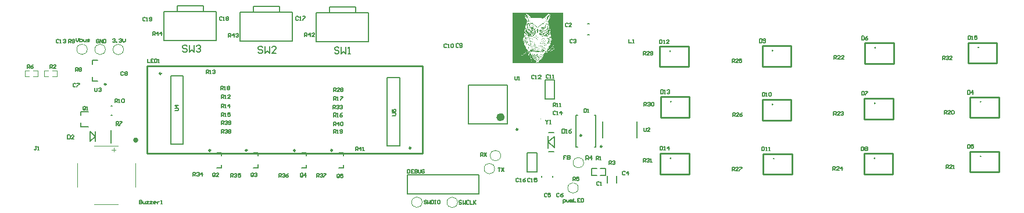
<source format=gto>
G04*
G04 #@! TF.GenerationSoftware,Altium Limited,CircuitMaker,2.3.0 (2.3.0.3)*
G04*
G04 Layer_Color=15132400*
%FSLAX25Y25*%
%MOIN*%
G70*
G04*
G04 #@! TF.SameCoordinates,81058C9C-B397-4A51-87A6-1654BA9690F4*
G04*
G04*
G04 #@! TF.FilePolarity,Positive*
G04*
G01*
G75*
%ADD10C,0.00984*%
%ADD11C,0.00394*%
%ADD12C,0.02362*%
%ADD13C,0.01000*%
%ADD14C,0.00500*%
%ADD15C,0.00787*%
%ADD16C,0.00591*%
%ADD17C,0.00800*%
G36*
X320790Y86707D02*
X305397Y86707D01*
X305397Y86718D01*
X305307Y86718D01*
X305307Y86707D01*
X291794Y86707D01*
X291794Y96346D01*
X291794Y96357D01*
X291794Y115703D01*
X320790Y115703D01*
X320790Y86707D01*
X320790Y86707D02*
G37*
%LPC*%
G36*
X299417Y115171D02*
X299394Y115171D01*
X299394Y115148D01*
X299371Y115148D01*
X299371Y115159D01*
X299349Y115159D01*
X299349Y115148D01*
X299337Y115148D01*
X299337Y115114D01*
X299349Y115114D01*
X299349Y115091D01*
X299360Y115091D01*
X299360Y115057D01*
X299371Y115057D01*
X299371Y115046D01*
X299383Y115046D01*
X299383Y115035D01*
X299394Y115035D01*
X299394Y115012D01*
X299405Y115012D01*
X299405Y114989D01*
X299417Y114989D01*
X299417Y114978D01*
X299428Y114978D01*
X299428Y114955D01*
X299451Y114955D01*
X299451Y114933D01*
X299462Y114933D01*
X299462Y114910D01*
X299473Y114910D01*
X299473Y114899D01*
X299485Y114899D01*
X299485Y114887D01*
X299496Y114887D01*
X299496Y114865D01*
X299507Y114865D01*
X299507Y114854D01*
X299519Y114854D01*
X299519Y114820D01*
X299530Y114820D01*
X299530Y114797D01*
X299541Y114797D01*
X299541Y114786D01*
X299553Y114786D01*
X299553Y114763D01*
X299564Y114763D01*
X299564Y114718D01*
X299553Y114718D01*
X299553Y114706D01*
X299587Y114706D01*
X299587Y114661D01*
X299575Y114661D01*
X299575Y114672D01*
X299519Y114672D01*
X299519Y114684D01*
X299496Y114684D01*
X299496Y114695D01*
X299462Y114695D01*
X299462Y114706D01*
X299428Y114706D01*
X299428Y114718D01*
X299394Y114718D01*
X299394Y114729D01*
X299360Y114729D01*
X299360Y114740D01*
X299337Y114740D01*
X299337Y114752D01*
X299292Y114752D01*
X299292Y114763D01*
X299258Y114763D01*
X299258Y114774D01*
X299224Y114774D01*
X299224Y114786D01*
X299190Y114786D01*
X299190Y114797D01*
X299156Y114797D01*
X299156Y114808D01*
X299111Y114808D01*
X299111Y114820D01*
X299088Y114820D01*
X299088Y114831D01*
X299077Y114831D01*
X299077Y114820D01*
X299043Y114820D01*
X299043Y114797D01*
X299032Y114797D01*
X299032Y114774D01*
X299020Y114774D01*
X299020Y114763D01*
X299009Y114763D01*
X299009Y114752D01*
X298998Y114752D01*
X298998Y114706D01*
X298986Y114706D01*
X298986Y114559D01*
X298998Y114559D01*
X298998Y114525D01*
X299009Y114525D01*
X299009Y114468D01*
X299020Y114468D01*
X299020Y114434D01*
X299032Y114434D01*
X299032Y114366D01*
X299043Y114366D01*
X299043Y114310D01*
X299054Y114310D01*
X299054Y114197D01*
X299043Y114197D01*
X299043Y114151D01*
X299032Y114151D01*
X299032Y114129D01*
X299020Y114129D01*
X299020Y114117D01*
X299009Y114117D01*
X299009Y114106D01*
X298998Y114106D01*
X298998Y114083D01*
X298986Y114083D01*
X298986Y114072D01*
X298975Y114072D01*
X298975Y114061D01*
X298964Y114061D01*
X298964Y114038D01*
X298952Y114038D01*
X298952Y114004D01*
X298941Y114004D01*
X298941Y113743D01*
X298952Y113743D01*
X298952Y113664D01*
X298964Y113664D01*
X298964Y113619D01*
X298975Y113619D01*
X298975Y113596D01*
X298986Y113596D01*
X298986Y113574D01*
X298998Y113574D01*
X298998Y113528D01*
X299009Y113528D01*
X299009Y113506D01*
X299020Y113506D01*
X299020Y113483D01*
X299032Y113483D01*
X299032Y113460D01*
X299043Y113460D01*
X299043Y113438D01*
X299054Y113438D01*
X299054Y113415D01*
X299066Y113415D01*
X299066Y113392D01*
X299077Y113392D01*
X299077Y113370D01*
X299088Y113370D01*
X299088Y113347D01*
X299100Y113347D01*
X299100Y113336D01*
X299111Y113336D01*
X299111Y113324D01*
X299122Y113324D01*
X299122Y113302D01*
X299134Y113302D01*
X299134Y113290D01*
X299145Y113290D01*
X299145Y113268D01*
X299156Y113268D01*
X299156Y113256D01*
X299167Y113256D01*
X299167Y113245D01*
X299179Y113245D01*
X299179Y113223D01*
X299190Y113223D01*
X299190Y113211D01*
X299201Y113211D01*
X299201Y113200D01*
X299213Y113200D01*
X299213Y113189D01*
X299224Y113189D01*
X299224Y113166D01*
X299247Y113166D01*
X299247Y113154D01*
X299258Y113154D01*
X299258Y113143D01*
X299270Y113143D01*
X299270Y113120D01*
X299281Y113120D01*
X299281Y113109D01*
X299292Y113109D01*
X299292Y113098D01*
X299304Y113098D01*
X299304Y113086D01*
X299315Y113086D01*
X299315Y113075D01*
X299326Y113075D01*
X299326Y113053D01*
X299292Y113053D01*
X299292Y113041D01*
X299043Y113041D01*
X299043Y113053D01*
X299020Y113053D01*
X299020Y113041D01*
X298964Y113041D01*
X298964Y113053D01*
X298862Y113053D01*
X298862Y113041D01*
X298782Y113041D01*
X298782Y113030D01*
X298760Y113030D01*
X298760Y113019D01*
X298737Y113019D01*
X298737Y113007D01*
X298714Y113007D01*
X298714Y112996D01*
X298703Y112996D01*
X298703Y112985D01*
X298692Y112985D01*
X298692Y112973D01*
X298703Y112973D01*
X298703Y112928D01*
X298714Y112928D01*
X298714Y112894D01*
X298703Y112894D01*
X298703Y112883D01*
X298714Y112883D01*
X298714Y112871D01*
X298726Y112871D01*
X298726Y112860D01*
X298737Y112860D01*
X298737Y112849D01*
X298748Y112849D01*
X298748Y112837D01*
X298771Y112837D01*
X298771Y112826D01*
X298782Y112826D01*
X298782Y112815D01*
X298794Y112815D01*
X298794Y112792D01*
X298816Y112792D01*
X298816Y112781D01*
X298828Y112781D01*
X298828Y112769D01*
X298839Y112769D01*
X298839Y112758D01*
X298850Y112758D01*
X298850Y112747D01*
X298862Y112747D01*
X298862Y112735D01*
X298884Y112735D01*
X298884Y112724D01*
X298896Y112724D01*
X298896Y112713D01*
X298918Y112713D01*
X298918Y112701D01*
X298930Y112701D01*
X298930Y112690D01*
X298941Y112690D01*
X298941Y112679D01*
X298964Y112679D01*
X298964Y112668D01*
X298975Y112668D01*
X298975Y112645D01*
X298998Y112645D01*
X298998Y112622D01*
X299020Y112622D01*
X299020Y112611D01*
X299032Y112611D01*
X299032Y112600D01*
X299043Y112600D01*
X299043Y112588D01*
X299054Y112588D01*
X299054Y112577D01*
X299066Y112577D01*
X299066Y112566D01*
X299077Y112566D01*
X299077Y112554D01*
X299100Y112554D01*
X299100Y112543D01*
X299111Y112543D01*
X299111Y112531D01*
X299134Y112531D01*
X299134Y112509D01*
X299156Y112509D01*
X299156Y112498D01*
X299167Y112498D01*
X299167Y112486D01*
X299179Y112486D01*
X299179Y112475D01*
X299201Y112475D01*
X299201Y112464D01*
X299213Y112464D01*
X299213Y112452D01*
X299224Y112452D01*
X299224Y112441D01*
X299236Y112441D01*
X299236Y112430D01*
X299247Y112430D01*
X299247Y112418D01*
X299270Y112418D01*
X299270Y112407D01*
X299281Y112407D01*
X299281Y112396D01*
X299304Y112396D01*
X299304Y112384D01*
X299315Y112384D01*
X299315Y112373D01*
X299326Y112373D01*
X299326Y112362D01*
X299349Y112362D01*
X299349Y112350D01*
X299360Y112350D01*
X299360Y112339D01*
X299371Y112339D01*
X299371Y112328D01*
X299383Y112328D01*
X299383Y112316D01*
X299394Y112316D01*
X299394Y112305D01*
X299405Y112305D01*
X299405Y112282D01*
X299417Y112282D01*
X299417Y112271D01*
X299428Y112271D01*
X299428Y112260D01*
X299439Y112260D01*
X299439Y112237D01*
X299451Y112237D01*
X299451Y112226D01*
X299462Y112226D01*
X299462Y112214D01*
X299473Y112214D01*
X299473Y112192D01*
X299485Y112192D01*
X299485Y112180D01*
X299496Y112180D01*
X299496Y112169D01*
X299507Y112169D01*
X299507Y112158D01*
X299519Y112158D01*
X299519Y112146D01*
X299530Y112146D01*
X299530Y112135D01*
X299541Y112135D01*
X299541Y112112D01*
X299553Y112112D01*
X299553Y112101D01*
X299564Y112101D01*
X299564Y112090D01*
X299575Y112090D01*
X299575Y112078D01*
X299587Y112078D01*
X299587Y112067D01*
X299598Y112067D01*
X299598Y112056D01*
X299609Y112056D01*
X299609Y112033D01*
X299621Y112033D01*
X299621Y112011D01*
X299632Y112011D01*
X299632Y111999D01*
X299643Y111999D01*
X299643Y111977D01*
X299655Y111977D01*
X299655Y111954D01*
X299666Y111954D01*
X299666Y111931D01*
X299677Y111931D01*
X299677Y111909D01*
X299689Y111909D01*
X299689Y111886D01*
X299700Y111886D01*
X299700Y111863D01*
X299711Y111863D01*
X299711Y111841D01*
X299723Y111841D01*
X299723Y111807D01*
X299734Y111807D01*
X299734Y111795D01*
X299745Y111795D01*
X299745Y111773D01*
X299757Y111773D01*
X299757Y111750D01*
X299768Y111750D01*
X299768Y111727D01*
X299779Y111727D01*
X299779Y111693D01*
X299791Y111693D01*
X299791Y111682D01*
X299802Y111682D01*
X299802Y111648D01*
X299813Y111648D01*
X299813Y111625D01*
X299825Y111625D01*
X299825Y111603D01*
X299836Y111603D01*
X299836Y111580D01*
X299847Y111580D01*
X299847Y111557D01*
X299858Y111557D01*
X299858Y111535D01*
X299870Y111535D01*
X299870Y111501D01*
X299881Y111501D01*
X299881Y111478D01*
X299892Y111478D01*
X299892Y111444D01*
X299904Y111444D01*
X299904Y111422D01*
X299915Y111422D01*
X299915Y111388D01*
X299926Y111388D01*
X299926Y111365D01*
X299938Y111365D01*
X299938Y111342D01*
X299949Y111342D01*
X299949Y111308D01*
X299960Y111308D01*
X299960Y111263D01*
X299972Y111263D01*
X299972Y111229D01*
X299983Y111229D01*
X299983Y111059D01*
X299994Y111059D01*
X299994Y111014D01*
X299983Y111014D01*
X299983Y110991D01*
X299994Y110991D01*
X299994Y110357D01*
X299983Y110357D01*
X299983Y110266D01*
X299972Y110266D01*
X299972Y110244D01*
X299960Y110244D01*
X299960Y110221D01*
X299949Y110221D01*
X299949Y110198D01*
X299938Y110198D01*
X299938Y110176D01*
X299926Y110176D01*
X299926Y110153D01*
X299915Y110153D01*
X299915Y110142D01*
X299904Y110142D01*
X299904Y110119D01*
X299892Y110119D01*
X299892Y110108D01*
X299881Y110108D01*
X299881Y110051D01*
X299892Y110051D01*
X299892Y109960D01*
X299904Y109960D01*
X299904Y109949D01*
X299926Y109949D01*
X299926Y109960D01*
X299949Y109960D01*
X299949Y109972D01*
X299960Y109972D01*
X299960Y109983D01*
X299972Y109983D01*
X299972Y109994D01*
X299983Y109994D01*
X299983Y110006D01*
X299994Y110006D01*
X299994Y110028D01*
X300006Y110028D01*
X300006Y110040D01*
X300017Y110040D01*
X300017Y110051D01*
X300028Y110051D01*
X300028Y110062D01*
X300040Y110062D01*
X300040Y110085D01*
X300062Y110085D01*
X300062Y110108D01*
X300074Y110108D01*
X300074Y110119D01*
X300085Y110119D01*
X300085Y110130D01*
X300096Y110130D01*
X300096Y110142D01*
X300108Y110142D01*
X300108Y110153D01*
X300119Y110153D01*
X300119Y110164D01*
X300130Y110164D01*
X300130Y110176D01*
X300142Y110176D01*
X300142Y110187D01*
X300153Y110187D01*
X300153Y110198D01*
X300164Y110198D01*
X300164Y110221D01*
X300176Y110221D01*
X300176Y110232D01*
X300187Y110232D01*
X300187Y110244D01*
X300198Y110244D01*
X300198Y110266D01*
X300210Y110266D01*
X300210Y110277D01*
X300221Y110277D01*
X300221Y110289D01*
X300232Y110289D01*
X300232Y110300D01*
X300244Y110300D01*
X300244Y110311D01*
X300255Y110311D01*
X300255Y110323D01*
X300266Y110323D01*
X300266Y110334D01*
X300277Y110334D01*
X300277Y110357D01*
X300289Y110357D01*
X300289Y110368D01*
X300300Y110368D01*
X300300Y110380D01*
X300311Y110380D01*
X300311Y110391D01*
X300323Y110391D01*
X300323Y110402D01*
X300334Y110402D01*
X300334Y110414D01*
X300345Y110414D01*
X300345Y110425D01*
X300357Y110425D01*
X300357Y110436D01*
X300368Y110436D01*
X300368Y110447D01*
X300379Y110447D01*
X300379Y110481D01*
X300391Y110481D01*
X300391Y110515D01*
X300402Y110515D01*
X300402Y110561D01*
X300413Y110561D01*
X300413Y110572D01*
X300425Y110572D01*
X300425Y110606D01*
X300436Y110606D01*
X300436Y110629D01*
X300447Y110629D01*
X300447Y110663D01*
X300459Y110663D01*
X300459Y110685D01*
X300470Y110685D01*
X300470Y110719D01*
X300481Y110719D01*
X300481Y110742D01*
X300493Y110742D01*
X300493Y110787D01*
X300504Y110787D01*
X300504Y110821D01*
X300515Y110821D01*
X300515Y110855D01*
X300527Y110855D01*
X300527Y110889D01*
X300538Y110889D01*
X300538Y110912D01*
X300549Y110912D01*
X300549Y110923D01*
X300561Y110923D01*
X300561Y110946D01*
X300572Y110946D01*
X300572Y110968D01*
X300583Y110968D01*
X300583Y110991D01*
X300595Y110991D01*
X300595Y111002D01*
X300617Y111002D01*
X300617Y111014D01*
X300629Y111014D01*
X300629Y111002D01*
X300651Y111002D01*
X300651Y110991D01*
X300685Y110991D01*
X300685Y110980D01*
X300708Y110980D01*
X300708Y110968D01*
X300731Y110968D01*
X300731Y110957D01*
X300753Y110957D01*
X300753Y110946D01*
X300776Y110946D01*
X300776Y110934D01*
X300799Y110934D01*
X300799Y110923D01*
X300833Y110923D01*
X300833Y110912D01*
X300855Y110912D01*
X300855Y110900D01*
X300889Y110900D01*
X300889Y110889D01*
X300901Y110889D01*
X300901Y110878D01*
X300923Y110878D01*
X300923Y110866D01*
X300946Y110866D01*
X300946Y110855D01*
X300969Y110855D01*
X300969Y110844D01*
X300991Y110844D01*
X300991Y110833D01*
X301014Y110833D01*
X301014Y110821D01*
X301025Y110821D01*
X301025Y110810D01*
X301048Y110810D01*
X301048Y110799D01*
X301059Y110799D01*
X301059Y110787D01*
X301070Y110787D01*
X301070Y110776D01*
X301093Y110776D01*
X301093Y110765D01*
X301104Y110765D01*
X301104Y110753D01*
X301127Y110753D01*
X301127Y110742D01*
X301150Y110742D01*
X301150Y110731D01*
X301172Y110731D01*
X301172Y110708D01*
X301127Y110708D01*
X301127Y110674D01*
X301161Y110674D01*
X301161Y110685D01*
X301172Y110685D01*
X301172Y110697D01*
X301218Y110697D01*
X301218Y110685D01*
X301229Y110685D01*
X301229Y110697D01*
X301263Y110697D01*
X301263Y110685D01*
X301274Y110685D01*
X301274Y110674D01*
X301263Y110674D01*
X301263Y110663D01*
X301195Y110663D01*
X301195Y110651D01*
X301184Y110651D01*
X301184Y110640D01*
X301252Y110640D01*
X301252Y110651D01*
X301331Y110651D01*
X301331Y110640D01*
X301320Y110640D01*
X301320Y110629D01*
X301286Y110629D01*
X301286Y110617D01*
X301263Y110617D01*
X301263Y110606D01*
X301252Y110606D01*
X301252Y110595D01*
X301229Y110595D01*
X301229Y110583D01*
X301195Y110583D01*
X301195Y110595D01*
X301150Y110595D01*
X301150Y110606D01*
X301127Y110606D01*
X301127Y110629D01*
X301116Y110629D01*
X301116Y110651D01*
X301070Y110651D01*
X301070Y110663D01*
X301048Y110663D01*
X301048Y110674D01*
X301014Y110674D01*
X301014Y110685D01*
X300980Y110685D01*
X300980Y110697D01*
X300946Y110697D01*
X300946Y110708D01*
X300867Y110708D01*
X300867Y110697D01*
X300855Y110697D01*
X300855Y110685D01*
X300821Y110685D01*
X300821Y110674D01*
X300810Y110674D01*
X300810Y110663D01*
X300787Y110663D01*
X300787Y110651D01*
X300776Y110651D01*
X300776Y110640D01*
X300765Y110640D01*
X300765Y110629D01*
X300742Y110629D01*
X300742Y110617D01*
X300731Y110617D01*
X300731Y110606D01*
X300719Y110606D01*
X300719Y110595D01*
X300697Y110595D01*
X300697Y110583D01*
X300674Y110583D01*
X300674Y110572D01*
X300663Y110572D01*
X300663Y110561D01*
X300606Y110561D01*
X300606Y110549D01*
X300561Y110549D01*
X300561Y110538D01*
X300515Y110538D01*
X300515Y110527D01*
X300493Y110527D01*
X300493Y110515D01*
X300470Y110515D01*
X300470Y110504D01*
X300459Y110504D01*
X300459Y110493D01*
X300447Y110493D01*
X300447Y110481D01*
X300436Y110481D01*
X300436Y110470D01*
X300425Y110470D01*
X300425Y110459D01*
X300413Y110459D01*
X300413Y110447D01*
X300402Y110447D01*
X300402Y110425D01*
X300413Y110425D01*
X300413Y110436D01*
X300493Y110436D01*
X300493Y110425D01*
X300583Y110425D01*
X300583Y110436D01*
X300719Y110436D01*
X300719Y110459D01*
X300731Y110459D01*
X300731Y110481D01*
X300742Y110481D01*
X300742Y110493D01*
X300753Y110493D01*
X300753Y110504D01*
X300765Y110504D01*
X300765Y110515D01*
X300787Y110515D01*
X300787Y110527D01*
X300810Y110527D01*
X300810Y110538D01*
X300844Y110538D01*
X300844Y110549D01*
X300889Y110549D01*
X300889Y110561D01*
X300991Y110561D01*
X300991Y110572D01*
X301048Y110572D01*
X301048Y110583D01*
X301059Y110583D01*
X301059Y110595D01*
X301082Y110595D01*
X301082Y110572D01*
X301070Y110572D01*
X301070Y110561D01*
X301059Y110561D01*
X301059Y110549D01*
X301048Y110549D01*
X301048Y110538D01*
X301025Y110538D01*
X301025Y110527D01*
X301002Y110527D01*
X301002Y110515D01*
X300991Y110515D01*
X300991Y110504D01*
X300980Y110504D01*
X300980Y110493D01*
X300957Y110493D01*
X300957Y110481D01*
X300946Y110481D01*
X300946Y110470D01*
X300912Y110470D01*
X300912Y110459D01*
X300889Y110459D01*
X300889Y110447D01*
X300878Y110447D01*
X300878Y110436D01*
X300833Y110436D01*
X300833Y110425D01*
X300810Y110425D01*
X300810Y110414D01*
X300787Y110414D01*
X300787Y110402D01*
X300765Y110402D01*
X300765Y110380D01*
X300742Y110380D01*
X300742Y110368D01*
X300719Y110368D01*
X300719Y110357D01*
X300708Y110357D01*
X300708Y110345D01*
X300685Y110345D01*
X300685Y110334D01*
X300651Y110334D01*
X300651Y110323D01*
X300459Y110323D01*
X300459Y110311D01*
X300402Y110311D01*
X300402Y110300D01*
X300379Y110300D01*
X300379Y110289D01*
X300357Y110289D01*
X300357Y110266D01*
X300345Y110266D01*
X300345Y110255D01*
X300334Y110255D01*
X300334Y110244D01*
X300311Y110244D01*
X300311Y110221D01*
X300300Y110221D01*
X300300Y110198D01*
X300289Y110198D01*
X300289Y110176D01*
X300277Y110176D01*
X300277Y110164D01*
X300266Y110164D01*
X300266Y110130D01*
X300255Y110130D01*
X300255Y110085D01*
X300244Y110085D01*
X300244Y110051D01*
X300232Y110051D01*
X300232Y110006D01*
X300221Y110006D01*
X300221Y109983D01*
X300210Y109983D01*
X300210Y109972D01*
X300198Y109972D01*
X300198Y109949D01*
X300187Y109949D01*
X300187Y109938D01*
X300176Y109938D01*
X300176Y109926D01*
X300164Y109926D01*
X300164Y109915D01*
X300153Y109915D01*
X300153Y109904D01*
X300130Y109904D01*
X300130Y109892D01*
X300119Y109892D01*
X300119Y109881D01*
X300096Y109881D01*
X300096Y109870D01*
X300074Y109870D01*
X300074Y109859D01*
X300062Y109859D01*
X300062Y109847D01*
X300040Y109847D01*
X300040Y109836D01*
X300017Y109836D01*
X300017Y109813D01*
X299994Y109813D01*
X299994Y109791D01*
X299983Y109791D01*
X299983Y109779D01*
X299972Y109779D01*
X299972Y109757D01*
X299960Y109757D01*
X299960Y109745D01*
X299949Y109745D01*
X299949Y109711D01*
X299938Y109711D01*
X299938Y109689D01*
X299994Y109689D01*
X299994Y109677D01*
X300006Y109677D01*
X300006Y109666D01*
X299994Y109666D01*
X299994Y109598D01*
X299983Y109598D01*
X299983Y109575D01*
X299972Y109575D01*
X299972Y109564D01*
X299960Y109564D01*
X299960Y109553D01*
X299949Y109553D01*
X299949Y109541D01*
X299938Y109541D01*
X299938Y109530D01*
X299926Y109530D01*
X299926Y109519D01*
X299915Y109519D01*
X299915Y109507D01*
X299892Y109507D01*
X299892Y109496D01*
X299870Y109496D01*
X299870Y109485D01*
X299858Y109485D01*
X299858Y109473D01*
X299836Y109473D01*
X299836Y109462D01*
X299825Y109462D01*
X299825Y109451D01*
X299802Y109451D01*
X299802Y109428D01*
X299779Y109428D01*
X299779Y109417D01*
X299768Y109417D01*
X299768Y109394D01*
X299757Y109394D01*
X299757Y109360D01*
X299745Y109360D01*
X299745Y109337D01*
X299779Y109337D01*
X299779Y109360D01*
X299791Y109360D01*
X299791Y109371D01*
X299802Y109371D01*
X299802Y109394D01*
X299813Y109394D01*
X299813Y109405D01*
X299836Y109405D01*
X299836Y109394D01*
X299881Y109394D01*
X299881Y109383D01*
X299892Y109383D01*
X299892Y109371D01*
X299915Y109371D01*
X299915Y109360D01*
X299938Y109360D01*
X299938Y109349D01*
X299949Y109349D01*
X299949Y109337D01*
X299960Y109337D01*
X299960Y109326D01*
X299972Y109326D01*
X299972Y109315D01*
X299983Y109315D01*
X299983Y109303D01*
X300006Y109303D01*
X300006Y109292D01*
X300017Y109292D01*
X300017Y109281D01*
X300028Y109281D01*
X300028Y109269D01*
X300051Y109269D01*
X300051Y109258D01*
X300062Y109258D01*
X300062Y109247D01*
X300085Y109247D01*
X300085Y109236D01*
X300108Y109236D01*
X300108Y109224D01*
X300119Y109224D01*
X300119Y109213D01*
X300142Y109213D01*
X300142Y109202D01*
X300164Y109202D01*
X300164Y109190D01*
X300187Y109190D01*
X300187Y109179D01*
X300210Y109179D01*
X300210Y109168D01*
X300232Y109168D01*
X300232Y109156D01*
X300255Y109156D01*
X300255Y109145D01*
X300289Y109145D01*
X300289Y109134D01*
X300334Y109134D01*
X300334Y109122D01*
X300368Y109122D01*
X300368Y109111D01*
X300402Y109111D01*
X300402Y109122D01*
X300413Y109122D01*
X300413Y109134D01*
X300425Y109134D01*
X300425Y109156D01*
X300436Y109156D01*
X300436Y109179D01*
X300459Y109179D01*
X300459Y109202D01*
X300470Y109202D01*
X300470Y109213D01*
X300481Y109213D01*
X300481Y109224D01*
X300493Y109224D01*
X300493Y109247D01*
X300515Y109247D01*
X300515Y109292D01*
X300504Y109292D01*
X300504Y109303D01*
X300493Y109303D01*
X300493Y109326D01*
X300481Y109326D01*
X300481Y109337D01*
X300470Y109337D01*
X300470Y109349D01*
X300459Y109349D01*
X300459Y109360D01*
X300447Y109360D01*
X300447Y109371D01*
X300436Y109371D01*
X300436Y109383D01*
X300425Y109383D01*
X300425Y109394D01*
X300413Y109394D01*
X300413Y109405D01*
X300402Y109405D01*
X300402Y109417D01*
X300391Y109417D01*
X300391Y109428D01*
X300379Y109428D01*
X300379Y109439D01*
X300368Y109439D01*
X300368Y109451D01*
X300357Y109451D01*
X300357Y109462D01*
X300345Y109462D01*
X300345Y109473D01*
X300334Y109473D01*
X300334Y109485D01*
X300323Y109485D01*
X300323Y109496D01*
X300311Y109496D01*
X300311Y109507D01*
X300300Y109507D01*
X300300Y109519D01*
X300289Y109519D01*
X300289Y109530D01*
X300277Y109530D01*
X300277Y109541D01*
X300255Y109541D01*
X300255Y109553D01*
X300244Y109553D01*
X300244Y109564D01*
X300232Y109564D01*
X300232Y109575D01*
X300221Y109575D01*
X300221Y109587D01*
X300210Y109587D01*
X300210Y109598D01*
X300198Y109598D01*
X300198Y109609D01*
X300187Y109609D01*
X300187Y109621D01*
X300176Y109621D01*
X300176Y109632D01*
X300164Y109632D01*
X300164Y109643D01*
X300153Y109643D01*
X300153Y109655D01*
X300142Y109655D01*
X300142Y109666D01*
X300130Y109666D01*
X300130Y109677D01*
X300119Y109677D01*
X300119Y109689D01*
X300108Y109689D01*
X300108Y109700D01*
X300096Y109700D01*
X300096Y109711D01*
X300085Y109711D01*
X300085Y109722D01*
X300074Y109722D01*
X300074Y109734D01*
X300062Y109734D01*
X300062Y109745D01*
X300040Y109745D01*
X300040Y109768D01*
X300017Y109768D01*
X300017Y109791D01*
X300108Y109791D01*
X300108Y109779D01*
X300130Y109779D01*
X300130Y109768D01*
X300153Y109768D01*
X300153Y109757D01*
X300164Y109757D01*
X300164Y109745D01*
X300187Y109745D01*
X300187Y109734D01*
X300198Y109734D01*
X300198Y109722D01*
X300221Y109722D01*
X300221Y109711D01*
X300232Y109711D01*
X300232Y109700D01*
X300244Y109700D01*
X300244Y109689D01*
X300255Y109689D01*
X300255Y109677D01*
X300266Y109677D01*
X300266Y109666D01*
X300289Y109666D01*
X300289Y109655D01*
X300300Y109655D01*
X300300Y109643D01*
X300311Y109643D01*
X300311Y109632D01*
X300323Y109632D01*
X300323Y109621D01*
X300334Y109621D01*
X300334Y109609D01*
X300345Y109609D01*
X300345Y109598D01*
X300357Y109598D01*
X300357Y109587D01*
X300368Y109587D01*
X300368Y109575D01*
X300379Y109575D01*
X300379Y109564D01*
X300391Y109564D01*
X300391Y109553D01*
X300402Y109553D01*
X300402Y109541D01*
X300413Y109541D01*
X300413Y109530D01*
X300425Y109530D01*
X300425Y109519D01*
X300436Y109519D01*
X300436Y109507D01*
X300447Y109507D01*
X300447Y109496D01*
X300459Y109496D01*
X300459Y109485D01*
X300470Y109485D01*
X300470Y109473D01*
X300481Y109473D01*
X300481Y109462D01*
X300493Y109462D01*
X300493Y109451D01*
X300515Y109451D01*
X300515Y109439D01*
X300527Y109439D01*
X300527Y109428D01*
X300538Y109428D01*
X300538Y109417D01*
X300549Y109417D01*
X300549Y109405D01*
X300561Y109405D01*
X300561Y109394D01*
X300595Y109394D01*
X300595Y109405D01*
X300606Y109405D01*
X300606Y109428D01*
X300629Y109428D01*
X300629Y109451D01*
X300651Y109451D01*
X300651Y109473D01*
X300663Y109473D01*
X300663Y109485D01*
X300674Y109485D01*
X300674Y109507D01*
X300685Y109507D01*
X300685Y109519D01*
X300697Y109519D01*
X300697Y109541D01*
X300708Y109541D01*
X300708Y109553D01*
X300719Y109553D01*
X300719Y109575D01*
X300731Y109575D01*
X300731Y109598D01*
X300742Y109598D01*
X300742Y109632D01*
X300753Y109632D01*
X300753Y109655D01*
X300742Y109655D01*
X300742Y109677D01*
X300731Y109677D01*
X300731Y109700D01*
X300719Y109700D01*
X300719Y109722D01*
X300697Y109722D01*
X300697Y109745D01*
X300674Y109745D01*
X300674Y109768D01*
X300651Y109768D01*
X300651Y109779D01*
X300640Y109779D01*
X300640Y109791D01*
X300629Y109791D01*
X300629Y109802D01*
X300617Y109802D01*
X300617Y109813D01*
X300606Y109813D01*
X300606Y109825D01*
X300583Y109825D01*
X300583Y109836D01*
X300572Y109836D01*
X300572Y109847D01*
X300561Y109847D01*
X300561Y109859D01*
X300549Y109859D01*
X300549Y109870D01*
X300538Y109870D01*
X300538Y109881D01*
X300515Y109881D01*
X300515Y109892D01*
X300504Y109892D01*
X300504Y109904D01*
X300493Y109904D01*
X300493Y109926D01*
X300481Y109926D01*
X300481Y109938D01*
X300470Y109938D01*
X300470Y109949D01*
X300447Y109949D01*
X300447Y109960D01*
X300436Y109960D01*
X300436Y109972D01*
X300425Y109972D01*
X300425Y109994D01*
X300402Y109994D01*
X300402Y110017D01*
X300391Y110017D01*
X300391Y110028D01*
X300379Y110028D01*
X300379Y110051D01*
X300368Y110051D01*
X300368Y110062D01*
X300357Y110062D01*
X300357Y110085D01*
X300345Y110085D01*
X300345Y110108D01*
X300334Y110108D01*
X300334Y110164D01*
X300357Y110164D01*
X300357Y110153D01*
X300425Y110153D01*
X300425Y110164D01*
X300504Y110164D01*
X300504Y110153D01*
X300527Y110153D01*
X300527Y110142D01*
X300561Y110142D01*
X300561Y110130D01*
X300583Y110130D01*
X300583Y110108D01*
X300595Y110108D01*
X300595Y110096D01*
X300606Y110096D01*
X300606Y110085D01*
X300617Y110085D01*
X300617Y110074D01*
X300629Y110074D01*
X300629Y110062D01*
X300640Y110062D01*
X300640Y110040D01*
X300651Y110040D01*
X300651Y110028D01*
X300663Y110028D01*
X300663Y110017D01*
X300674Y110017D01*
X300674Y110006D01*
X300685Y110006D01*
X300685Y109983D01*
X300697Y109983D01*
X300697Y109972D01*
X300708Y109972D01*
X300708Y109949D01*
X300719Y109949D01*
X300719Y109938D01*
X300731Y109938D01*
X300731Y109926D01*
X300742Y109926D01*
X300742Y109904D01*
X300753Y109904D01*
X300753Y109892D01*
X300765Y109892D01*
X300765Y109870D01*
X300776Y109870D01*
X300776Y109859D01*
X300787Y109859D01*
X300787Y109847D01*
X300799Y109847D01*
X300799Y109836D01*
X300810Y109836D01*
X300810Y109813D01*
X300821Y109813D01*
X300821Y109802D01*
X300833Y109802D01*
X300833Y109779D01*
X300855Y109779D01*
X300855Y109757D01*
X300867Y109757D01*
X300867Y109745D01*
X300878Y109745D01*
X300878Y109734D01*
X300889Y109734D01*
X300889Y109722D01*
X300901Y109722D01*
X300901Y109711D01*
X300912Y109711D01*
X300912Y109700D01*
X300923Y109700D01*
X300923Y109689D01*
X300935Y109689D01*
X300935Y109677D01*
X300946Y109677D01*
X300946Y109666D01*
X300957Y109666D01*
X300957Y109655D01*
X300969Y109655D01*
X300969Y109643D01*
X300980Y109643D01*
X300980Y109632D01*
X300991Y109632D01*
X300991Y109621D01*
X301002Y109621D01*
X301002Y109609D01*
X301014Y109609D01*
X301014Y109598D01*
X301025Y109598D01*
X301025Y109587D01*
X301036Y109587D01*
X301036Y109575D01*
X301059Y109575D01*
X301059Y109564D01*
X301070Y109564D01*
X301070Y109553D01*
X301082Y109553D01*
X301082Y109541D01*
X301104Y109541D01*
X301104Y109530D01*
X301116Y109530D01*
X301116Y109519D01*
X301127Y109519D01*
X301127Y109507D01*
X301161Y109507D01*
X301161Y109496D01*
X301184Y109496D01*
X301184Y109485D01*
X301218Y109485D01*
X301218Y109473D01*
X301240Y109473D01*
X301240Y109462D01*
X301252Y109462D01*
X301252Y109451D01*
X301274Y109451D01*
X301274Y109439D01*
X301308Y109439D01*
X301308Y109417D01*
X301342Y109417D01*
X301342Y109405D01*
X301376Y109405D01*
X301376Y109394D01*
X301410Y109394D01*
X301410Y109383D01*
X301433Y109383D01*
X301433Y109371D01*
X301467Y109371D01*
X301467Y109360D01*
X301501Y109360D01*
X301501Y109349D01*
X301512Y109349D01*
X301512Y109337D01*
X301535Y109337D01*
X301535Y109326D01*
X301546Y109326D01*
X301546Y109303D01*
X301557Y109303D01*
X301557Y109292D01*
X301580Y109292D01*
X301580Y109281D01*
X301591Y109281D01*
X301591Y109269D01*
X301580Y109269D01*
X301580Y109258D01*
X301569Y109258D01*
X301569Y109247D01*
X301535Y109247D01*
X301535Y109236D01*
X301523Y109236D01*
X301523Y109213D01*
X301512Y109213D01*
X301512Y109202D01*
X301489Y109202D01*
X301489Y109213D01*
X301467Y109213D01*
X301467Y109224D01*
X301399Y109224D01*
X301399Y109213D01*
X301421Y109213D01*
X301421Y109202D01*
X301444Y109202D01*
X301444Y109190D01*
X301455Y109190D01*
X301455Y109179D01*
X301489Y109179D01*
X301489Y109168D01*
X301512Y109168D01*
X301512Y109156D01*
X301523Y109156D01*
X301523Y109145D01*
X301546Y109145D01*
X301546Y109134D01*
X301569Y109134D01*
X301569Y109122D01*
X301591Y109122D01*
X301591Y109111D01*
X301603Y109111D01*
X301603Y109100D01*
X301637Y109100D01*
X301637Y109111D01*
X301648Y109111D01*
X301648Y109122D01*
X301682Y109122D01*
X301682Y109111D01*
X301693Y109111D01*
X301693Y109100D01*
X301705Y109100D01*
X301705Y109088D01*
X301659Y109088D01*
X301659Y109077D01*
X301671Y109077D01*
X301671Y109066D01*
X301682Y109066D01*
X301682Y109054D01*
X301693Y109054D01*
X301693Y109043D01*
X301716Y109043D01*
X301716Y109032D01*
X301739Y109032D01*
X301739Y109020D01*
X301761Y109020D01*
X301761Y109066D01*
X301750Y109066D01*
X301750Y109077D01*
X301716Y109077D01*
X301716Y109088D01*
X301727Y109088D01*
X301727Y109111D01*
X301739Y109111D01*
X301739Y109122D01*
X301750Y109122D01*
X301750Y109156D01*
X301739Y109156D01*
X301739Y109179D01*
X301727Y109179D01*
X301727Y109202D01*
X301716Y109202D01*
X301716Y109213D01*
X301693Y109213D01*
X301693Y109224D01*
X301682Y109224D01*
X301682Y109292D01*
X301671Y109292D01*
X301671Y109315D01*
X301648Y109315D01*
X301648Y109326D01*
X301637Y109326D01*
X301637Y109360D01*
X301648Y109360D01*
X301648Y109371D01*
X301671Y109371D01*
X301671Y109360D01*
X301693Y109360D01*
X301693Y109371D01*
X301716Y109371D01*
X301716Y109383D01*
X301739Y109383D01*
X301739Y109394D01*
X301761Y109394D01*
X301761Y109405D01*
X301784Y109405D01*
X301784Y109417D01*
X301795Y109417D01*
X301795Y109462D01*
X301784Y109462D01*
X301784Y109473D01*
X301773Y109473D01*
X301773Y109485D01*
X301761Y109485D01*
X301761Y109507D01*
X301750Y109507D01*
X301750Y109519D01*
X301739Y109519D01*
X301739Y109530D01*
X301727Y109530D01*
X301727Y109541D01*
X301716Y109541D01*
X301716Y109564D01*
X301705Y109564D01*
X301705Y109575D01*
X301693Y109575D01*
X301693Y109587D01*
X301682Y109587D01*
X301682Y109598D01*
X301671Y109598D01*
X301671Y109632D01*
X301682Y109632D01*
X301682Y109643D01*
X301705Y109643D01*
X301705Y109632D01*
X301739Y109632D01*
X301739Y109621D01*
X301750Y109621D01*
X301750Y109609D01*
X301761Y109609D01*
X301761Y109598D01*
X301784Y109598D01*
X301784Y109587D01*
X301795Y109587D01*
X301795Y109575D01*
X301807Y109575D01*
X301807Y109564D01*
X301818Y109564D01*
X301818Y109553D01*
X301829Y109553D01*
X301829Y109541D01*
X301852Y109541D01*
X301852Y109519D01*
X301875Y109519D01*
X301875Y109507D01*
X301920Y109507D01*
X301920Y109496D01*
X301942Y109496D01*
X301942Y109485D01*
X301954Y109485D01*
X301954Y109473D01*
X301965Y109473D01*
X301965Y109462D01*
X301976Y109462D01*
X301976Y109451D01*
X301999Y109451D01*
X301999Y109439D01*
X302010Y109439D01*
X302010Y109428D01*
X302022Y109428D01*
X302022Y109417D01*
X302033Y109417D01*
X302033Y109394D01*
X302010Y109394D01*
X302010Y109405D01*
X301988Y109405D01*
X301988Y109428D01*
X301965Y109428D01*
X301965Y109383D01*
X301976Y109383D01*
X301976Y109236D01*
X301988Y109236D01*
X301988Y109213D01*
X301976Y109213D01*
X301976Y109168D01*
X301965Y109168D01*
X301965Y109156D01*
X301954Y109156D01*
X301954Y109111D01*
X301965Y109111D01*
X301965Y109100D01*
X301988Y109100D01*
X301988Y109088D01*
X302010Y109088D01*
X302010Y109134D01*
X302033Y109134D01*
X302033Y109122D01*
X302045Y109122D01*
X302045Y109111D01*
X302056Y109111D01*
X302056Y109088D01*
X302045Y109088D01*
X302045Y109066D01*
X302056Y109066D01*
X302056Y109054D01*
X302112Y109054D01*
X302112Y109032D01*
X302079Y109032D01*
X302079Y109043D01*
X302056Y109043D01*
X302056Y109032D01*
X302033Y109032D01*
X302033Y109020D01*
X302010Y109020D01*
X302010Y109009D01*
X301988Y109009D01*
X301988Y108998D01*
X301954Y108998D01*
X301954Y108986D01*
X301942Y108986D01*
X301942Y108964D01*
X301931Y108964D01*
X301931Y108941D01*
X301909Y108941D01*
X301909Y108930D01*
X301897Y108930D01*
X301897Y108918D01*
X301886Y108918D01*
X301886Y108907D01*
X301875Y108907D01*
X301875Y108896D01*
X301863Y108896D01*
X301863Y108884D01*
X301852Y108884D01*
X301852Y108873D01*
X301841Y108873D01*
X301841Y108862D01*
X301818Y108862D01*
X301818Y108850D01*
X301784Y108850D01*
X301784Y108839D01*
X301761Y108839D01*
X301761Y108828D01*
X301750Y108828D01*
X301750Y108816D01*
X301727Y108816D01*
X301727Y108805D01*
X301705Y108805D01*
X301705Y108794D01*
X301693Y108794D01*
X301693Y108782D01*
X301671Y108782D01*
X301671Y108771D01*
X301648Y108771D01*
X301648Y108760D01*
X301637Y108760D01*
X301637Y108748D01*
X301625Y108748D01*
X301625Y108737D01*
X301580Y108737D01*
X301580Y108748D01*
X301569Y108748D01*
X301569Y108726D01*
X301557Y108726D01*
X301557Y108669D01*
X301523Y108669D01*
X301523Y108658D01*
X301523Y108647D01*
X301512Y108647D01*
X301512Y108624D01*
X301523Y108624D01*
X301523Y108567D01*
X301512Y108567D01*
X301512Y108522D01*
X301501Y108522D01*
X301501Y108511D01*
X301478Y108511D01*
X301478Y108499D01*
X301467Y108499D01*
X301467Y108488D01*
X301455Y108488D01*
X301455Y108499D01*
X301444Y108499D01*
X301444Y108567D01*
X301433Y108567D01*
X301433Y108579D01*
X301421Y108579D01*
X301421Y108601D01*
X301410Y108601D01*
X301410Y108624D01*
X301399Y108624D01*
X301399Y108647D01*
X301410Y108647D01*
X301410Y108658D01*
X301421Y108658D01*
X301421Y108669D01*
X301410Y108669D01*
X301410Y108680D01*
X301399Y108680D01*
X301399Y108692D01*
X301388Y108692D01*
X301388Y108703D01*
X301376Y108703D01*
X301376Y108714D01*
X301365Y108714D01*
X301365Y108726D01*
X301354Y108726D01*
X301354Y108737D01*
X301376Y108737D01*
X301376Y108726D01*
X301410Y108726D01*
X301410Y108714D01*
X301421Y108714D01*
X301421Y108703D01*
X301444Y108703D01*
X301444Y108692D01*
X301455Y108692D01*
X301455Y108680D01*
X301489Y108680D01*
X301489Y108703D01*
X301501Y108703D01*
X301501Y108714D01*
X301512Y108714D01*
X301512Y108726D01*
X301523Y108726D01*
X301523Y108737D01*
X301535Y108737D01*
X301535Y108760D01*
X301546Y108760D01*
X301546Y108782D01*
X301557Y108782D01*
X301557Y108884D01*
X301546Y108884D01*
X301546Y108896D01*
X301535Y108896D01*
X301535Y108907D01*
X301512Y108907D01*
X301512Y108930D01*
X301501Y108930D01*
X301501Y108941D01*
X301489Y108941D01*
X301489Y108952D01*
X301478Y108952D01*
X301478Y108964D01*
X301467Y108964D01*
X301467Y108986D01*
X301455Y108986D01*
X301455Y108998D01*
X301433Y108998D01*
X301433Y109032D01*
X301410Y109032D01*
X301410Y109043D01*
X301388Y109043D01*
X301388Y109054D01*
X301376Y109054D01*
X301376Y109077D01*
X301365Y109077D01*
X301365Y109088D01*
X301354Y109088D01*
X301354Y109100D01*
X301342Y109100D01*
X301342Y109122D01*
X301331Y109122D01*
X301331Y109156D01*
X301354Y109156D01*
X301354Y109145D01*
X301376Y109145D01*
X301376Y109134D01*
X301410Y109134D01*
X301410Y109122D01*
X301433Y109122D01*
X301433Y109111D01*
X301444Y109111D01*
X301444Y109100D01*
X301455Y109100D01*
X301455Y109088D01*
X301467Y109088D01*
X301467Y109077D01*
X301489Y109077D01*
X301489Y109054D01*
X301501Y109054D01*
X301501Y109077D01*
X301489Y109077D01*
X301489Y109088D01*
X301478Y109088D01*
X301478Y109100D01*
X301467Y109100D01*
X301467Y109111D01*
X301455Y109111D01*
X301455Y109134D01*
X301444Y109134D01*
X301444Y109156D01*
X301433Y109156D01*
X301433Y109168D01*
X301421Y109168D01*
X301421Y109179D01*
X301410Y109179D01*
X301410Y109202D01*
X301399Y109202D01*
X301399Y109213D01*
X301388Y109213D01*
X301388Y109224D01*
X301354Y109224D01*
X301354Y109236D01*
X301308Y109236D01*
X301308Y109247D01*
X301218Y109247D01*
X301218Y109236D01*
X301206Y109236D01*
X301206Y109247D01*
X301161Y109247D01*
X301161Y109236D01*
X301048Y109236D01*
X301048Y109224D01*
X300969Y109224D01*
X300969Y109213D01*
X300946Y109213D01*
X300946Y109202D01*
X300912Y109202D01*
X300912Y109190D01*
X300901Y109190D01*
X300901Y109179D01*
X300878Y109179D01*
X300878Y109168D01*
X300855Y109168D01*
X300855Y109156D01*
X300844Y109156D01*
X300844Y109145D01*
X300833Y109145D01*
X300833Y109134D01*
X300810Y109134D01*
X300810Y109122D01*
X300799Y109122D01*
X300799Y109111D01*
X300787Y109111D01*
X300787Y109100D01*
X300776Y109100D01*
X300776Y109088D01*
X300765Y109088D01*
X300765Y109077D01*
X300753Y109077D01*
X300753Y109066D01*
X300742Y109066D01*
X300742Y109054D01*
X300731Y109054D01*
X300731Y109043D01*
X300719Y109043D01*
X300719Y109020D01*
X300697Y109020D01*
X300697Y108998D01*
X300685Y108998D01*
X300685Y108986D01*
X300674Y108986D01*
X300674Y108964D01*
X300663Y108964D01*
X300663Y108952D01*
X300651Y108952D01*
X300651Y108930D01*
X300640Y108930D01*
X300640Y108907D01*
X300629Y108907D01*
X300629Y108896D01*
X300617Y108896D01*
X300617Y108862D01*
X300606Y108862D01*
X300606Y108839D01*
X300595Y108839D01*
X300595Y108816D01*
X300583Y108816D01*
X300583Y108794D01*
X300572Y108794D01*
X300572Y108771D01*
X300561Y108771D01*
X300561Y108726D01*
X300549Y108726D01*
X300549Y108692D01*
X300538Y108692D01*
X300538Y108647D01*
X300527Y108647D01*
X300527Y108613D01*
X300515Y108613D01*
X300515Y108590D01*
X300504Y108590D01*
X300504Y108556D01*
X300493Y108556D01*
X300493Y108511D01*
X300481Y108511D01*
X300481Y108488D01*
X300470Y108488D01*
X300470Y108454D01*
X300459Y108454D01*
X300459Y108420D01*
X300447Y108420D01*
X300447Y108397D01*
X300436Y108397D01*
X300436Y108318D01*
X300425Y108318D01*
X300425Y108250D01*
X300413Y108250D01*
X300413Y108171D01*
X300402Y108171D01*
X300402Y108114D01*
X300391Y108114D01*
X300391Y108024D01*
X300379Y108024D01*
X300379Y107910D01*
X300391Y107910D01*
X300391Y107321D01*
X300402Y107321D01*
X300402Y107231D01*
X300413Y107231D01*
X300413Y107174D01*
X300425Y107174D01*
X300425Y107117D01*
X300436Y107117D01*
X300436Y107061D01*
X300447Y107061D01*
X300447Y107027D01*
X300459Y107027D01*
X300459Y107004D01*
X300470Y107004D01*
X300470Y106959D01*
X300481Y106959D01*
X300481Y106936D01*
X300493Y106936D01*
X300493Y106902D01*
X300504Y106902D01*
X300504Y106880D01*
X300515Y106880D01*
X300515Y106846D01*
X300527Y106846D01*
X300527Y106823D01*
X300538Y106823D01*
X300538Y106789D01*
X300549Y106789D01*
X300549Y106755D01*
X300561Y106755D01*
X300561Y106732D01*
X300572Y106732D01*
X300572Y106710D01*
X300583Y106710D01*
X300583Y106676D01*
X300595Y106676D01*
X300595Y106653D01*
X300606Y106653D01*
X300606Y106630D01*
X300617Y106630D01*
X300617Y106596D01*
X300629Y106596D01*
X300629Y106585D01*
X300640Y106585D01*
X300640Y106551D01*
X300651Y106551D01*
X300651Y106540D01*
X300663Y106540D01*
X300663Y106517D01*
X300674Y106517D01*
X300674Y106494D01*
X300685Y106494D01*
X300685Y106460D01*
X300697Y106460D01*
X300697Y106449D01*
X300708Y106449D01*
X300708Y106427D01*
X300719Y106427D01*
X300719Y106404D01*
X300731Y106404D01*
X300731Y106381D01*
X300742Y106381D01*
X300742Y106359D01*
X300753Y106359D01*
X300753Y106347D01*
X300765Y106347D01*
X300765Y106325D01*
X300776Y106325D01*
X300776Y106313D01*
X300787Y106313D01*
X300787Y106302D01*
X300799Y106302D01*
X300799Y106279D01*
X300810Y106279D01*
X300810Y106268D01*
X300821Y106268D01*
X300821Y106245D01*
X300833Y106245D01*
X300833Y106234D01*
X300844Y106234D01*
X300844Y106223D01*
X300855Y106223D01*
X300855Y106200D01*
X300867Y106200D01*
X300867Y106189D01*
X300878Y106189D01*
X300878Y106177D01*
X300889Y106177D01*
X300889Y106166D01*
X300901Y106166D01*
X300901Y106155D01*
X300912Y106155D01*
X300912Y106143D01*
X300923Y106143D01*
X300923Y106132D01*
X300935Y106132D01*
X300935Y106121D01*
X300946Y106121D01*
X300946Y106098D01*
X300957Y106098D01*
X300957Y106087D01*
X300969Y106087D01*
X300969Y106075D01*
X300980Y106075D01*
X300980Y106064D01*
X300991Y106064D01*
X300991Y106053D01*
X301014Y106053D01*
X301014Y106041D01*
X301025Y106041D01*
X301025Y106030D01*
X301036Y106030D01*
X301036Y106019D01*
X301048Y106019D01*
X301048Y106007D01*
X301059Y106007D01*
X301059Y105996D01*
X301070Y105996D01*
X301070Y105985D01*
X301082Y105985D01*
X301082Y105973D01*
X301093Y105973D01*
X301093Y105962D01*
X301104Y105962D01*
X301104Y105951D01*
X301127Y105951D01*
X301127Y105928D01*
X301150Y105928D01*
X301150Y105917D01*
X301161Y105917D01*
X301161Y105905D01*
X301172Y105905D01*
X301172Y105894D01*
X301184Y105894D01*
X301184Y105883D01*
X301206Y105883D01*
X301206Y105871D01*
X301218Y105871D01*
X301218Y105860D01*
X301229Y105860D01*
X301229Y105849D01*
X301252Y105849D01*
X301252Y105838D01*
X301263Y105838D01*
X301263Y105826D01*
X301286Y105826D01*
X301286Y105804D01*
X301308Y105804D01*
X301308Y105792D01*
X301331Y105792D01*
X301331Y105781D01*
X301342Y105781D01*
X301342Y105770D01*
X301354Y105770D01*
X301354Y105758D01*
X301376Y105758D01*
X301376Y105747D01*
X301388Y105747D01*
X301388Y105736D01*
X301410Y105736D01*
X301410Y105724D01*
X301421Y105724D01*
X301421Y105713D01*
X301444Y105713D01*
X301444Y105702D01*
X301455Y105702D01*
X301455Y105690D01*
X301478Y105690D01*
X301478Y105679D01*
X301489Y105679D01*
X301489Y105668D01*
X301512Y105668D01*
X301512Y105656D01*
X301535Y105656D01*
X301535Y105645D01*
X301557Y105645D01*
X301557Y105634D01*
X301580Y105634D01*
X301580Y105622D01*
X301591Y105622D01*
X301591Y105611D01*
X301614Y105611D01*
X301614Y105600D01*
X301625Y105600D01*
X301625Y105588D01*
X301648Y105588D01*
X301648Y105577D01*
X301671Y105577D01*
X301671Y105566D01*
X301693Y105566D01*
X301693Y105554D01*
X301705Y105554D01*
X301705Y105543D01*
X301727Y105543D01*
X301727Y105532D01*
X301750Y105532D01*
X301750Y105520D01*
X301761Y105520D01*
X301761Y105509D01*
X301795Y105509D01*
X301795Y105498D01*
X301829Y105498D01*
X301829Y105486D01*
X301852Y105486D01*
X301852Y105475D01*
X301886Y105475D01*
X301886Y105464D01*
X301920Y105464D01*
X301920Y105452D01*
X301942Y105452D01*
X301942Y105441D01*
X301976Y105441D01*
X301976Y105430D01*
X302010Y105430D01*
X302010Y105418D01*
X302033Y105418D01*
X302033Y105407D01*
X302079Y105407D01*
X302079Y105396D01*
X302124Y105396D01*
X302124Y105385D01*
X302169Y105385D01*
X302169Y105373D01*
X302214Y105373D01*
X302214Y105362D01*
X302282Y105362D01*
X302282Y105350D01*
X302316Y105350D01*
X302316Y105339D01*
X302384Y105339D01*
X302384Y105328D01*
X302441Y105328D01*
X302441Y105316D01*
X302543Y105316D01*
X302543Y105305D01*
X302713Y105305D01*
X302713Y105294D01*
X303143Y105294D01*
X303143Y105305D01*
X303302Y105305D01*
X303302Y105316D01*
X303358Y105316D01*
X303358Y105328D01*
X303426Y105328D01*
X303426Y105339D01*
X303483Y105339D01*
X303483Y105350D01*
X303528Y105350D01*
X303528Y105362D01*
X303574Y105362D01*
X303574Y105373D01*
X303608Y105373D01*
X303608Y105385D01*
X303653Y105385D01*
X303653Y105396D01*
X303687Y105396D01*
X303687Y105407D01*
X303710Y105407D01*
X303710Y105418D01*
X303755Y105418D01*
X303755Y105430D01*
X303789Y105430D01*
X303789Y105441D01*
X303823Y105441D01*
X303823Y105452D01*
X303857Y105452D01*
X303857Y105464D01*
X303902Y105464D01*
X303902Y105475D01*
X303936Y105475D01*
X303936Y105486D01*
X303970Y105486D01*
X303970Y105498D01*
X304004Y105498D01*
X304004Y105509D01*
X304038Y105509D01*
X304038Y105520D01*
X304061Y105520D01*
X304061Y105532D01*
X304095Y105532D01*
X304095Y105543D01*
X304117Y105543D01*
X304117Y105554D01*
X304151Y105554D01*
X304151Y105566D01*
X304174Y105566D01*
X304174Y105577D01*
X304197Y105577D01*
X304197Y105588D01*
X304208Y105588D01*
X304208Y105600D01*
X304242Y105600D01*
X304242Y105611D01*
X304253Y105611D01*
X304253Y105622D01*
X304276Y105622D01*
X304276Y105634D01*
X304298Y105634D01*
X304298Y105645D01*
X304321Y105645D01*
X304321Y105656D01*
X304276Y105656D01*
X304276Y105690D01*
X304264Y105690D01*
X304264Y105736D01*
X304253Y105736D01*
X304253Y105770D01*
X304242Y105770D01*
X304242Y105758D01*
X304230Y105758D01*
X304230Y105736D01*
X304219Y105736D01*
X304219Y105724D01*
X304208Y105724D01*
X304208Y105713D01*
X304197Y105713D01*
X304197Y105702D01*
X304174Y105702D01*
X304174Y105690D01*
X304163Y105690D01*
X304163Y105679D01*
X304140Y105679D01*
X304140Y105668D01*
X304117Y105668D01*
X304117Y105656D01*
X304095Y105656D01*
X304095Y105645D01*
X304083Y105645D01*
X304083Y105634D01*
X304061Y105634D01*
X304061Y105622D01*
X304038Y105622D01*
X304038Y105611D01*
X304004Y105611D01*
X304004Y105600D01*
X303981Y105600D01*
X303981Y105588D01*
X303936Y105588D01*
X303936Y105577D01*
X303902Y105577D01*
X303902Y105566D01*
X303879Y105566D01*
X303879Y105554D01*
X303845Y105554D01*
X303845Y105543D01*
X303800Y105543D01*
X303800Y105532D01*
X303778Y105532D01*
X303778Y105520D01*
X303744Y105520D01*
X303744Y105509D01*
X303710Y105509D01*
X303710Y105498D01*
X303676Y105498D01*
X303676Y105486D01*
X303642Y105486D01*
X303642Y105475D01*
X303608Y105475D01*
X303608Y105464D01*
X303562Y105464D01*
X303562Y105452D01*
X303517Y105452D01*
X303517Y105441D01*
X303483Y105441D01*
X303483Y105430D01*
X303392Y105430D01*
X303392Y105418D01*
X303324Y105418D01*
X303324Y105407D01*
X303211Y105407D01*
X303211Y105396D01*
X302667Y105396D01*
X302667Y105407D01*
X302600Y105407D01*
X302600Y105418D01*
X302735Y105418D01*
X302735Y105407D01*
X302894Y105407D01*
X302894Y105430D01*
X302917Y105430D01*
X302917Y105441D01*
X302849Y105441D01*
X302849Y105452D01*
X302792Y105452D01*
X302792Y105441D01*
X302803Y105441D01*
X302803Y105430D01*
X302577Y105430D01*
X302577Y105418D01*
X302486Y105418D01*
X302486Y105430D01*
X302396Y105430D01*
X302396Y105441D01*
X302350Y105441D01*
X302350Y105452D01*
X302294Y105452D01*
X302294Y105464D01*
X302248Y105464D01*
X302248Y105475D01*
X302214Y105475D01*
X302214Y105486D01*
X302180Y105486D01*
X302180Y105498D01*
X302124Y105498D01*
X302124Y105509D01*
X302101Y105509D01*
X302101Y105520D01*
X302079Y105520D01*
X302079Y105532D01*
X302045Y105532D01*
X302045Y105543D01*
X302010Y105543D01*
X302010Y105554D01*
X301976Y105554D01*
X301976Y105566D01*
X301954Y105566D01*
X301954Y105577D01*
X301931Y105577D01*
X301931Y105588D01*
X301909Y105588D01*
X301909Y105600D01*
X301886Y105600D01*
X301886Y105611D01*
X301852Y105611D01*
X301852Y105622D01*
X301818Y105622D01*
X301818Y105634D01*
X301795Y105634D01*
X301795Y105645D01*
X301773Y105645D01*
X301773Y105656D01*
X301750Y105656D01*
X301750Y105668D01*
X301727Y105668D01*
X301727Y105679D01*
X301705Y105679D01*
X301705Y105690D01*
X301671Y105690D01*
X301671Y105702D01*
X301648Y105702D01*
X301648Y105713D01*
X301625Y105713D01*
X301625Y105724D01*
X301603Y105724D01*
X301603Y105736D01*
X301557Y105736D01*
X301557Y105747D01*
X301535Y105747D01*
X301535Y105758D01*
X301569Y105758D01*
X301569Y105770D01*
X301580Y105770D01*
X301580Y105781D01*
X301591Y105781D01*
X301591Y105792D01*
X301614Y105792D01*
X301614Y105781D01*
X301648Y105781D01*
X301648Y105770D01*
X301682Y105770D01*
X301682Y105758D01*
X301705Y105758D01*
X301705Y105747D01*
X301739Y105747D01*
X301739Y105736D01*
X301773Y105736D01*
X301773Y105724D01*
X301807Y105724D01*
X301807Y105713D01*
X301829Y105713D01*
X301829Y105702D01*
X301863Y105702D01*
X301863Y105690D01*
X301886Y105690D01*
X301886Y105679D01*
X301909Y105679D01*
X301909Y105668D01*
X301942Y105668D01*
X301942Y105656D01*
X301965Y105656D01*
X301965Y105645D01*
X301988Y105645D01*
X301988Y105634D01*
X302010Y105634D01*
X302010Y105622D01*
X302022Y105622D01*
X302022Y105611D01*
X302056Y105611D01*
X302056Y105600D01*
X302101Y105600D01*
X302101Y105588D01*
X302135Y105588D01*
X302135Y105577D01*
X302169Y105577D01*
X302169Y105566D01*
X302203Y105566D01*
X302203Y105554D01*
X302248Y105554D01*
X302248Y105543D01*
X302305Y105543D01*
X302305Y105532D01*
X302339Y105532D01*
X302339Y105520D01*
X302396Y105520D01*
X302396Y105509D01*
X302452Y105509D01*
X302452Y105498D01*
X302520Y105498D01*
X302520Y105486D01*
X302577Y105486D01*
X302577Y105475D01*
X302667Y105475D01*
X302667Y105486D01*
X302622Y105486D01*
X302622Y105498D01*
X302543Y105498D01*
X302543Y105509D01*
X302498Y105509D01*
X302498Y105520D01*
X302418Y105520D01*
X302418Y105532D01*
X302396Y105532D01*
X302396Y105543D01*
X302362Y105543D01*
X302362Y105554D01*
X302328Y105554D01*
X302328Y105566D01*
X302294Y105566D01*
X302294Y105577D01*
X302260Y105577D01*
X302260Y105588D01*
X302214Y105588D01*
X302214Y105600D01*
X302169Y105600D01*
X302169Y105611D01*
X302124Y105611D01*
X302124Y105622D01*
X302090Y105622D01*
X302090Y105634D01*
X302056Y105634D01*
X302056Y105645D01*
X302022Y105645D01*
X302022Y105656D01*
X301988Y105656D01*
X301988Y105668D01*
X301954Y105668D01*
X301954Y105679D01*
X301931Y105679D01*
X301931Y105690D01*
X301909Y105690D01*
X301909Y105702D01*
X301875Y105702D01*
X301875Y105713D01*
X301841Y105713D01*
X301841Y105724D01*
X301807Y105724D01*
X301807Y105736D01*
X301773Y105736D01*
X301773Y105747D01*
X301739Y105747D01*
X301739Y105758D01*
X301716Y105758D01*
X301716Y105770D01*
X301693Y105770D01*
X301693Y105781D01*
X301682Y105781D01*
X301682Y105792D01*
X301648Y105792D01*
X301648Y105804D01*
X301625Y105804D01*
X301625Y105815D01*
X301603Y105815D01*
X301603Y105826D01*
X301580Y105826D01*
X301580Y105838D01*
X301546Y105838D01*
X301546Y105849D01*
X301535Y105849D01*
X301535Y105860D01*
X301512Y105860D01*
X301512Y105871D01*
X301489Y105871D01*
X301489Y105883D01*
X301467Y105883D01*
X301467Y105894D01*
X301455Y105894D01*
X301455Y105905D01*
X301433Y105905D01*
X301433Y105917D01*
X301421Y105917D01*
X301421Y105928D01*
X301399Y105928D01*
X301399Y105939D01*
X301388Y105939D01*
X301388Y105951D01*
X301365Y105951D01*
X301365Y105962D01*
X301354Y105962D01*
X301354Y105973D01*
X301331Y105973D01*
X301331Y105985D01*
X301320Y105985D01*
X301320Y105996D01*
X301308Y105996D01*
X301308Y106007D01*
X301286Y106007D01*
X301286Y106019D01*
X301274Y106019D01*
X301274Y106030D01*
X301263Y106030D01*
X301263Y106041D01*
X301252Y106041D01*
X301252Y106053D01*
X301240Y106053D01*
X301240Y106064D01*
X301218Y106064D01*
X301218Y106075D01*
X301206Y106075D01*
X301206Y106087D01*
X301184Y106087D01*
X301184Y106098D01*
X301150Y106098D01*
X301150Y106087D01*
X301138Y106087D01*
X301138Y106098D01*
X301104Y106098D01*
X301104Y106121D01*
X301172Y106121D01*
X301172Y106132D01*
X301150Y106132D01*
X301150Y106143D01*
X301138Y106143D01*
X301138Y106155D01*
X301127Y106155D01*
X301127Y106166D01*
X301116Y106166D01*
X301116Y106177D01*
X301104Y106177D01*
X301104Y106189D01*
X301093Y106189D01*
X301093Y106200D01*
X301104Y106200D01*
X301104Y106223D01*
X301127Y106223D01*
X301127Y106211D01*
X301150Y106211D01*
X301150Y106200D01*
X301161Y106200D01*
X301161Y106189D01*
X301184Y106189D01*
X301184Y106177D01*
X301195Y106177D01*
X301195Y106166D01*
X301218Y106166D01*
X301218Y106155D01*
X301229Y106155D01*
X301229Y106143D01*
X301240Y106143D01*
X301240Y106132D01*
X301252Y106132D01*
X301252Y106121D01*
X301274Y106121D01*
X301274Y106109D01*
X301286Y106109D01*
X301286Y106098D01*
X301308Y106098D01*
X301308Y106087D01*
X301320Y106087D01*
X301320Y106075D01*
X301331Y106075D01*
X301331Y106064D01*
X301342Y106064D01*
X301342Y106053D01*
X301365Y106053D01*
X301365Y106041D01*
X301376Y106041D01*
X301376Y106030D01*
X301399Y106030D01*
X301399Y106019D01*
X301421Y106019D01*
X301421Y106007D01*
X301433Y106007D01*
X301433Y105996D01*
X301455Y105996D01*
X301455Y105985D01*
X301467Y105985D01*
X301467Y105973D01*
X301489Y105973D01*
X301489Y105962D01*
X301501Y105962D01*
X301501Y105951D01*
X301523Y105951D01*
X301523Y105939D01*
X301546Y105939D01*
X301546Y105928D01*
X301557Y105928D01*
X301557Y105917D01*
X301591Y105917D01*
X301591Y105905D01*
X301603Y105905D01*
X301603Y105894D01*
X301625Y105894D01*
X301625Y105883D01*
X301648Y105883D01*
X301648Y105871D01*
X301671Y105871D01*
X301671Y105860D01*
X301693Y105860D01*
X301693Y105849D01*
X301716Y105849D01*
X301716Y105838D01*
X301739Y105838D01*
X301739Y105826D01*
X301773Y105826D01*
X301773Y105815D01*
X301795Y105815D01*
X301795Y105804D01*
X301818Y105804D01*
X301818Y105792D01*
X301841Y105792D01*
X301841Y105781D01*
X301875Y105781D01*
X301875Y105770D01*
X301897Y105770D01*
X301897Y105758D01*
X301920Y105758D01*
X301920Y105747D01*
X301954Y105747D01*
X301954Y105736D01*
X301976Y105736D01*
X301976Y105713D01*
X301988Y105713D01*
X301988Y105724D01*
X302022Y105724D01*
X302022Y105713D01*
X302045Y105713D01*
X302045Y105702D01*
X302056Y105702D01*
X302056Y105690D01*
X302101Y105690D01*
X302101Y105679D01*
X302124Y105679D01*
X302124Y105690D01*
X302158Y105690D01*
X302158Y105679D01*
X302192Y105679D01*
X302192Y105668D01*
X302214Y105668D01*
X302214Y105656D01*
X302305Y105656D01*
X302305Y105645D01*
X302316Y105645D01*
X302316Y105634D01*
X302350Y105634D01*
X302350Y105622D01*
X302396Y105622D01*
X302396Y105645D01*
X302407Y105645D01*
X302407Y105656D01*
X302418Y105656D01*
X302418Y105634D01*
X302441Y105634D01*
X302441Y105679D01*
X302430Y105679D01*
X302430Y105702D01*
X302441Y105702D01*
X302441Y105747D01*
X302464Y105747D01*
X302464Y105736D01*
X302475Y105736D01*
X302475Y105758D01*
X302486Y105758D01*
X302486Y105781D01*
X302475Y105781D01*
X302475Y105792D01*
X302486Y105792D01*
X302486Y105804D01*
X302498Y105804D01*
X302498Y105792D01*
X302532Y105792D01*
X302532Y105804D01*
X302554Y105804D01*
X302554Y105758D01*
X302588Y105758D01*
X302588Y105747D01*
X302543Y105747D01*
X302543Y105736D01*
X302554Y105736D01*
X302554Y105724D01*
X302566Y105724D01*
X302566Y105702D01*
X302520Y105702D01*
X302520Y105690D01*
X302509Y105690D01*
X302509Y105679D01*
X302498Y105679D01*
X302498Y105668D01*
X302486Y105668D01*
X302486Y105656D01*
X302475Y105656D01*
X302475Y105690D01*
X302452Y105690D01*
X302452Y105656D01*
X302464Y105656D01*
X302464Y105634D01*
X302452Y105634D01*
X302452Y105622D01*
X302441Y105622D01*
X302441Y105588D01*
X302452Y105588D01*
X302452Y105566D01*
X302520Y105566D01*
X302520Y105554D01*
X302622Y105554D01*
X302622Y105543D01*
X302747Y105543D01*
X302747Y105554D01*
X302781Y105554D01*
X302781Y105566D01*
X302803Y105566D01*
X302803Y105577D01*
X302815Y105577D01*
X302815Y105588D01*
X302826Y105588D01*
X302826Y105600D01*
X302837Y105600D01*
X302837Y105611D01*
X302849Y105611D01*
X302849Y105622D01*
X302860Y105622D01*
X302860Y105634D01*
X302871Y105634D01*
X302871Y105645D01*
X302883Y105645D01*
X302883Y105656D01*
X302894Y105656D01*
X302894Y105668D01*
X302905Y105668D01*
X302905Y105690D01*
X302917Y105690D01*
X302917Y105702D01*
X302928Y105702D01*
X302928Y105713D01*
X302939Y105713D01*
X302939Y105736D01*
X302951Y105736D01*
X302951Y105758D01*
X302962Y105758D01*
X302962Y105770D01*
X302973Y105770D01*
X302973Y105826D01*
X302996Y105826D01*
X302996Y105815D01*
X303019Y105815D01*
X303019Y105804D01*
X303041Y105804D01*
X303041Y105792D01*
X303075Y105792D01*
X303075Y105804D01*
X303086Y105804D01*
X303086Y105815D01*
X303120Y105815D01*
X303120Y105826D01*
X303132Y105826D01*
X303132Y105804D01*
X303154Y105804D01*
X303154Y105815D01*
X303166Y105815D01*
X303166Y105792D01*
X303154Y105792D01*
X303154Y105770D01*
X303143Y105770D01*
X303143Y105758D01*
X303132Y105758D01*
X303132Y105724D01*
X303109Y105724D01*
X303109Y105713D01*
X303098Y105713D01*
X303098Y105679D01*
X303086Y105679D01*
X303086Y105668D01*
X303075Y105668D01*
X303075Y105645D01*
X303064Y105645D01*
X303064Y105611D01*
X303053Y105611D01*
X303053Y105600D01*
X303030Y105600D01*
X303030Y105577D01*
X303019Y105577D01*
X303019Y105566D01*
X303030Y105566D01*
X303030Y105509D01*
X303188Y105509D01*
X303188Y105520D01*
X303234Y105520D01*
X303234Y105532D01*
X303256Y105532D01*
X303256Y105543D01*
X303268Y105543D01*
X303268Y105554D01*
X303279Y105554D01*
X303279Y105577D01*
X303290Y105577D01*
X303290Y105588D01*
X303302Y105588D01*
X303302Y105611D01*
X303313Y105611D01*
X303313Y105634D01*
X303324Y105634D01*
X303324Y105645D01*
X303336Y105645D01*
X303336Y105668D01*
X303347Y105668D01*
X303347Y105690D01*
X303358Y105690D01*
X303358Y105713D01*
X303370Y105713D01*
X303370Y105736D01*
X303381Y105736D01*
X303381Y105758D01*
X303392Y105758D01*
X303392Y105781D01*
X303404Y105781D01*
X303404Y105792D01*
X303415Y105792D01*
X303415Y105804D01*
X303426Y105804D01*
X303426Y105826D01*
X303438Y105826D01*
X303438Y105849D01*
X303449Y105849D01*
X303449Y105860D01*
X303460Y105860D01*
X303460Y105871D01*
X303483Y105871D01*
X303483Y105894D01*
X303506Y105894D01*
X303506Y105905D01*
X303517Y105905D01*
X303517Y105917D01*
X303551Y105917D01*
X303551Y105928D01*
X303562Y105928D01*
X303562Y105939D01*
X303574Y105939D01*
X303574Y105951D01*
X303596Y105951D01*
X303596Y105962D01*
X303619Y105962D01*
X303619Y105973D01*
X303642Y105973D01*
X303642Y105985D01*
X303676Y105985D01*
X303676Y105996D01*
X303687Y105996D01*
X303687Y106007D01*
X303710Y106007D01*
X303710Y106019D01*
X303732Y106019D01*
X303732Y106030D01*
X303755Y106030D01*
X303755Y106041D01*
X303778Y106041D01*
X303778Y106053D01*
X303789Y106053D01*
X303789Y106064D01*
X303823Y106064D01*
X303823Y106075D01*
X303834Y106075D01*
X303834Y106087D01*
X303868Y106087D01*
X303868Y106098D01*
X303879Y106098D01*
X303879Y106109D01*
X303891Y106109D01*
X303891Y106121D01*
X303913Y106121D01*
X303913Y106132D01*
X303925Y106132D01*
X303925Y106143D01*
X303947Y106143D01*
X303947Y106155D01*
X303959Y106155D01*
X303959Y106166D01*
X303981Y106166D01*
X303981Y106189D01*
X303993Y106189D01*
X303993Y106177D01*
X304015Y106177D01*
X304015Y106200D01*
X304027Y106200D01*
X304027Y106211D01*
X304083Y106211D01*
X304083Y106245D01*
X304117Y106245D01*
X304117Y106257D01*
X304140Y106257D01*
X304140Y106279D01*
X304151Y106279D01*
X304151Y106291D01*
X304174Y106291D01*
X304174Y106268D01*
X304197Y106268D01*
X304197Y106257D01*
X304185Y106257D01*
X304185Y106245D01*
X304174Y106245D01*
X304174Y106234D01*
X304163Y106234D01*
X304163Y106223D01*
X304140Y106223D01*
X304140Y106211D01*
X304129Y106211D01*
X304129Y106200D01*
X304117Y106200D01*
X304117Y106189D01*
X304095Y106189D01*
X304095Y106177D01*
X304083Y106177D01*
X304083Y106166D01*
X304072Y106166D01*
X304072Y106155D01*
X304061Y106155D01*
X304061Y106143D01*
X304049Y106143D01*
X304049Y106132D01*
X304038Y106132D01*
X304038Y106121D01*
X304027Y106121D01*
X304027Y106098D01*
X304015Y106098D01*
X304015Y106087D01*
X304004Y106087D01*
X304004Y106075D01*
X303981Y106075D01*
X303981Y106053D01*
X303970Y106053D01*
X303970Y106019D01*
X303959Y106019D01*
X303959Y105973D01*
X303947Y105973D01*
X303947Y105917D01*
X303936Y105917D01*
X303936Y105849D01*
X303925Y105849D01*
X303925Y105656D01*
X303936Y105656D01*
X303936Y105645D01*
X303959Y105645D01*
X303959Y105656D01*
X303993Y105656D01*
X303993Y105668D01*
X304004Y105668D01*
X304004Y105679D01*
X304027Y105679D01*
X304027Y105690D01*
X304049Y105690D01*
X304049Y105702D01*
X304061Y105702D01*
X304061Y105713D01*
X304083Y105713D01*
X304083Y105724D01*
X304095Y105724D01*
X304095Y105736D01*
X304106Y105736D01*
X304106Y105747D01*
X304117Y105747D01*
X304117Y105758D01*
X304140Y105758D01*
X304140Y105781D01*
X304151Y105781D01*
X304151Y105792D01*
X304163Y105792D01*
X304163Y105804D01*
X304174Y105804D01*
X304174Y105826D01*
X304185Y105826D01*
X304185Y105871D01*
X304197Y105871D01*
X304197Y106007D01*
X304208Y106007D01*
X304208Y106132D01*
X304219Y106132D01*
X304219Y106143D01*
X304208Y106143D01*
X304208Y106166D01*
X304219Y106166D01*
X304219Y106211D01*
X304230Y106211D01*
X304230Y106245D01*
X304242Y106245D01*
X304242Y106257D01*
X304253Y106257D01*
X304253Y106279D01*
X304264Y106279D01*
X304264Y106291D01*
X304276Y106291D01*
X304276Y106302D01*
X304298Y106302D01*
X304298Y106313D01*
X304321Y106313D01*
X304321Y106325D01*
X304332Y106325D01*
X304332Y106336D01*
X304344Y106336D01*
X304344Y106347D01*
X304355Y106347D01*
X304355Y106359D01*
X304366Y106359D01*
X304366Y106370D01*
X304378Y106370D01*
X304378Y106381D01*
X304389Y106381D01*
X304389Y106393D01*
X304412Y106393D01*
X304412Y106404D01*
X304423Y106404D01*
X304423Y106415D01*
X304434Y106415D01*
X304434Y106427D01*
X304480Y106427D01*
X304480Y106449D01*
X304491Y106449D01*
X304491Y106460D01*
X304525Y106460D01*
X304525Y106472D01*
X304502Y106472D01*
X304502Y106483D01*
X304514Y106483D01*
X304514Y106494D01*
X304525Y106494D01*
X304525Y106506D01*
X304536Y106506D01*
X304536Y106517D01*
X304559Y106517D01*
X304559Y106528D01*
X304582Y106528D01*
X304582Y106551D01*
X304604Y106551D01*
X304604Y106540D01*
X304616Y106540D01*
X304616Y106551D01*
X304604Y106551D01*
X304604Y106562D01*
X304638Y106562D01*
X304638Y106517D01*
X304627Y106517D01*
X304627Y106506D01*
X304616Y106506D01*
X304616Y106494D01*
X304582Y106494D01*
X304582Y106483D01*
X304570Y106483D01*
X304570Y106472D01*
X304559Y106472D01*
X304559Y106460D01*
X304570Y106460D01*
X304570Y106449D01*
X304582Y106449D01*
X304582Y106427D01*
X304570Y106427D01*
X304570Y106415D01*
X304548Y106415D01*
X304548Y106404D01*
X304536Y106404D01*
X304536Y106393D01*
X304525Y106393D01*
X304525Y106381D01*
X304514Y106381D01*
X304514Y106359D01*
X304491Y106359D01*
X304491Y106370D01*
X304480Y106370D01*
X304480Y106347D01*
X304468Y106347D01*
X304468Y106336D01*
X304457Y106336D01*
X304457Y106325D01*
X304446Y106325D01*
X304446Y106313D01*
X304434Y106313D01*
X304434Y106302D01*
X304423Y106302D01*
X304423Y106291D01*
X304412Y106291D01*
X304412Y106279D01*
X304400Y106279D01*
X304400Y106268D01*
X304389Y106268D01*
X304389Y106245D01*
X304378Y106245D01*
X304378Y106223D01*
X304366Y106223D01*
X304366Y106211D01*
X304355Y106211D01*
X304355Y106189D01*
X304344Y106189D01*
X304344Y106121D01*
X304332Y106121D01*
X304332Y106007D01*
X304321Y106007D01*
X304321Y105758D01*
X304332Y105758D01*
X304332Y105724D01*
X304344Y105724D01*
X304344Y105679D01*
X304400Y105679D01*
X304400Y105668D01*
X304412Y105668D01*
X304412Y105656D01*
X304423Y105656D01*
X304423Y105645D01*
X304434Y105645D01*
X304434Y105634D01*
X304446Y105634D01*
X304446Y105622D01*
X304457Y105622D01*
X304457Y105611D01*
X304480Y105611D01*
X304480Y105600D01*
X304491Y105600D01*
X304491Y105588D01*
X304502Y105588D01*
X304502Y105577D01*
X304514Y105577D01*
X304514Y105566D01*
X304536Y105566D01*
X304536Y105554D01*
X304559Y105554D01*
X304559Y105543D01*
X304570Y105543D01*
X304570Y105520D01*
X304593Y105520D01*
X304593Y105498D01*
X304604Y105498D01*
X304604Y105475D01*
X304593Y105475D01*
X304593Y105464D01*
X304582Y105464D01*
X304582Y105452D01*
X304570Y105452D01*
X304570Y105430D01*
X304548Y105430D01*
X304548Y105418D01*
X304536Y105418D01*
X304536Y105407D01*
X304525Y105407D01*
X304525Y105396D01*
X304514Y105396D01*
X304514Y105385D01*
X304502Y105385D01*
X304502Y105373D01*
X304480Y105373D01*
X304480Y105350D01*
X304468Y105350D01*
X304468Y105339D01*
X304480Y105339D01*
X304480Y105328D01*
X304502Y105328D01*
X304502Y105316D01*
X304514Y105316D01*
X304514Y105305D01*
X304559Y105305D01*
X304559Y105294D01*
X304616Y105294D01*
X304616Y105305D01*
X304661Y105305D01*
X304661Y105316D01*
X304684Y105316D01*
X304684Y105328D01*
X304718Y105328D01*
X304718Y105339D01*
X304751Y105339D01*
X304751Y105350D01*
X304797Y105350D01*
X304797Y105339D01*
X304842Y105339D01*
X304842Y105328D01*
X304854Y105328D01*
X304854Y105271D01*
X304842Y105271D01*
X304842Y105237D01*
X304831Y105237D01*
X304831Y105203D01*
X304819Y105203D01*
X304819Y105181D01*
X304808Y105181D01*
X304808Y105147D01*
X304797Y105147D01*
X304797Y105124D01*
X304785Y105124D01*
X304785Y105101D01*
X304774Y105101D01*
X304774Y105067D01*
X304763Y105067D01*
X304763Y105045D01*
X304751Y105045D01*
X304751Y105033D01*
X304740Y105033D01*
X304740Y104999D01*
X304729Y104999D01*
X304729Y104988D01*
X304718Y104988D01*
X304718Y104965D01*
X304706Y104965D01*
X304706Y104943D01*
X304695Y104943D01*
X304695Y104920D01*
X304684Y104920D01*
X304684Y104897D01*
X304672Y104897D01*
X304672Y104875D01*
X304661Y104875D01*
X304661Y104897D01*
X304650Y104897D01*
X304650Y104920D01*
X304627Y104920D01*
X304627Y104943D01*
X304616Y104943D01*
X304616Y104977D01*
X304604Y104977D01*
X304604Y104988D01*
X304593Y104988D01*
X304593Y105011D01*
X304582Y105011D01*
X304582Y105022D01*
X304570Y105022D01*
X304570Y105033D01*
X304559Y105033D01*
X304559Y105045D01*
X304548Y105045D01*
X304548Y105056D01*
X304536Y105056D01*
X304536Y105067D01*
X304525Y105067D01*
X304525Y105090D01*
X304514Y105090D01*
X304514Y105101D01*
X304502Y105101D01*
X304502Y105113D01*
X304491Y105113D01*
X304491Y105124D01*
X304480Y105124D01*
X304480Y105135D01*
X304468Y105135D01*
X304468Y105147D01*
X304457Y105147D01*
X304457Y105158D01*
X304446Y105158D01*
X304446Y105169D01*
X304434Y105169D01*
X304434Y105181D01*
X304423Y105181D01*
X304423Y105192D01*
X304412Y105192D01*
X304412Y105203D01*
X304400Y105203D01*
X304400Y105215D01*
X304389Y105215D01*
X304389Y105226D01*
X304378Y105226D01*
X304378Y105237D01*
X304366Y105237D01*
X304366Y105248D01*
X304355Y105248D01*
X304355Y105260D01*
X304344Y105260D01*
X304344Y105282D01*
X304321Y105282D01*
X304321Y105305D01*
X304298Y105305D01*
X304298Y105316D01*
X304276Y105316D01*
X304276Y105328D01*
X304264Y105328D01*
X304264Y105305D01*
X304253Y105305D01*
X304253Y105294D01*
X304230Y105294D01*
X304230Y105282D01*
X304208Y105282D01*
X304208Y105271D01*
X304185Y105271D01*
X304185Y105260D01*
X304174Y105260D01*
X304174Y105248D01*
X304140Y105248D01*
X304140Y105237D01*
X304106Y105237D01*
X304106Y105226D01*
X304095Y105226D01*
X304095Y105215D01*
X304106Y105215D01*
X304106Y105203D01*
X304117Y105203D01*
X304117Y105192D01*
X304129Y105192D01*
X304129Y105169D01*
X304140Y105169D01*
X304140Y105158D01*
X304151Y105158D01*
X304151Y105135D01*
X304163Y105135D01*
X304163Y105124D01*
X304174Y105124D01*
X304174Y105101D01*
X304185Y105101D01*
X304185Y105090D01*
X304197Y105090D01*
X304197Y105067D01*
X304208Y105067D01*
X304208Y105045D01*
X304219Y105045D01*
X304219Y105022D01*
X304230Y105022D01*
X304230Y105011D01*
X304242Y105011D01*
X304242Y104977D01*
X304253Y104977D01*
X304253Y104954D01*
X304264Y104954D01*
X304264Y104931D01*
X304276Y104931D01*
X304276Y104909D01*
X304287Y104909D01*
X304287Y104875D01*
X304298Y104875D01*
X304298Y104841D01*
X304310Y104841D01*
X304310Y104784D01*
X304321Y104784D01*
X304321Y104750D01*
X304332Y104750D01*
X304332Y104648D01*
X304344Y104648D01*
X304344Y104558D01*
X304332Y104558D01*
X304332Y104478D01*
X304321Y104478D01*
X304321Y104456D01*
X304332Y104456D01*
X304332Y104399D01*
X304344Y104399D01*
X304344Y104331D01*
X304332Y104331D01*
X304332Y104320D01*
X304298Y104320D01*
X304298Y104308D01*
X304276Y104308D01*
X304276Y104297D01*
X304264Y104297D01*
X304264Y104286D01*
X304253Y104286D01*
X304253Y104274D01*
X304242Y104274D01*
X304242Y104263D01*
X304208Y104263D01*
X304208Y104252D01*
X304197Y104252D01*
X304197Y104241D01*
X304174Y104241D01*
X304174Y104229D01*
X304163Y104229D01*
X304163Y104218D01*
X304140Y104218D01*
X304140Y104207D01*
X304129Y104207D01*
X304129Y104195D01*
X304106Y104195D01*
X304106Y104184D01*
X304095Y104184D01*
X304095Y104173D01*
X304072Y104173D01*
X304072Y104161D01*
X304049Y104161D01*
X304049Y104150D01*
X304027Y104150D01*
X304027Y104139D01*
X304015Y104139D01*
X304015Y104127D01*
X303993Y104127D01*
X303993Y104116D01*
X303970Y104116D01*
X303970Y104105D01*
X303947Y104105D01*
X303947Y104093D01*
X303913Y104093D01*
X303913Y104082D01*
X303902Y104082D01*
X303902Y104071D01*
X303868Y104071D01*
X303868Y104059D01*
X303823Y104059D01*
X303823Y104048D01*
X303800Y104048D01*
X303800Y104037D01*
X303755Y104037D01*
X303755Y104025D01*
X303721Y104025D01*
X303721Y104014D01*
X303676Y104014D01*
X303676Y104003D01*
X303630Y104003D01*
X303630Y103991D01*
X303608Y103991D01*
X303608Y103980D01*
X303585Y103980D01*
X303585Y103969D01*
X303574Y103969D01*
X303574Y103957D01*
X303562Y103957D01*
X303562Y103946D01*
X303517Y103946D01*
X303517Y103935D01*
X303483Y103935D01*
X303483Y103923D01*
X303449Y103923D01*
X303449Y103912D01*
X303392Y103912D01*
X303392Y103901D01*
X303347Y103901D01*
X303347Y103889D01*
X303302Y103889D01*
X303302Y103878D01*
X303279Y103878D01*
X303279Y103889D01*
X303290Y103889D01*
X303290Y103901D01*
X303268Y103901D01*
X303268Y103889D01*
X303211Y103889D01*
X303211Y103878D01*
X303188Y103878D01*
X303188Y103867D01*
X303143Y103867D01*
X303143Y103855D01*
X303098Y103855D01*
X303098Y103844D01*
X303086Y103844D01*
X303086Y103821D01*
X303120Y103821D01*
X303120Y103833D01*
X303313Y103833D01*
X303313Y103844D01*
X303370Y103844D01*
X303370Y103855D01*
X303438Y103855D01*
X303438Y103867D01*
X303494Y103867D01*
X303494Y103878D01*
X303551Y103878D01*
X303551Y103889D01*
X303596Y103889D01*
X303596Y103901D01*
X303642Y103901D01*
X303642Y103912D01*
X303687Y103912D01*
X303687Y103923D01*
X303721Y103923D01*
X303721Y103935D01*
X303755Y103935D01*
X303755Y103946D01*
X303778Y103946D01*
X303778Y103957D01*
X303811Y103957D01*
X303811Y103969D01*
X303845Y103969D01*
X303845Y103980D01*
X303868Y103980D01*
X303868Y103991D01*
X303879Y103991D01*
X303879Y104003D01*
X303902Y104003D01*
X303902Y104014D01*
X303936Y104014D01*
X303936Y104025D01*
X303981Y104025D01*
X303981Y104014D01*
X303970Y104014D01*
X303970Y103969D01*
X303981Y103969D01*
X303981Y104003D01*
X303993Y104003D01*
X303993Y104037D01*
X304004Y104037D01*
X304004Y104059D01*
X304027Y104059D01*
X304027Y104071D01*
X304038Y104071D01*
X304038Y104082D01*
X304049Y104082D01*
X304049Y104093D01*
X304072Y104093D01*
X304072Y104105D01*
X304095Y104105D01*
X304095Y104116D01*
X304106Y104116D01*
X304106Y104127D01*
X304117Y104127D01*
X304117Y104139D01*
X304140Y104139D01*
X304140Y104150D01*
X304163Y104150D01*
X304163Y104161D01*
X304185Y104161D01*
X304185Y104173D01*
X304208Y104173D01*
X304208Y104195D01*
X304230Y104195D01*
X304230Y104207D01*
X304242Y104207D01*
X304242Y104218D01*
X304253Y104218D01*
X304253Y104241D01*
X304276Y104241D01*
X304276Y104263D01*
X304287Y104263D01*
X304287Y104274D01*
X304298Y104274D01*
X304298Y104286D01*
X304321Y104286D01*
X304321Y104297D01*
X304344Y104297D01*
X304344Y104308D01*
X304366Y104308D01*
X304366Y104274D01*
X304355Y104274D01*
X304355Y104263D01*
X304344Y104263D01*
X304344Y104252D01*
X304332Y104252D01*
X304332Y104229D01*
X304321Y104229D01*
X304321Y104218D01*
X304310Y104218D01*
X304310Y104207D01*
X304298Y104207D01*
X304298Y104184D01*
X304287Y104184D01*
X304287Y104173D01*
X304276Y104173D01*
X304276Y104161D01*
X304264Y104161D01*
X304264Y104139D01*
X304253Y104139D01*
X304253Y104127D01*
X304242Y104127D01*
X304242Y104116D01*
X304230Y104116D01*
X304230Y104105D01*
X304219Y104105D01*
X304219Y104082D01*
X304208Y104082D01*
X304208Y104071D01*
X304197Y104071D01*
X304197Y104048D01*
X304185Y104048D01*
X304185Y104037D01*
X304174Y104037D01*
X304174Y104025D01*
X304163Y104025D01*
X304163Y104014D01*
X304151Y104014D01*
X304151Y103991D01*
X304140Y103991D01*
X304140Y103980D01*
X304129Y103980D01*
X304129Y103969D01*
X304117Y103969D01*
X304117Y103957D01*
X304106Y103957D01*
X304106Y103946D01*
X304095Y103946D01*
X304095Y103935D01*
X304083Y103935D01*
X304083Y103923D01*
X304061Y103923D01*
X304061Y103912D01*
X304049Y103912D01*
X304049Y103901D01*
X304038Y103901D01*
X304038Y103889D01*
X304027Y103889D01*
X304027Y103878D01*
X304015Y103878D01*
X304015Y103867D01*
X304004Y103867D01*
X304004Y103855D01*
X303993Y103855D01*
X303993Y103833D01*
X303970Y103833D01*
X303970Y103821D01*
X303959Y103821D01*
X303959Y103810D01*
X303947Y103810D01*
X303947Y103799D01*
X303936Y103799D01*
X303936Y103787D01*
X303925Y103787D01*
X303925Y103776D01*
X303913Y103776D01*
X303913Y103765D01*
X303902Y103765D01*
X303902Y103753D01*
X303891Y103753D01*
X303891Y103742D01*
X303879Y103742D01*
X303879Y103731D01*
X303868Y103731D01*
X303868Y103719D01*
X303857Y103719D01*
X303857Y103708D01*
X303845Y103708D01*
X303845Y103697D01*
X303834Y103697D01*
X303834Y103674D01*
X303823Y103674D01*
X303823Y103663D01*
X303811Y103663D01*
X303811Y103651D01*
X303800Y103651D01*
X303800Y103629D01*
X303789Y103629D01*
X303789Y103618D01*
X303778Y103618D01*
X303778Y103595D01*
X303766Y103595D01*
X303766Y103527D01*
X303789Y103527D01*
X303789Y103516D01*
X303778Y103516D01*
X303778Y103482D01*
X303800Y103482D01*
X303800Y103493D01*
X303811Y103493D01*
X303811Y103504D01*
X303823Y103504D01*
X303823Y103527D01*
X303834Y103527D01*
X303834Y103538D01*
X303845Y103538D01*
X303845Y103561D01*
X303857Y103561D01*
X303857Y103572D01*
X303868Y103572D01*
X303868Y103584D01*
X303879Y103584D01*
X303879Y103595D01*
X303891Y103595D01*
X303891Y103606D01*
X303902Y103606D01*
X303902Y103629D01*
X303913Y103629D01*
X303913Y103640D01*
X303925Y103640D01*
X303925Y103651D01*
X303936Y103651D01*
X303936Y103674D01*
X303947Y103674D01*
X303947Y103685D01*
X303959Y103685D01*
X303959Y103697D01*
X303970Y103697D01*
X303970Y103708D01*
X303981Y103708D01*
X303981Y103719D01*
X303993Y103719D01*
X303993Y103731D01*
X304004Y103731D01*
X304004Y103742D01*
X304015Y103742D01*
X304015Y103753D01*
X304027Y103753D01*
X304027Y103776D01*
X304049Y103776D01*
X304049Y103787D01*
X304061Y103787D01*
X304061Y103810D01*
X304072Y103810D01*
X304072Y103821D01*
X304083Y103821D01*
X304083Y103833D01*
X304095Y103833D01*
X304095Y103844D01*
X304106Y103844D01*
X304106Y103855D01*
X304117Y103855D01*
X304117Y103867D01*
X304129Y103867D01*
X304129Y103878D01*
X304140Y103878D01*
X304140Y103889D01*
X304151Y103889D01*
X304151Y103901D01*
X304163Y103901D01*
X304163Y103912D01*
X304174Y103912D01*
X304174Y103923D01*
X304185Y103923D01*
X304185Y103935D01*
X304197Y103935D01*
X304197Y103946D01*
X304208Y103946D01*
X304208Y103957D01*
X304219Y103957D01*
X304219Y103969D01*
X304230Y103969D01*
X304230Y103980D01*
X304242Y103980D01*
X304242Y103991D01*
X304253Y103991D01*
X304253Y104014D01*
X304276Y104014D01*
X304276Y104037D01*
X304287Y104037D01*
X304287Y104048D01*
X304298Y104048D01*
X304298Y104059D01*
X304310Y104059D01*
X304310Y104082D01*
X304321Y104082D01*
X304321Y104093D01*
X304332Y104093D01*
X304332Y104105D01*
X304344Y104105D01*
X304344Y104116D01*
X304355Y104116D01*
X304355Y104127D01*
X304366Y104127D01*
X304366Y104139D01*
X304378Y104139D01*
X304378Y104150D01*
X304389Y104150D01*
X304389Y104161D01*
X304400Y104161D01*
X304400Y104173D01*
X304412Y104173D01*
X304412Y104184D01*
X304423Y104184D01*
X304423Y104195D01*
X304434Y104195D01*
X304434Y104207D01*
X304446Y104207D01*
X304446Y104218D01*
X304457Y104218D01*
X304457Y104229D01*
X304468Y104229D01*
X304468Y104241D01*
X304480Y104241D01*
X304480Y104252D01*
X304502Y104252D01*
X304502Y104263D01*
X304514Y104263D01*
X304514Y104274D01*
X304525Y104274D01*
X304525Y104286D01*
X304536Y104286D01*
X304536Y104308D01*
X304548Y104308D01*
X304548Y104320D01*
X304559Y104320D01*
X304559Y104342D01*
X304570Y104342D01*
X304570Y104354D01*
X304582Y104354D01*
X304582Y104376D01*
X304593Y104376D01*
X304593Y104388D01*
X304604Y104388D01*
X304604Y104399D01*
X304616Y104399D01*
X304616Y104410D01*
X304627Y104410D01*
X304627Y104433D01*
X304638Y104433D01*
X304638Y104444D01*
X304650Y104444D01*
X304650Y104456D01*
X304661Y104456D01*
X304661Y104467D01*
X304672Y104467D01*
X304672Y104478D01*
X304684Y104478D01*
X304684Y104501D01*
X304695Y104501D01*
X304695Y104524D01*
X304718Y104524D01*
X304718Y104501D01*
X304740Y104501D01*
X304740Y104524D01*
X304751Y104524D01*
X304751Y104535D01*
X304763Y104535D01*
X304763Y104546D01*
X304774Y104546D01*
X304774Y104569D01*
X304785Y104569D01*
X304785Y104580D01*
X304797Y104580D01*
X304797Y104603D01*
X304808Y104603D01*
X304808Y104626D01*
X304819Y104626D01*
X304819Y104648D01*
X304831Y104648D01*
X304831Y104682D01*
X304842Y104682D01*
X304842Y104852D01*
X304831Y104852D01*
X304831Y104897D01*
X304842Y104897D01*
X304842Y104965D01*
X304854Y104965D01*
X304854Y105011D01*
X304865Y105011D01*
X304865Y105045D01*
X304876Y105045D01*
X304876Y105079D01*
X304888Y105079D01*
X304888Y105135D01*
X304899Y105135D01*
X304899Y105158D01*
X304910Y105158D01*
X304910Y105192D01*
X304921Y105192D01*
X304921Y105226D01*
X304933Y105226D01*
X304933Y105260D01*
X304944Y105260D01*
X304944Y105282D01*
X304955Y105282D01*
X304955Y105305D01*
X304967Y105305D01*
X304967Y105328D01*
X304978Y105328D01*
X304978Y105350D01*
X304989Y105350D01*
X304989Y105385D01*
X305001Y105385D01*
X305001Y105396D01*
X305012Y105396D01*
X305012Y105418D01*
X305023Y105418D01*
X305023Y105430D01*
X305035Y105430D01*
X305035Y105441D01*
X305046Y105441D01*
X305046Y105464D01*
X305057Y105464D01*
X305057Y105475D01*
X305069Y105475D01*
X305069Y105486D01*
X305080Y105486D01*
X305080Y105509D01*
X305091Y105509D01*
X305091Y105520D01*
X305103Y105520D01*
X305103Y105532D01*
X305114Y105532D01*
X305114Y105543D01*
X305125Y105543D01*
X305125Y105554D01*
X305137Y105554D01*
X305137Y105566D01*
X305148Y105566D01*
X305148Y105577D01*
X305159Y105577D01*
X305159Y105588D01*
X305182Y105588D01*
X305182Y105566D01*
X305171Y105566D01*
X305171Y105554D01*
X305159Y105554D01*
X305159Y105532D01*
X305182Y105532D01*
X305182Y105520D01*
X305205Y105520D01*
X305205Y105543D01*
X305216Y105543D01*
X305216Y105566D01*
X305227Y105566D01*
X305227Y105588D01*
X305205Y105588D01*
X305205Y105600D01*
X305193Y105600D01*
X305193Y105622D01*
X305205Y105622D01*
X305205Y105645D01*
X305227Y105645D01*
X305227Y105668D01*
X305239Y105668D01*
X305239Y105679D01*
X305261Y105679D01*
X305261Y105702D01*
X305273Y105702D01*
X305273Y105713D01*
X305284Y105713D01*
X305284Y105724D01*
X305295Y105724D01*
X305295Y105736D01*
X305307Y105736D01*
X305307Y105747D01*
X305318Y105747D01*
X305318Y105758D01*
X305329Y105758D01*
X305329Y105770D01*
X305341Y105770D01*
X305341Y105781D01*
X305352Y105781D01*
X305352Y105792D01*
X305363Y105792D01*
X305363Y105804D01*
X305375Y105804D01*
X305375Y105815D01*
X305386Y105815D01*
X305386Y105826D01*
X305397Y105826D01*
X305397Y105838D01*
X305409Y105838D01*
X305409Y105849D01*
X305420Y105849D01*
X305420Y105860D01*
X305443Y105860D01*
X305443Y105871D01*
X305454Y105871D01*
X305454Y105883D01*
X305465Y105883D01*
X305465Y105894D01*
X305476Y105894D01*
X305476Y105905D01*
X305488Y105905D01*
X305488Y105917D01*
X305499Y105917D01*
X305499Y105928D01*
X305510Y105928D01*
X305510Y105939D01*
X305522Y105939D01*
X305522Y105951D01*
X305533Y105951D01*
X305533Y105962D01*
X305544Y105962D01*
X305544Y105973D01*
X305556Y105973D01*
X305556Y105985D01*
X305567Y105985D01*
X305567Y105996D01*
X305578Y105996D01*
X305578Y106007D01*
X305590Y106007D01*
X305590Y106019D01*
X305601Y106019D01*
X305601Y106030D01*
X305612Y106030D01*
X305612Y106041D01*
X305624Y106041D01*
X305624Y106053D01*
X305635Y106053D01*
X305635Y106075D01*
X305646Y106075D01*
X305646Y106087D01*
X305658Y106087D01*
X305658Y106098D01*
X305669Y106098D01*
X305669Y106109D01*
X305680Y106109D01*
X305680Y106121D01*
X305692Y106121D01*
X305692Y106132D01*
X305703Y106132D01*
X305703Y106143D01*
X305714Y106143D01*
X305714Y106155D01*
X305726Y106155D01*
X305726Y106166D01*
X305737Y106166D01*
X305737Y106177D01*
X305748Y106177D01*
X305748Y106189D01*
X305771Y106189D01*
X305771Y106200D01*
X305794Y106200D01*
X305794Y106211D01*
X305805Y106211D01*
X305805Y106189D01*
X305782Y106189D01*
X305782Y106166D01*
X305771Y106166D01*
X305771Y106143D01*
X305760Y106143D01*
X305760Y106132D01*
X305748Y106132D01*
X305748Y106109D01*
X305726Y106109D01*
X305726Y106098D01*
X305714Y106098D01*
X305714Y106075D01*
X305692Y106075D01*
X305692Y106064D01*
X305680Y106064D01*
X305680Y106053D01*
X305669Y106053D01*
X305669Y106041D01*
X305646Y106041D01*
X305646Y106030D01*
X305658Y106030D01*
X305658Y106007D01*
X305624Y106007D01*
X305624Y105985D01*
X305612Y105985D01*
X305612Y105973D01*
X305601Y105973D01*
X305601Y105951D01*
X305590Y105951D01*
X305590Y105939D01*
X305578Y105939D01*
X305578Y105928D01*
X305567Y105928D01*
X305567Y105905D01*
X305556Y105905D01*
X305556Y105883D01*
X305544Y105883D01*
X305544Y105860D01*
X305533Y105860D01*
X305533Y105838D01*
X305522Y105838D01*
X305522Y105815D01*
X305510Y105815D01*
X305510Y105781D01*
X305499Y105781D01*
X305499Y105736D01*
X305488Y105736D01*
X305488Y105713D01*
X305476Y105713D01*
X305476Y105668D01*
X305465Y105668D01*
X305465Y105645D01*
X305454Y105645D01*
X305454Y105611D01*
X305443Y105611D01*
X305443Y105588D01*
X305431Y105588D01*
X305431Y105554D01*
X305420Y105554D01*
X305420Y105532D01*
X305409Y105532D01*
X305409Y105509D01*
X305397Y105509D01*
X305397Y105464D01*
X305386Y105464D01*
X305386Y105441D01*
X305375Y105441D01*
X305375Y105407D01*
X305363Y105407D01*
X305363Y105385D01*
X305352Y105385D01*
X305352Y105350D01*
X305341Y105350D01*
X305341Y105316D01*
X305329Y105316D01*
X305329Y105282D01*
X305318Y105282D01*
X305318Y105248D01*
X305307Y105248D01*
X305307Y105215D01*
X305295Y105215D01*
X305295Y105226D01*
X305284Y105226D01*
X305284Y105192D01*
X305261Y105192D01*
X305261Y105158D01*
X305250Y105158D01*
X305250Y105113D01*
X305261Y105113D01*
X305261Y105079D01*
X305250Y105079D01*
X305250Y105067D01*
X305227Y105067D01*
X305227Y105079D01*
X305239Y105079D01*
X305239Y105101D01*
X305227Y105101D01*
X305227Y105158D01*
X305239Y105158D01*
X305239Y105181D01*
X305227Y105181D01*
X305227Y105192D01*
X305239Y105192D01*
X305239Y105181D01*
X305250Y105181D01*
X305250Y105203D01*
X305239Y105203D01*
X305239Y105316D01*
X305250Y105316D01*
X305250Y105385D01*
X305239Y105385D01*
X305239Y105418D01*
X305227Y105418D01*
X305227Y105441D01*
X305216Y105441D01*
X305216Y105452D01*
X305205Y105452D01*
X305205Y105464D01*
X305193Y105464D01*
X305193Y105475D01*
X305182Y105475D01*
X305182Y105486D01*
X305171Y105486D01*
X305171Y105498D01*
X305159Y105498D01*
X305159Y105509D01*
X305148Y105509D01*
X305148Y105520D01*
X305137Y105520D01*
X305137Y105509D01*
X305125Y105509D01*
X305125Y105486D01*
X305114Y105486D01*
X305114Y105430D01*
X305103Y105430D01*
X305103Y105396D01*
X305091Y105396D01*
X305091Y105373D01*
X305080Y105373D01*
X305080Y105362D01*
X305091Y105362D01*
X305091Y105339D01*
X305103Y105339D01*
X305103Y105328D01*
X305114Y105328D01*
X305114Y105305D01*
X305125Y105305D01*
X305125Y105282D01*
X305148Y105282D01*
X305148Y105260D01*
X305159Y105260D01*
X305159Y105248D01*
X305171Y105248D01*
X305171Y105226D01*
X305182Y105226D01*
X305182Y105215D01*
X305193Y105215D01*
X305193Y105192D01*
X305205Y105192D01*
X305205Y105101D01*
X305216Y105101D01*
X305216Y104954D01*
X305205Y104954D01*
X305205Y104920D01*
X305193Y104920D01*
X305193Y104875D01*
X305182Y104875D01*
X305182Y104818D01*
X305171Y104818D01*
X305171Y104739D01*
X305159Y104739D01*
X305159Y104682D01*
X305148Y104682D01*
X305148Y104773D01*
X305159Y104773D01*
X305159Y104852D01*
X305125Y104852D01*
X305125Y104863D01*
X305103Y104863D01*
X305103Y104875D01*
X305080Y104875D01*
X305080Y104886D01*
X305057Y104886D01*
X305057Y104897D01*
X305046Y104897D01*
X305046Y104909D01*
X305023Y104909D01*
X305023Y104920D01*
X305012Y104920D01*
X305012Y104897D01*
X305001Y104897D01*
X305001Y104852D01*
X304989Y104852D01*
X304989Y104739D01*
X305001Y104739D01*
X305001Y104716D01*
X305012Y104716D01*
X305012Y104682D01*
X305023Y104682D01*
X305023Y104660D01*
X305035Y104660D01*
X305035Y104648D01*
X305046Y104648D01*
X305046Y104626D01*
X305057Y104626D01*
X305057Y104592D01*
X305069Y104592D01*
X305069Y104524D01*
X305080Y104524D01*
X305080Y104399D01*
X305091Y104399D01*
X305091Y104263D01*
X305080Y104263D01*
X305080Y104195D01*
X305069Y104195D01*
X305069Y104207D01*
X305057Y104207D01*
X305057Y104195D01*
X305069Y104195D01*
X305069Y104071D01*
X305057Y104071D01*
X305057Y103991D01*
X305046Y103991D01*
X305046Y103901D01*
X305035Y103901D01*
X305035Y103799D01*
X305023Y103799D01*
X305023Y103708D01*
X305012Y103708D01*
X305012Y103651D01*
X305001Y103651D01*
X305001Y103663D01*
X304989Y103663D01*
X304989Y103651D01*
X305001Y103651D01*
X305001Y103606D01*
X304989Y103606D01*
X304989Y103561D01*
X304978Y103561D01*
X304978Y103584D01*
X304967Y103584D01*
X304967Y103561D01*
X304978Y103561D01*
X304978Y103504D01*
X304967Y103504D01*
X304967Y103470D01*
X304955Y103470D01*
X304955Y103436D01*
X304944Y103436D01*
X304944Y103380D01*
X304933Y103380D01*
X304933Y103346D01*
X304921Y103346D01*
X304921Y103323D01*
X304910Y103323D01*
X304910Y103289D01*
X304899Y103289D01*
X304899Y103255D01*
X304888Y103255D01*
X304888Y103232D01*
X304876Y103232D01*
X304876Y103198D01*
X304865Y103198D01*
X304865Y103176D01*
X304854Y103176D01*
X304854Y103142D01*
X304842Y103142D01*
X304842Y103165D01*
X304831Y103165D01*
X304831Y103142D01*
X304842Y103142D01*
X304842Y103108D01*
X304831Y103108D01*
X304831Y103085D01*
X304819Y103085D01*
X304819Y103074D01*
X304808Y103074D01*
X304808Y103108D01*
X304797Y103108D01*
X304797Y103074D01*
X304785Y103074D01*
X304785Y103040D01*
X304774Y103040D01*
X304774Y103017D01*
X304785Y103017D01*
X304785Y103006D01*
X304763Y103006D01*
X304763Y103017D01*
X304751Y103017D01*
X304751Y102983D01*
X304740Y102983D01*
X304740Y102972D01*
X304729Y102972D01*
X304729Y102949D01*
X304718Y102949D01*
X304718Y102938D01*
X304706Y102938D01*
X304706Y102915D01*
X304695Y102915D01*
X304695Y102893D01*
X304684Y102893D01*
X304684Y102870D01*
X304661Y102870D01*
X304661Y102847D01*
X304650Y102847D01*
X304650Y102836D01*
X304638Y102836D01*
X304638Y102813D01*
X304627Y102813D01*
X304627Y102791D01*
X304616Y102791D01*
X304616Y102779D01*
X304604Y102779D01*
X304604Y102768D01*
X304593Y102768D01*
X304593Y102757D01*
X304582Y102757D01*
X304582Y102734D01*
X304570Y102734D01*
X304570Y102723D01*
X304548Y102723D01*
X304548Y102711D01*
X304536Y102711D01*
X304536Y102689D01*
X304514Y102689D01*
X304514Y102677D01*
X304502Y102677D01*
X304502Y102655D01*
X304491Y102655D01*
X304491Y102643D01*
X304480Y102643D01*
X304480Y102632D01*
X304457Y102632D01*
X304457Y102621D01*
X304446Y102621D01*
X304446Y102609D01*
X304434Y102609D01*
X304434Y102598D01*
X304412Y102598D01*
X304412Y102587D01*
X304400Y102587D01*
X304400Y102564D01*
X304389Y102564D01*
X304389Y102576D01*
X304378Y102576D01*
X304378Y102553D01*
X304355Y102553D01*
X304355Y102541D01*
X304344Y102541D01*
X304344Y102530D01*
X304332Y102530D01*
X304332Y102519D01*
X304310Y102519D01*
X304310Y102507D01*
X304298Y102507D01*
X304298Y102496D01*
X304264Y102496D01*
X304264Y102485D01*
X304230Y102485D01*
X304230Y102473D01*
X304208Y102473D01*
X304208Y102462D01*
X304163Y102462D01*
X304163Y102451D01*
X304129Y102451D01*
X304129Y102440D01*
X304072Y102440D01*
X304072Y102428D01*
X304027Y102428D01*
X304027Y102417D01*
X303970Y102417D01*
X303970Y102406D01*
X303902Y102406D01*
X303902Y102394D01*
X303868Y102394D01*
X303868Y102383D01*
X303800Y102383D01*
X303800Y102372D01*
X303755Y102372D01*
X303755Y102360D01*
X303687Y102360D01*
X303687Y102349D01*
X303642Y102349D01*
X303642Y102338D01*
X303596Y102338D01*
X303596Y102326D01*
X303551Y102326D01*
X303551Y102315D01*
X303506Y102315D01*
X303506Y102304D01*
X303472Y102304D01*
X303472Y102292D01*
X303426Y102292D01*
X303426Y102281D01*
X303381Y102281D01*
X303381Y102270D01*
X303336Y102270D01*
X303336Y102258D01*
X303302Y102258D01*
X303302Y102247D01*
X303268Y102247D01*
X303268Y102236D01*
X303245Y102236D01*
X303245Y102224D01*
X303222Y102224D01*
X303222Y102202D01*
X303245Y102202D01*
X303245Y102190D01*
X303256Y102190D01*
X303256Y102179D01*
X303268Y102179D01*
X303268Y102168D01*
X303279Y102168D01*
X303279Y102156D01*
X303290Y102156D01*
X303290Y102145D01*
X303302Y102145D01*
X303302Y102134D01*
X303324Y102134D01*
X303324Y102111D01*
X303336Y102111D01*
X303336Y102100D01*
X303347Y102100D01*
X303347Y102088D01*
X303370Y102088D01*
X303370Y102077D01*
X303381Y102077D01*
X303381Y102043D01*
X303370Y102043D01*
X303370Y102032D01*
X303324Y102032D01*
X303324Y102021D01*
X303256Y102021D01*
X303256Y102009D01*
X303200Y102009D01*
X303200Y101998D01*
X303132Y101998D01*
X303132Y101987D01*
X303075Y101987D01*
X303075Y101975D01*
X302996Y101975D01*
X302996Y101964D01*
X302939Y101964D01*
X302939Y101953D01*
X302883Y101953D01*
X302883Y101941D01*
X302826Y101941D01*
X302826Y101930D01*
X302758Y101930D01*
X302758Y101918D01*
X302690Y101918D01*
X302690Y101907D01*
X302645Y101907D01*
X302645Y101896D01*
X302600Y101896D01*
X302600Y101885D01*
X302543Y101885D01*
X302543Y101873D01*
X302486Y101873D01*
X302486Y101862D01*
X302464Y101862D01*
X302464Y101873D01*
X302452Y101873D01*
X302452Y101930D01*
X302441Y101930D01*
X302441Y101964D01*
X302430Y101964D01*
X302430Y102021D01*
X302441Y102021D01*
X302441Y102032D01*
X302452Y102032D01*
X302452Y102043D01*
X302464Y102043D01*
X302464Y102054D01*
X302486Y102054D01*
X302486Y102066D01*
X302498Y102066D01*
X302498Y102054D01*
X302554Y102054D01*
X302554Y102066D01*
X302566Y102066D01*
X302566Y102077D01*
X302520Y102077D01*
X302520Y102088D01*
X302498Y102088D01*
X302498Y102100D01*
X302486Y102100D01*
X302486Y102088D01*
X302464Y102088D01*
X302464Y102077D01*
X302441Y102077D01*
X302441Y102066D01*
X302418Y102066D01*
X302418Y102054D01*
X302396Y102054D01*
X302396Y102043D01*
X302373Y102043D01*
X302373Y102021D01*
X302362Y102021D01*
X302362Y101998D01*
X302350Y101998D01*
X302350Y101964D01*
X302339Y101964D01*
X302339Y101941D01*
X302328Y101941D01*
X302328Y101930D01*
X302316Y101930D01*
X302316Y101907D01*
X302305Y101907D01*
X302305Y101896D01*
X302294Y101896D01*
X302294Y101873D01*
X302282Y101873D01*
X302282Y101862D01*
X302271Y101862D01*
X302271Y101851D01*
X302248Y101851D01*
X302248Y101862D01*
X302237Y101862D01*
X302237Y101873D01*
X302226Y101873D01*
X302226Y101885D01*
X302214Y101885D01*
X302214Y101896D01*
X302203Y101896D01*
X302203Y101907D01*
X302180Y101907D01*
X302180Y101896D01*
X302169Y101896D01*
X302169Y101873D01*
X302146Y101873D01*
X302146Y101896D01*
X302124Y101896D01*
X302124Y101885D01*
X302112Y101885D01*
X302112Y101873D01*
X302101Y101873D01*
X302101Y101862D01*
X302090Y101862D01*
X302090Y101817D01*
X302101Y101817D01*
X302101Y101794D01*
X302067Y101794D01*
X302067Y101805D01*
X302033Y101805D01*
X302033Y101817D01*
X302022Y101817D01*
X302022Y101828D01*
X302010Y101828D01*
X302010Y101839D01*
X301999Y101839D01*
X301999Y101862D01*
X302022Y101862D01*
X302022Y101873D01*
X302033Y101873D01*
X302033Y101862D01*
X302079Y101862D01*
X302079Y101873D01*
X302090Y101873D01*
X302090Y101896D01*
X302079Y101896D01*
X302079Y101930D01*
X302056Y101930D01*
X302056Y101918D01*
X302045Y101918D01*
X302045Y101896D01*
X301999Y101896D01*
X301999Y101885D01*
X301954Y101885D01*
X301954Y101896D01*
X301942Y101896D01*
X301942Y101918D01*
X301931Y101918D01*
X301931Y101930D01*
X301954Y101930D01*
X301954Y101964D01*
X301942Y101964D01*
X301942Y101953D01*
X301920Y101953D01*
X301920Y101964D01*
X301909Y101964D01*
X301909Y101975D01*
X301920Y101975D01*
X301920Y101987D01*
X301931Y101987D01*
X301931Y101998D01*
X301954Y101998D01*
X301954Y101987D01*
X301965Y101987D01*
X301965Y101964D01*
X301976Y101964D01*
X301976Y101975D01*
X301988Y101975D01*
X301988Y101998D01*
X301988Y102009D01*
X301988Y102021D01*
X301999Y102021D01*
X301999Y102032D01*
X302045Y102032D01*
X302045Y102021D01*
X302067Y102021D01*
X302067Y102009D01*
X302090Y102009D01*
X302090Y101987D01*
X302101Y101987D01*
X302101Y101953D01*
X302124Y101953D01*
X302124Y101941D01*
X302135Y101941D01*
X302135Y101930D01*
X302146Y101930D01*
X302146Y101896D01*
X302158Y101896D01*
X302158Y101907D01*
X302169Y101907D01*
X302169Y101930D01*
X302158Y101930D01*
X302158Y101953D01*
X302146Y101953D01*
X302146Y101975D01*
X302158Y101975D01*
X302158Y101987D01*
X302169Y101987D01*
X302169Y101998D01*
X302180Y101998D01*
X302180Y102021D01*
X302203Y102021D01*
X302203Y102054D01*
X302214Y102054D01*
X302214Y102088D01*
X302226Y102088D01*
X302226Y102111D01*
X302237Y102111D01*
X302237Y102122D01*
X302260Y102122D01*
X302260Y102134D01*
X302271Y102134D01*
X302271Y102145D01*
X302294Y102145D01*
X302294Y102156D01*
X302305Y102156D01*
X302305Y102168D01*
X302328Y102168D01*
X302328Y102179D01*
X302373Y102179D01*
X302373Y102190D01*
X302384Y102190D01*
X302384Y102236D01*
X302362Y102236D01*
X302362Y102247D01*
X302282Y102247D01*
X302282Y102236D01*
X302248Y102236D01*
X302248Y102258D01*
X302260Y102258D01*
X302260Y102270D01*
X302226Y102270D01*
X302226Y102281D01*
X302214Y102281D01*
X302214Y102270D01*
X302180Y102270D01*
X302180Y102247D01*
X302146Y102247D01*
X302146Y102236D01*
X302124Y102236D01*
X302124Y102224D01*
X302169Y102224D01*
X302169Y102236D01*
X302180Y102236D01*
X302180Y102247D01*
X302214Y102247D01*
X302214Y102236D01*
X302237Y102236D01*
X302237Y102213D01*
X302226Y102213D01*
X302226Y102202D01*
X302192Y102202D01*
X302192Y102190D01*
X302158Y102190D01*
X302158Y102179D01*
X302135Y102179D01*
X302135Y102213D01*
X302124Y102213D01*
X302124Y102224D01*
X302112Y102224D01*
X302112Y102236D01*
X302124Y102236D01*
X302124Y102258D01*
X302146Y102258D01*
X302146Y102270D01*
X302158Y102270D01*
X302158Y102281D01*
X302169Y102281D01*
X302169Y102292D01*
X302180Y102292D01*
X302180Y102338D01*
X302169Y102338D01*
X302169Y102349D01*
X302158Y102349D01*
X302158Y102338D01*
X302124Y102338D01*
X302124Y102406D01*
X302112Y102406D01*
X302112Y102417D01*
X302101Y102417D01*
X302101Y102428D01*
X302090Y102428D01*
X302090Y102451D01*
X302079Y102451D01*
X302079Y102462D01*
X302067Y102462D01*
X302067Y102473D01*
X302056Y102473D01*
X302056Y102507D01*
X302045Y102507D01*
X302045Y102553D01*
X302033Y102553D01*
X302033Y102587D01*
X302045Y102587D01*
X302045Y102576D01*
X302067Y102576D01*
X302067Y102564D01*
X302101Y102564D01*
X302101Y102553D01*
X302124Y102553D01*
X302124Y102541D01*
X302135Y102541D01*
X302135Y102530D01*
X302146Y102530D01*
X302146Y102519D01*
X302169Y102519D01*
X302169Y102530D01*
X302180Y102530D01*
X302180Y102541D01*
X302158Y102541D01*
X302158Y102553D01*
X302135Y102553D01*
X302135Y102564D01*
X302124Y102564D01*
X302124Y102576D01*
X302101Y102576D01*
X302101Y102587D01*
X302090Y102587D01*
X302090Y102598D01*
X302033Y102598D01*
X302033Y102609D01*
X302010Y102609D01*
X302010Y102621D01*
X301999Y102621D01*
X301999Y102632D01*
X301988Y102632D01*
X301988Y102655D01*
X301976Y102655D01*
X301976Y102666D01*
X301965Y102666D01*
X301965Y102689D01*
X301942Y102689D01*
X301942Y102711D01*
X301931Y102711D01*
X301931Y102745D01*
X301942Y102745D01*
X301942Y102757D01*
X301965Y102757D01*
X301965Y102768D01*
X301976Y102768D01*
X301976Y102779D01*
X301988Y102779D01*
X301988Y102791D01*
X301999Y102791D01*
X301999Y102802D01*
X302010Y102802D01*
X302010Y102813D01*
X302033Y102813D01*
X302033Y102825D01*
X302045Y102825D01*
X302045Y102836D01*
X302056Y102836D01*
X302056Y102847D01*
X302067Y102847D01*
X302067Y102859D01*
X302079Y102859D01*
X302079Y102870D01*
X302090Y102870D01*
X302090Y102881D01*
X302112Y102881D01*
X302112Y102893D01*
X302124Y102893D01*
X302124Y102870D01*
X302112Y102870D01*
X302112Y102836D01*
X302146Y102836D01*
X302146Y102870D01*
X302158Y102870D01*
X302158Y102927D01*
X302169Y102927D01*
X302169Y102972D01*
X302180Y102972D01*
X302180Y103029D01*
X302169Y103029D01*
X302169Y103085D01*
X302158Y103085D01*
X302158Y103119D01*
X302146Y103119D01*
X302146Y103153D01*
X302135Y103153D01*
X302135Y103165D01*
X302124Y103165D01*
X302124Y103187D01*
X302112Y103187D01*
X302112Y103198D01*
X302101Y103198D01*
X302101Y103210D01*
X302090Y103210D01*
X302090Y103221D01*
X302067Y103221D01*
X302067Y103232D01*
X302056Y103232D01*
X302056Y103244D01*
X302033Y103244D01*
X302033Y103255D01*
X302010Y103255D01*
X302010Y103266D01*
X301988Y103266D01*
X301988Y103278D01*
X301976Y103278D01*
X301976Y103289D01*
X301942Y103289D01*
X301942Y103300D01*
X301931Y103300D01*
X301931Y103312D01*
X301909Y103312D01*
X301909Y103323D01*
X301886Y103323D01*
X301886Y103334D01*
X301863Y103334D01*
X301863Y103346D01*
X301841Y103346D01*
X301841Y103357D01*
X301818Y103357D01*
X301818Y103368D01*
X301795Y103368D01*
X301795Y103380D01*
X301761Y103380D01*
X301761Y103402D01*
X301750Y103402D01*
X301750Y103414D01*
X301705Y103414D01*
X301705Y103425D01*
X301671Y103425D01*
X301671Y103436D01*
X301637Y103436D01*
X301637Y103448D01*
X301580Y103448D01*
X301580Y103459D01*
X301557Y103459D01*
X301557Y103470D01*
X301535Y103470D01*
X301535Y103482D01*
X301501Y103482D01*
X301501Y103493D01*
X301478Y103493D01*
X301478Y103504D01*
X301433Y103504D01*
X301433Y103516D01*
X301421Y103516D01*
X301421Y103527D01*
X301388Y103527D01*
X301388Y103538D01*
X301365Y103538D01*
X301365Y103550D01*
X301320Y103550D01*
X301320Y103561D01*
X301308Y103561D01*
X301308Y103572D01*
X301195Y103572D01*
X301195Y103595D01*
X301206Y103595D01*
X301206Y103606D01*
X301263Y103606D01*
X301263Y103618D01*
X301286Y103618D01*
X301286Y103629D01*
X301263Y103629D01*
X301263Y103640D01*
X301240Y103640D01*
X301240Y103629D01*
X301195Y103629D01*
X301195Y103618D01*
X301172Y103618D01*
X301172Y103606D01*
X301116Y103606D01*
X301116Y103595D01*
X301104Y103595D01*
X301104Y103584D01*
X301093Y103584D01*
X301093Y103572D01*
X301082Y103572D01*
X301082Y103561D01*
X301070Y103561D01*
X301070Y103550D01*
X301059Y103550D01*
X301059Y103527D01*
X301070Y103527D01*
X301070Y103516D01*
X301093Y103516D01*
X301093Y103504D01*
X301116Y103504D01*
X301116Y103493D01*
X301127Y103493D01*
X301127Y103482D01*
X301150Y103482D01*
X301150Y103470D01*
X301161Y103470D01*
X301161Y103482D01*
X301184Y103482D01*
X301184Y103493D01*
X301252Y103493D01*
X301252Y103504D01*
X301274Y103504D01*
X301274Y103493D01*
X301320Y103493D01*
X301320Y103482D01*
X301331Y103482D01*
X301331Y103470D01*
X301354Y103470D01*
X301354Y103459D01*
X301376Y103459D01*
X301376Y103448D01*
X301399Y103448D01*
X301399Y103459D01*
X301410Y103459D01*
X301410Y103436D01*
X301421Y103436D01*
X301421Y103425D01*
X301433Y103425D01*
X301433Y103414D01*
X301444Y103414D01*
X301444Y103402D01*
X301478Y103402D01*
X301478Y103391D01*
X301489Y103391D01*
X301489Y103380D01*
X301501Y103380D01*
X301501Y103391D01*
X301489Y103391D01*
X301489Y103402D01*
X301478Y103402D01*
X301478Y103414D01*
X301467Y103414D01*
X301467Y103425D01*
X301444Y103425D01*
X301444Y103436D01*
X301433Y103436D01*
X301433Y103459D01*
X301444Y103459D01*
X301444Y103448D01*
X301478Y103448D01*
X301478Y103436D01*
X301501Y103436D01*
X301501Y103425D01*
X301512Y103425D01*
X301512Y103414D01*
X301546Y103414D01*
X301546Y103402D01*
X301580Y103402D01*
X301580Y103391D01*
X301637Y103391D01*
X301637Y103380D01*
X301648Y103380D01*
X301648Y103368D01*
X301625Y103368D01*
X301625Y103357D01*
X301614Y103357D01*
X301614Y103346D01*
X301591Y103346D01*
X301591Y103323D01*
X301580Y103323D01*
X301580Y103312D01*
X301569Y103312D01*
X301569Y103300D01*
X301557Y103300D01*
X301557Y103289D01*
X301546Y103289D01*
X301546Y103278D01*
X301535Y103278D01*
X301535Y103266D01*
X301523Y103266D01*
X301523Y103244D01*
X301512Y103244D01*
X301512Y103232D01*
X301501Y103232D01*
X301501Y103198D01*
X301489Y103198D01*
X301489Y103176D01*
X301478Y103176D01*
X301478Y103165D01*
X301467Y103165D01*
X301467Y103142D01*
X301455Y103142D01*
X301455Y103108D01*
X301444Y103108D01*
X301444Y102995D01*
X301455Y102995D01*
X301455Y102927D01*
X301467Y102927D01*
X301467Y102893D01*
X301478Y102893D01*
X301478Y102859D01*
X301489Y102859D01*
X301489Y102847D01*
X301512Y102847D01*
X301512Y102836D01*
X301523Y102836D01*
X301523Y102825D01*
X301546Y102825D01*
X301546Y102813D01*
X301557Y102813D01*
X301557Y102802D01*
X301580Y102802D01*
X301580Y102791D01*
X301603Y102791D01*
X301603Y102779D01*
X301625Y102779D01*
X301625Y102768D01*
X301648Y102768D01*
X301648Y102757D01*
X301659Y102757D01*
X301659Y102745D01*
X301682Y102745D01*
X301682Y102723D01*
X301705Y102723D01*
X301705Y102700D01*
X301716Y102700D01*
X301716Y102677D01*
X301727Y102677D01*
X301727Y102632D01*
X301739Y102632D01*
X301739Y102564D01*
X301727Y102564D01*
X301727Y102462D01*
X301716Y102462D01*
X301716Y102406D01*
X301705Y102406D01*
X301705Y102383D01*
X301693Y102383D01*
X301693Y102349D01*
X301682Y102349D01*
X301682Y102326D01*
X301671Y102326D01*
X301671Y102315D01*
X301659Y102315D01*
X301659Y102270D01*
X301648Y102270D01*
X301648Y102247D01*
X301637Y102247D01*
X301637Y102224D01*
X301614Y102224D01*
X301614Y102213D01*
X301603Y102213D01*
X301603Y102190D01*
X301614Y102190D01*
X301614Y102145D01*
X301603Y102145D01*
X301603Y102111D01*
X301591Y102111D01*
X301591Y102088D01*
X301580Y102088D01*
X301580Y102054D01*
X301569Y102054D01*
X301569Y102021D01*
X301557Y102021D01*
X301557Y101998D01*
X301546Y101998D01*
X301546Y101987D01*
X301535Y101987D01*
X301535Y101975D01*
X301523Y101975D01*
X301523Y101953D01*
X301512Y101953D01*
X301512Y101941D01*
X301501Y101941D01*
X301501Y101930D01*
X301489Y101930D01*
X301489Y101907D01*
X301478Y101907D01*
X301478Y101896D01*
X301467Y101896D01*
X301467Y101885D01*
X301455Y101885D01*
X301455Y101862D01*
X301478Y101862D01*
X301478Y101873D01*
X301489Y101873D01*
X301489Y101885D01*
X301512Y101885D01*
X301512Y101896D01*
X301523Y101896D01*
X301523Y101907D01*
X301546Y101907D01*
X301546Y101918D01*
X301557Y101918D01*
X301557Y101930D01*
X301569Y101930D01*
X301569Y101941D01*
X301580Y101941D01*
X301580Y101964D01*
X301591Y101964D01*
X301591Y101975D01*
X301603Y101975D01*
X301603Y101998D01*
X301614Y101998D01*
X301614Y102021D01*
X301625Y102021D01*
X301625Y102032D01*
X301637Y102032D01*
X301637Y102043D01*
X301648Y102043D01*
X301648Y102054D01*
X301659Y102054D01*
X301659Y102077D01*
X301671Y102077D01*
X301671Y102100D01*
X301648Y102100D01*
X301648Y102145D01*
X301659Y102145D01*
X301659Y102202D01*
X301671Y102202D01*
X301671Y102224D01*
X301682Y102224D01*
X301682Y102236D01*
X301693Y102236D01*
X301693Y102258D01*
X301705Y102258D01*
X301705Y102270D01*
X301727Y102270D01*
X301727Y102281D01*
X301863Y102281D01*
X301863Y102270D01*
X301931Y102270D01*
X301931Y102281D01*
X301988Y102281D01*
X301988Y102270D01*
X301976Y102270D01*
X301976Y102258D01*
X301965Y102258D01*
X301965Y102247D01*
X301954Y102247D01*
X301954Y102236D01*
X301942Y102236D01*
X301942Y102224D01*
X301931Y102224D01*
X301931Y102213D01*
X301920Y102213D01*
X301920Y102202D01*
X301909Y102202D01*
X301909Y102190D01*
X301931Y102190D01*
X301931Y102202D01*
X301954Y102202D01*
X301954Y102213D01*
X301965Y102213D01*
X301965Y102224D01*
X301988Y102224D01*
X301988Y102247D01*
X301999Y102247D01*
X301999Y102258D01*
X302010Y102258D01*
X302010Y102270D01*
X302022Y102270D01*
X302022Y102281D01*
X302033Y102281D01*
X302033Y102292D01*
X302056Y102292D01*
X302056Y102304D01*
X302090Y102304D01*
X302090Y102315D01*
X302112Y102315D01*
X302112Y102304D01*
X302124Y102304D01*
X302124Y102292D01*
X302101Y102292D01*
X302101Y102281D01*
X302090Y102281D01*
X302090Y102270D01*
X302079Y102270D01*
X302079Y102247D01*
X302056Y102247D01*
X302056Y102224D01*
X302045Y102224D01*
X302045Y102213D01*
X302033Y102213D01*
X302033Y102202D01*
X302010Y102202D01*
X302010Y102190D01*
X301999Y102190D01*
X301999Y102179D01*
X301976Y102179D01*
X301976Y102168D01*
X301954Y102168D01*
X301954Y102156D01*
X301931Y102156D01*
X301931Y102145D01*
X301909Y102145D01*
X301909Y102134D01*
X301875Y102134D01*
X301875Y102122D01*
X301863Y102122D01*
X301863Y102111D01*
X301852Y102111D01*
X301852Y102100D01*
X301841Y102100D01*
X301841Y102088D01*
X301829Y102088D01*
X301829Y102077D01*
X301818Y102077D01*
X301818Y102054D01*
X301841Y102054D01*
X301841Y102066D01*
X301852Y102066D01*
X301852Y102043D01*
X301841Y102043D01*
X301841Y102032D01*
X301829Y102032D01*
X301829Y102009D01*
X301818Y102009D01*
X301818Y101987D01*
X301807Y101987D01*
X301807Y101964D01*
X301795Y101964D01*
X301795Y101930D01*
X301784Y101930D01*
X301784Y101907D01*
X301773Y101907D01*
X301773Y101885D01*
X301761Y101885D01*
X301761Y101862D01*
X301784Y101862D01*
X301784Y101873D01*
X301795Y101873D01*
X301795Y101885D01*
X301841Y101885D01*
X301841Y101862D01*
X301829Y101862D01*
X301829Y101828D01*
X301818Y101828D01*
X301818Y101817D01*
X301795Y101817D01*
X301795Y101805D01*
X301784Y101805D01*
X301784Y101783D01*
X301773Y101783D01*
X301773Y101771D01*
X301761Y101771D01*
X301761Y101749D01*
X301750Y101749D01*
X301750Y101737D01*
X301739Y101737D01*
X301739Y101726D01*
X301727Y101726D01*
X301727Y101703D01*
X301716Y101703D01*
X301716Y101692D01*
X301705Y101692D01*
X301705Y101681D01*
X301693Y101681D01*
X301693Y101658D01*
X301682Y101658D01*
X301682Y101647D01*
X301671Y101647D01*
X301671Y101635D01*
X301659Y101635D01*
X301659Y101624D01*
X301648Y101624D01*
X301648Y101601D01*
X301625Y101601D01*
X301625Y101579D01*
X301614Y101579D01*
X301614Y101567D01*
X301603Y101567D01*
X301603Y101545D01*
X301591Y101545D01*
X301591Y101533D01*
X301580Y101533D01*
X301580Y101488D01*
X301569Y101488D01*
X301569Y101454D01*
X301557Y101454D01*
X301557Y101443D01*
X301546Y101443D01*
X301546Y101386D01*
X301535Y101386D01*
X301535Y101375D01*
X301523Y101375D01*
X301523Y101364D01*
X301512Y101364D01*
X301512Y101341D01*
X301501Y101341D01*
X301501Y101330D01*
X301489Y101330D01*
X301489Y101318D01*
X301478Y101318D01*
X301478Y101307D01*
X301467Y101307D01*
X301467Y101296D01*
X301455Y101296D01*
X301455Y101273D01*
X301444Y101273D01*
X301444Y101262D01*
X301433Y101262D01*
X301433Y101239D01*
X301421Y101239D01*
X301421Y101228D01*
X301410Y101228D01*
X301410Y101216D01*
X301399Y101216D01*
X301399Y101194D01*
X301388Y101194D01*
X301388Y101182D01*
X301376Y101182D01*
X301376Y101160D01*
X301365Y101160D01*
X301365Y101137D01*
X301354Y101137D01*
X301354Y101114D01*
X301342Y101114D01*
X301342Y101080D01*
X301331Y101080D01*
X301331Y101046D01*
X301320Y101046D01*
X301320Y101035D01*
X301308Y101035D01*
X301308Y100944D01*
X301297Y100944D01*
X301297Y100854D01*
X301286Y100854D01*
X301286Y100842D01*
X301297Y100842D01*
X301297Y100809D01*
X301286Y100809D01*
X301286Y100695D01*
X301297Y100695D01*
X301297Y100661D01*
X301308Y100661D01*
X301308Y100593D01*
X301320Y100593D01*
X301320Y100559D01*
X301331Y100559D01*
X301331Y100537D01*
X301342Y100537D01*
X301342Y100525D01*
X301354Y100525D01*
X301354Y100514D01*
X301365Y100514D01*
X301365Y100491D01*
X301376Y100491D01*
X301376Y100480D01*
X301399Y100480D01*
X301399Y100469D01*
X301421Y100469D01*
X301421Y100446D01*
X301433Y100446D01*
X301433Y100435D01*
X301478Y100435D01*
X301478Y100423D01*
X301591Y100423D01*
X301591Y100435D01*
X301625Y100435D01*
X301625Y100446D01*
X301671Y100446D01*
X301671Y100469D01*
X301716Y100469D01*
X301716Y100480D01*
X301705Y100480D01*
X301705Y100491D01*
X301727Y100491D01*
X301727Y100503D01*
X301750Y100503D01*
X301750Y100514D01*
X301761Y100514D01*
X301761Y100491D01*
X301750Y100491D01*
X301750Y100480D01*
X301739Y100480D01*
X301739Y100469D01*
X301761Y100469D01*
X301761Y100401D01*
X301750Y100401D01*
X301750Y100367D01*
X301739Y100367D01*
X301739Y100333D01*
X301727Y100333D01*
X301727Y100321D01*
X301716Y100321D01*
X301716Y100299D01*
X301705Y100299D01*
X301705Y100287D01*
X301693Y100287D01*
X301693Y100265D01*
X301682Y100265D01*
X301682Y100253D01*
X301659Y100253D01*
X301659Y100242D01*
X301648Y100242D01*
X301648Y100231D01*
X301637Y100231D01*
X301637Y100220D01*
X301603Y100220D01*
X301603Y100208D01*
X301569Y100208D01*
X301569Y100197D01*
X301512Y100197D01*
X301512Y100208D01*
X301467Y100208D01*
X301467Y100220D01*
X301444Y100220D01*
X301444Y100231D01*
X301421Y100231D01*
X301421Y100242D01*
X301399Y100242D01*
X301399Y100253D01*
X301376Y100253D01*
X301376Y100265D01*
X301365Y100265D01*
X301365Y100276D01*
X301354Y100276D01*
X301354Y100287D01*
X301342Y100287D01*
X301342Y100299D01*
X301320Y100299D01*
X301320Y100321D01*
X301308Y100321D01*
X301308Y100344D01*
X301297Y100344D01*
X301297Y100356D01*
X301286Y100356D01*
X301286Y100378D01*
X301274Y100378D01*
X301274Y100389D01*
X301263Y100389D01*
X301263Y100412D01*
X301252Y100412D01*
X301252Y100435D01*
X301240Y100435D01*
X301240Y100469D01*
X301229Y100469D01*
X301229Y100480D01*
X301195Y100480D01*
X301195Y100503D01*
X301184Y100503D01*
X301184Y100469D01*
X301172Y100469D01*
X301172Y100457D01*
X301161Y100457D01*
X301161Y100423D01*
X301150Y100423D01*
X301150Y100378D01*
X301138Y100378D01*
X301138Y100310D01*
X301127Y100310D01*
X301127Y100299D01*
X301138Y100299D01*
X301138Y100287D01*
X301127Y100287D01*
X301127Y100186D01*
X301116Y100186D01*
X301116Y100174D01*
X301127Y100174D01*
X301127Y100106D01*
X301116Y100106D01*
X301116Y100084D01*
X301127Y100084D01*
X301127Y99982D01*
X301138Y99982D01*
X301138Y99936D01*
X301150Y99936D01*
X301150Y99914D01*
X301161Y99914D01*
X301161Y99891D01*
X301172Y99891D01*
X301172Y99868D01*
X301184Y99868D01*
X301184Y99846D01*
X301195Y99846D01*
X301195Y99823D01*
X301206Y99823D01*
X301206Y99812D01*
X301218Y99812D01*
X301218Y99789D01*
X301229Y99789D01*
X301229Y99778D01*
X301240Y99778D01*
X301240Y99755D01*
X301252Y99755D01*
X301252Y99744D01*
X301263Y99744D01*
X301263Y99733D01*
X301274Y99733D01*
X301274Y99710D01*
X301286Y99710D01*
X301286Y99699D01*
X301297Y99699D01*
X301297Y99687D01*
X301308Y99687D01*
X301308Y99676D01*
X301320Y99676D01*
X301320Y99664D01*
X301331Y99664D01*
X301331Y99642D01*
X301342Y99642D01*
X301342Y99631D01*
X301365Y99631D01*
X301365Y99619D01*
X301376Y99619D01*
X301376Y99608D01*
X301399Y99608D01*
X301399Y99597D01*
X301410Y99597D01*
X301410Y99585D01*
X301433Y99585D01*
X301433Y99574D01*
X301455Y99574D01*
X301455Y99563D01*
X301467Y99563D01*
X301467Y99551D01*
X301512Y99551D01*
X301512Y99540D01*
X301580Y99540D01*
X301580Y99529D01*
X301852Y99529D01*
X301852Y99540D01*
X301942Y99540D01*
X301942Y99551D01*
X302124Y99551D01*
X302124Y99540D01*
X302180Y99540D01*
X302180Y99529D01*
X302214Y99529D01*
X302214Y99517D01*
X302248Y99517D01*
X302248Y99506D01*
X302260Y99506D01*
X302260Y99472D01*
X302282Y99472D01*
X302282Y99461D01*
X302294Y99461D01*
X302294Y99393D01*
X302282Y99393D01*
X302282Y99359D01*
X302271Y99359D01*
X302271Y99336D01*
X302260Y99336D01*
X302260Y99302D01*
X302248Y99302D01*
X302248Y99279D01*
X302237Y99279D01*
X302237Y99268D01*
X302226Y99268D01*
X302226Y99257D01*
X302214Y99257D01*
X302214Y99246D01*
X302192Y99246D01*
X302192Y99234D01*
X302158Y99234D01*
X302158Y99223D01*
X301716Y99223D01*
X301716Y99234D01*
X301648Y99234D01*
X301648Y99246D01*
X301614Y99246D01*
X301614Y99257D01*
X301580Y99257D01*
X301580Y99268D01*
X301535Y99268D01*
X301535Y99279D01*
X301501Y99279D01*
X301501Y99291D01*
X301489Y99291D01*
X301489Y99302D01*
X301467Y99302D01*
X301467Y99313D01*
X301455Y99313D01*
X301455Y99325D01*
X301433Y99325D01*
X301433Y99336D01*
X301421Y99336D01*
X301421Y99347D01*
X301399Y99347D01*
X301399Y99359D01*
X301388Y99359D01*
X301388Y99370D01*
X301376Y99370D01*
X301376Y99381D01*
X301365Y99381D01*
X301365Y99393D01*
X301342Y99393D01*
X301342Y99415D01*
X301308Y99415D01*
X301308Y99438D01*
X301297Y99438D01*
X301297Y99449D01*
X301286Y99449D01*
X301286Y99461D01*
X301274Y99461D01*
X301274Y99472D01*
X301263Y99472D01*
X301263Y99483D01*
X301252Y99483D01*
X301252Y99495D01*
X301240Y99495D01*
X301240Y99517D01*
X301218Y99517D01*
X301218Y99540D01*
X301206Y99540D01*
X301206Y99551D01*
X301195Y99551D01*
X301195Y99574D01*
X301184Y99574D01*
X301184Y99597D01*
X301172Y99597D01*
X301172Y99608D01*
X301161Y99608D01*
X301161Y99619D01*
X301150Y99619D01*
X301150Y99642D01*
X301138Y99642D01*
X301138Y99664D01*
X301127Y99664D01*
X301127Y99687D01*
X301116Y99687D01*
X301116Y99699D01*
X301104Y99699D01*
X301104Y99733D01*
X301093Y99733D01*
X301093Y99755D01*
X301082Y99755D01*
X301082Y99789D01*
X301070Y99789D01*
X301070Y99812D01*
X301059Y99812D01*
X301059Y99846D01*
X301048Y99846D01*
X301048Y99891D01*
X301036Y99891D01*
X301036Y99936D01*
X301025Y99936D01*
X301025Y99993D01*
X301014Y99993D01*
X301014Y100072D01*
X301002Y100072D01*
X301002Y100174D01*
X300991Y100174D01*
X300991Y100186D01*
X301002Y100186D01*
X301002Y100208D01*
X300991Y100208D01*
X300991Y100514D01*
X301002Y100514D01*
X301002Y100582D01*
X301014Y100582D01*
X301014Y100684D01*
X301025Y100684D01*
X301025Y100752D01*
X301036Y100752D01*
X301036Y100775D01*
X301025Y100775D01*
X301025Y100797D01*
X301036Y100797D01*
X301036Y100842D01*
X301048Y100842D01*
X301048Y100922D01*
X301059Y100922D01*
X301059Y100967D01*
X301070Y100967D01*
X301070Y101035D01*
X301082Y101035D01*
X301082Y101069D01*
X301093Y101069D01*
X301093Y101103D01*
X301104Y101103D01*
X301104Y101114D01*
X301116Y101114D01*
X301116Y101137D01*
X301127Y101137D01*
X301127Y101160D01*
X301138Y101160D01*
X301138Y101182D01*
X301150Y101182D01*
X301150Y101194D01*
X301161Y101194D01*
X301161Y101216D01*
X301172Y101216D01*
X301172Y101239D01*
X301184Y101239D01*
X301184Y101250D01*
X301195Y101250D01*
X301195Y101262D01*
X301206Y101262D01*
X301206Y101273D01*
X301218Y101273D01*
X301218Y101296D01*
X301229Y101296D01*
X301229Y101307D01*
X301240Y101307D01*
X301240Y101318D01*
X301252Y101318D01*
X301252Y101330D01*
X301263Y101330D01*
X301263Y101341D01*
X301274Y101341D01*
X301274Y101352D01*
X301286Y101352D01*
X301286Y101375D01*
X301297Y101375D01*
X301297Y101386D01*
X301308Y101386D01*
X301308Y101409D01*
X301331Y101409D01*
X301331Y101432D01*
X301342Y101432D01*
X301342Y101443D01*
X301354Y101443D01*
X301354Y101454D01*
X301365Y101454D01*
X301365Y101477D01*
X301376Y101477D01*
X301376Y101488D01*
X301388Y101488D01*
X301388Y101499D01*
X301399Y101499D01*
X301399Y101511D01*
X301410Y101511D01*
X301410Y101522D01*
X301421Y101522D01*
X301421Y101533D01*
X301433Y101533D01*
X301433Y101545D01*
X301444Y101545D01*
X301444Y101556D01*
X301455Y101556D01*
X301455Y101567D01*
X301467Y101567D01*
X301467Y101590D01*
X301489Y101590D01*
X301489Y101613D01*
X301512Y101613D01*
X301512Y101624D01*
X301523Y101624D01*
X301523Y101635D01*
X301535Y101635D01*
X301535Y101647D01*
X301546Y101647D01*
X301546Y101658D01*
X301557Y101658D01*
X301557Y101681D01*
X301580Y101681D01*
X301580Y101692D01*
X301591Y101692D01*
X301591Y101703D01*
X301603Y101703D01*
X301603Y101715D01*
X301614Y101715D01*
X301614Y101726D01*
X301625Y101726D01*
X301625Y101737D01*
X301637Y101737D01*
X301637Y101749D01*
X301648Y101749D01*
X301648Y101760D01*
X301659Y101760D01*
X301659Y101771D01*
X301671Y101771D01*
X301671Y101783D01*
X301682Y101783D01*
X301682Y101817D01*
X301693Y101817D01*
X301693Y101839D01*
X301705Y101839D01*
X301705Y101851D01*
X301693Y101851D01*
X301693Y101873D01*
X301682Y101873D01*
X301682Y101885D01*
X301659Y101885D01*
X301659Y101930D01*
X301637Y101930D01*
X301637Y101918D01*
X301625Y101918D01*
X301625Y101907D01*
X301603Y101907D01*
X301603Y101896D01*
X301591Y101896D01*
X301591Y101885D01*
X301580Y101885D01*
X301580Y101873D01*
X301557Y101873D01*
X301557Y101862D01*
X301535Y101862D01*
X301535Y101851D01*
X301523Y101851D01*
X301523Y101839D01*
X301512Y101839D01*
X301512Y101828D01*
X301489Y101828D01*
X301489Y101817D01*
X301478Y101817D01*
X301478Y101805D01*
X301467Y101805D01*
X301467Y101794D01*
X301455Y101794D01*
X301455Y101783D01*
X301444Y101783D01*
X301444Y101771D01*
X301421Y101771D01*
X301421Y101760D01*
X301410Y101760D01*
X301410Y101749D01*
X301399Y101749D01*
X301399Y101726D01*
X301376Y101726D01*
X301376Y101703D01*
X301365Y101703D01*
X301365Y101692D01*
X301354Y101692D01*
X301354Y101681D01*
X301342Y101681D01*
X301342Y101669D01*
X301331Y101669D01*
X301331Y101658D01*
X301320Y101658D01*
X301320Y101647D01*
X301308Y101647D01*
X301308Y101635D01*
X301297Y101635D01*
X301297Y101624D01*
X301286Y101624D01*
X301286Y101601D01*
X301274Y101601D01*
X301274Y101590D01*
X301252Y101590D01*
X301252Y101567D01*
X301240Y101567D01*
X301240Y101556D01*
X301229Y101556D01*
X301229Y101545D01*
X301218Y101545D01*
X301218Y101533D01*
X301206Y101533D01*
X301206Y101522D01*
X301195Y101522D01*
X301195Y101511D01*
X301184Y101511D01*
X301184Y101499D01*
X301172Y101499D01*
X301172Y101488D01*
X301161Y101488D01*
X301161Y101477D01*
X301150Y101477D01*
X301150Y101465D01*
X301138Y101465D01*
X301138Y101454D01*
X301127Y101454D01*
X301127Y101443D01*
X301116Y101443D01*
X301116Y101432D01*
X301104Y101432D01*
X301104Y101420D01*
X301093Y101420D01*
X301093Y101409D01*
X301070Y101409D01*
X301070Y101386D01*
X301059Y101386D01*
X301059Y101364D01*
X301036Y101364D01*
X301036Y101341D01*
X301025Y101341D01*
X301025Y101330D01*
X301014Y101330D01*
X301014Y101318D01*
X300991Y101318D01*
X300991Y101307D01*
X300980Y101307D01*
X300980Y101296D01*
X300969Y101296D01*
X300969Y101284D01*
X300957Y101284D01*
X300957Y101273D01*
X300923Y101273D01*
X300923Y101262D01*
X300912Y101262D01*
X300912Y101250D01*
X300889Y101250D01*
X300889Y101239D01*
X300878Y101239D01*
X300878Y101228D01*
X300855Y101228D01*
X300855Y101216D01*
X300833Y101216D01*
X300833Y101205D01*
X300799Y101205D01*
X300799Y101194D01*
X300765Y101194D01*
X300765Y101182D01*
X300742Y101182D01*
X300742Y101171D01*
X300719Y101171D01*
X300719Y101160D01*
X300708Y101160D01*
X300708Y101148D01*
X300685Y101148D01*
X300685Y101137D01*
X300674Y101137D01*
X300674Y101126D01*
X300663Y101126D01*
X300663Y101148D01*
X300674Y101148D01*
X300674Y101171D01*
X300685Y101171D01*
X300685Y101182D01*
X300697Y101182D01*
X300697Y101194D01*
X300708Y101194D01*
X300708Y101205D01*
X300719Y101205D01*
X300719Y101216D01*
X300731Y101216D01*
X300731Y101228D01*
X300742Y101228D01*
X300742Y101239D01*
X300753Y101239D01*
X300753Y101250D01*
X300765Y101250D01*
X300765Y101273D01*
X300787Y101273D01*
X300787Y101284D01*
X300799Y101284D01*
X300799Y101296D01*
X300810Y101296D01*
X300810Y101307D01*
X300821Y101307D01*
X300821Y101318D01*
X300833Y101318D01*
X300833Y101330D01*
X300844Y101330D01*
X300844Y101341D01*
X300867Y101341D01*
X300867Y101352D01*
X300878Y101352D01*
X300878Y101364D01*
X300889Y101364D01*
X300889Y101375D01*
X300901Y101375D01*
X300901Y101386D01*
X300912Y101386D01*
X300912Y101398D01*
X300923Y101398D01*
X300923Y101409D01*
X300935Y101409D01*
X300935Y101420D01*
X300946Y101420D01*
X300946Y101443D01*
X300957Y101443D01*
X300957Y101454D01*
X300969Y101454D01*
X300969Y101465D01*
X300980Y101465D01*
X300980Y101477D01*
X300991Y101477D01*
X300991Y101488D01*
X301002Y101488D01*
X301002Y101499D01*
X301014Y101499D01*
X301014Y101511D01*
X301025Y101511D01*
X301025Y101522D01*
X301036Y101522D01*
X301036Y101533D01*
X301048Y101533D01*
X301048Y101545D01*
X301059Y101545D01*
X301059Y101556D01*
X301070Y101556D01*
X301070Y101567D01*
X301082Y101567D01*
X301082Y101590D01*
X301093Y101590D01*
X301093Y101601D01*
X301104Y101601D01*
X301104Y101613D01*
X301116Y101613D01*
X301116Y101624D01*
X301127Y101624D01*
X301127Y101647D01*
X301138Y101647D01*
X301138Y101658D01*
X301150Y101658D01*
X301150Y101669D01*
X301161Y101669D01*
X301161Y101681D01*
X301172Y101681D01*
X301172Y101692D01*
X301184Y101692D01*
X301184Y101703D01*
X301195Y101703D01*
X301195Y101726D01*
X301218Y101726D01*
X301218Y101737D01*
X301229Y101737D01*
X301229Y101749D01*
X301240Y101749D01*
X301240Y101760D01*
X301252Y101760D01*
X301252Y101771D01*
X301263Y101771D01*
X301263Y101783D01*
X301274Y101783D01*
X301274Y101794D01*
X301286Y101794D01*
X301286Y101805D01*
X301297Y101805D01*
X301297Y101817D01*
X301308Y101817D01*
X301308Y101828D01*
X301320Y101828D01*
X301320Y101839D01*
X301331Y101839D01*
X301331Y101851D01*
X301308Y101851D01*
X301308Y101862D01*
X301297Y101862D01*
X301297Y101873D01*
X301274Y101873D01*
X301274Y101885D01*
X301240Y101885D01*
X301240Y101873D01*
X301218Y101873D01*
X301218Y101862D01*
X301184Y101862D01*
X301184Y101839D01*
X301172Y101839D01*
X301172Y101828D01*
X301161Y101828D01*
X301161Y101817D01*
X301138Y101817D01*
X301138Y101805D01*
X301127Y101805D01*
X301127Y101794D01*
X301116Y101794D01*
X301116Y101783D01*
X301104Y101783D01*
X301104Y101771D01*
X301093Y101771D01*
X301093Y101760D01*
X301082Y101760D01*
X301082Y101749D01*
X301070Y101749D01*
X301070Y101737D01*
X301059Y101737D01*
X301059Y101726D01*
X301048Y101726D01*
X301048Y101715D01*
X301036Y101715D01*
X301036Y101703D01*
X301025Y101703D01*
X301025Y101692D01*
X301014Y101692D01*
X301014Y101681D01*
X301002Y101681D01*
X301002Y101669D01*
X300991Y101669D01*
X300991Y101658D01*
X300980Y101658D01*
X300980Y101647D01*
X300969Y101647D01*
X300969Y101635D01*
X300946Y101635D01*
X300946Y101624D01*
X300935Y101624D01*
X300935Y101613D01*
X300923Y101613D01*
X300923Y101601D01*
X300912Y101601D01*
X300912Y101624D01*
X300923Y101624D01*
X300923Y101647D01*
X300935Y101647D01*
X300935Y101669D01*
X300946Y101669D01*
X300946Y101692D01*
X300957Y101692D01*
X300957Y101703D01*
X300969Y101703D01*
X300969Y101726D01*
X300980Y101726D01*
X300980Y101737D01*
X300991Y101737D01*
X300991Y101749D01*
X301002Y101749D01*
X301002Y101771D01*
X301014Y101771D01*
X301014Y101783D01*
X301025Y101783D01*
X301025Y101794D01*
X301036Y101794D01*
X301036Y101817D01*
X301048Y101817D01*
X301048Y101828D01*
X301059Y101828D01*
X301059Y101851D01*
X301070Y101851D01*
X301070Y101862D01*
X301082Y101862D01*
X301082Y101873D01*
X301093Y101873D01*
X301093Y101885D01*
X301104Y101885D01*
X301104Y101896D01*
X301127Y101896D01*
X301127Y101907D01*
X301138Y101907D01*
X301138Y101930D01*
X301150Y101930D01*
X301150Y101964D01*
X301172Y101964D01*
X301172Y101975D01*
X301184Y101975D01*
X301184Y101987D01*
X301195Y101987D01*
X301195Y101998D01*
X301206Y101998D01*
X301206Y102009D01*
X301218Y102009D01*
X301218Y102021D01*
X301240Y102021D01*
X301240Y102032D01*
X301263Y102032D01*
X301263Y102043D01*
X301286Y102043D01*
X301286Y102077D01*
X301229Y102077D01*
X301229Y102088D01*
X301218Y102088D01*
X301218Y102100D01*
X301195Y102100D01*
X301195Y102088D01*
X301184Y102088D01*
X301184Y102066D01*
X301161Y102066D01*
X301161Y102054D01*
X301150Y102054D01*
X301150Y102043D01*
X301127Y102043D01*
X301127Y102032D01*
X301104Y102032D01*
X301104Y102021D01*
X301059Y102021D01*
X301059Y102032D01*
X301048Y102032D01*
X301048Y102043D01*
X301036Y102043D01*
X301036Y102054D01*
X300946Y102054D01*
X300946Y102066D01*
X300935Y102066D01*
X300935Y102088D01*
X300923Y102088D01*
X300923Y102100D01*
X300901Y102100D01*
X300901Y102088D01*
X300855Y102088D01*
X300855Y102111D01*
X300878Y102111D01*
X300878Y102122D01*
X300901Y102122D01*
X300901Y102134D01*
X300957Y102134D01*
X300957Y102145D01*
X300980Y102145D01*
X300980Y102168D01*
X301002Y102168D01*
X301002Y102179D01*
X301014Y102179D01*
X301014Y102190D01*
X301025Y102190D01*
X301025Y102202D01*
X301036Y102202D01*
X301036Y102213D01*
X301002Y102213D01*
X301002Y102202D01*
X300969Y102202D01*
X300969Y102190D01*
X300946Y102190D01*
X300946Y102179D01*
X300935Y102179D01*
X300935Y102168D01*
X300912Y102168D01*
X300912Y102156D01*
X300901Y102156D01*
X300901Y102145D01*
X300867Y102145D01*
X300867Y102134D01*
X300844Y102134D01*
X300844Y102122D01*
X300799Y102122D01*
X300799Y102111D01*
X300765Y102111D01*
X300765Y102100D01*
X300753Y102100D01*
X300753Y102088D01*
X300742Y102088D01*
X300742Y102066D01*
X300731Y102066D01*
X300731Y102043D01*
X300719Y102043D01*
X300719Y102032D01*
X300708Y102032D01*
X300708Y102021D01*
X300697Y102021D01*
X300697Y102009D01*
X300685Y102009D01*
X300685Y101998D01*
X300674Y101998D01*
X300674Y101987D01*
X300651Y101987D01*
X300651Y101975D01*
X300640Y101975D01*
X300640Y101964D01*
X300629Y101964D01*
X300629Y101953D01*
X300617Y101953D01*
X300617Y101941D01*
X300606Y101941D01*
X300606Y101930D01*
X300595Y101930D01*
X300595Y101918D01*
X300583Y101918D01*
X300583Y101907D01*
X300572Y101907D01*
X300572Y101896D01*
X300561Y101896D01*
X300561Y101885D01*
X300549Y101885D01*
X300549Y101873D01*
X300527Y101873D01*
X300527Y101862D01*
X300515Y101862D01*
X300515Y101851D01*
X300504Y101851D01*
X300504Y101839D01*
X300493Y101839D01*
X300493Y101817D01*
X300470Y101817D01*
X300470Y101794D01*
X300459Y101794D01*
X300459Y101783D01*
X300447Y101783D01*
X300447Y101771D01*
X300436Y101771D01*
X300436Y101760D01*
X300425Y101760D01*
X300425Y101737D01*
X300413Y101737D01*
X300413Y101726D01*
X300402Y101726D01*
X300402Y101715D01*
X300391Y101715D01*
X300391Y101703D01*
X300379Y101703D01*
X300379Y101692D01*
X300368Y101692D01*
X300368Y101681D01*
X300357Y101681D01*
X300357Y101669D01*
X300345Y101669D01*
X300345Y101658D01*
X300334Y101658D01*
X300334Y101635D01*
X300311Y101635D01*
X300311Y101613D01*
X300300Y101613D01*
X300300Y101601D01*
X300289Y101601D01*
X300289Y101590D01*
X300277Y101590D01*
X300277Y101579D01*
X300266Y101579D01*
X300266Y101567D01*
X300255Y101567D01*
X300255Y101556D01*
X300244Y101556D01*
X300244Y101533D01*
X300232Y101533D01*
X300232Y101522D01*
X300221Y101522D01*
X300221Y101511D01*
X300210Y101511D01*
X300210Y101499D01*
X300198Y101499D01*
X300198Y101488D01*
X300187Y101488D01*
X300187Y101477D01*
X300176Y101477D01*
X300176Y101465D01*
X300164Y101465D01*
X300164Y101454D01*
X300153Y101454D01*
X300153Y101443D01*
X300142Y101443D01*
X300142Y101432D01*
X300130Y101432D01*
X300130Y101420D01*
X300119Y101420D01*
X300119Y101409D01*
X300108Y101409D01*
X300108Y101398D01*
X300096Y101398D01*
X300096Y101375D01*
X300085Y101375D01*
X300085Y101364D01*
X300074Y101364D01*
X300074Y101352D01*
X300062Y101352D01*
X300062Y101330D01*
X300051Y101330D01*
X300051Y101318D01*
X300040Y101318D01*
X300040Y101296D01*
X300028Y101296D01*
X300028Y101284D01*
X300017Y101284D01*
X300017Y101262D01*
X300006Y101262D01*
X300006Y101239D01*
X299994Y101239D01*
X299994Y101228D01*
X299983Y101228D01*
X299983Y101216D01*
X299972Y101216D01*
X299972Y101194D01*
X299960Y101194D01*
X299960Y101182D01*
X299949Y101182D01*
X299949Y101148D01*
X299938Y101148D01*
X299938Y101137D01*
X299926Y101137D01*
X299926Y101114D01*
X299949Y101114D01*
X299949Y101137D01*
X299972Y101137D01*
X299972Y101126D01*
X300028Y101126D01*
X300028Y101137D01*
X300040Y101137D01*
X300040Y101148D01*
X300142Y101148D01*
X300142Y101160D01*
X300164Y101160D01*
X300164Y101171D01*
X300176Y101171D01*
X300176Y101182D01*
X300221Y101182D01*
X300221Y101160D01*
X300232Y101160D01*
X300232Y101148D01*
X300266Y101148D01*
X300266Y101137D01*
X300277Y101137D01*
X300277Y101160D01*
X300300Y101160D01*
X300300Y101171D01*
X300357Y101171D01*
X300357Y101182D01*
X300379Y101182D01*
X300379Y101194D01*
X300413Y101194D01*
X300413Y101205D01*
X300436Y101205D01*
X300436Y101216D01*
X300459Y101216D01*
X300459Y101228D01*
X300493Y101228D01*
X300493Y101216D01*
X300504Y101216D01*
X300504Y101228D01*
X300515Y101228D01*
X300515Y101239D01*
X300527Y101239D01*
X300527Y101250D01*
X300538Y101250D01*
X300538Y101262D01*
X300549Y101262D01*
X300549Y101273D01*
X300572Y101273D01*
X300572Y101284D01*
X300583Y101284D01*
X300583Y101262D01*
X300572Y101262D01*
X300572Y101250D01*
X300561Y101250D01*
X300561Y101228D01*
X300549Y101228D01*
X300549Y101216D01*
X300538Y101216D01*
X300538Y101205D01*
X300515Y101205D01*
X300515Y101182D01*
X300504Y101182D01*
X300504Y101171D01*
X300493Y101171D01*
X300493Y101148D01*
X300481Y101148D01*
X300481Y101126D01*
X300470Y101126D01*
X300470Y101114D01*
X300459Y101114D01*
X300459Y101080D01*
X300447Y101080D01*
X300447Y101058D01*
X300436Y101058D01*
X300436Y101046D01*
X300425Y101046D01*
X300425Y101035D01*
X300413Y101035D01*
X300413Y101024D01*
X300402Y101024D01*
X300402Y101001D01*
X300391Y101001D01*
X300391Y100990D01*
X300379Y100990D01*
X300379Y100967D01*
X300368Y100967D01*
X300368Y100956D01*
X300345Y100956D01*
X300345Y100944D01*
X300334Y100944D01*
X300334Y100933D01*
X300323Y100933D01*
X300323Y100922D01*
X300311Y100922D01*
X300311Y100933D01*
X300300Y100933D01*
X300300Y100922D01*
X300289Y100922D01*
X300289Y100910D01*
X300255Y100910D01*
X300255Y100899D01*
X300210Y100899D01*
X300210Y100888D01*
X300142Y100888D01*
X300142Y100899D01*
X300096Y100899D01*
X300096Y100910D01*
X300040Y100910D01*
X300040Y100922D01*
X299960Y100922D01*
X299960Y100910D01*
X299938Y100910D01*
X299938Y100899D01*
X299926Y100899D01*
X299926Y100888D01*
X299904Y100888D01*
X299904Y100876D01*
X299892Y100876D01*
X299892Y100865D01*
X299881Y100865D01*
X299881Y100854D01*
X299870Y100854D01*
X299870Y100842D01*
X299858Y100842D01*
X299858Y100831D01*
X299847Y100831D01*
X299847Y100809D01*
X299836Y100809D01*
X299836Y100797D01*
X299825Y100797D01*
X299825Y100786D01*
X299813Y100786D01*
X299813Y100775D01*
X299802Y100775D01*
X299802Y100752D01*
X299791Y100752D01*
X299791Y100741D01*
X299779Y100741D01*
X299779Y100729D01*
X299768Y100729D01*
X299768Y100707D01*
X299757Y100707D01*
X299757Y100684D01*
X299745Y100684D01*
X299745Y100673D01*
X299734Y100673D01*
X299734Y100661D01*
X299723Y100661D01*
X299723Y100650D01*
X299711Y100650D01*
X299711Y100627D01*
X299700Y100627D01*
X299700Y100605D01*
X299689Y100605D01*
X299689Y100593D01*
X299677Y100593D01*
X299677Y100582D01*
X299666Y100582D01*
X299666Y100571D01*
X299655Y100571D01*
X299655Y100537D01*
X299643Y100537D01*
X299643Y100525D01*
X299621Y100525D01*
X299621Y100514D01*
X299609Y100514D01*
X299609Y100491D01*
X299598Y100491D01*
X299598Y100469D01*
X299587Y100469D01*
X299587Y100457D01*
X299575Y100457D01*
X299575Y100435D01*
X299564Y100435D01*
X299564Y100423D01*
X299553Y100423D01*
X299553Y100389D01*
X299564Y100389D01*
X299564Y100401D01*
X299575Y100401D01*
X299575Y100412D01*
X299587Y100412D01*
X299587Y100389D01*
X299575Y100389D01*
X299575Y100344D01*
X299553Y100344D01*
X299553Y100333D01*
X299564Y100333D01*
X299564Y100310D01*
X299587Y100310D01*
X299587Y100321D01*
X299598Y100321D01*
X299598Y100310D01*
X299609Y100310D01*
X299609Y100265D01*
X299587Y100265D01*
X299587Y100253D01*
X299575Y100253D01*
X299575Y100231D01*
X299587Y100231D01*
X299587Y100220D01*
X299575Y100220D01*
X299575Y100208D01*
X299587Y100208D01*
X299587Y100197D01*
X299609Y100197D01*
X299609Y100208D01*
X299632Y100208D01*
X299632Y100174D01*
X299621Y100174D01*
X299621Y100152D01*
X299609Y100152D01*
X299609Y100129D01*
X299598Y100129D01*
X299598Y100106D01*
X299587Y100106D01*
X299587Y100095D01*
X299575Y100095D01*
X299575Y100072D01*
X299598Y100072D01*
X299598Y100061D01*
X299609Y100061D01*
X299609Y100050D01*
X299598Y100050D01*
X299598Y100038D01*
X299587Y100038D01*
X299587Y100016D01*
X299598Y100016D01*
X299598Y100004D01*
X299621Y100004D01*
X299621Y100016D01*
X299643Y100016D01*
X299643Y100027D01*
X299655Y100027D01*
X299655Y100038D01*
X299666Y100038D01*
X299666Y100050D01*
X299677Y100050D01*
X299677Y99993D01*
X299666Y99993D01*
X299666Y99914D01*
X299655Y99914D01*
X299655Y99880D01*
X299643Y99880D01*
X299643Y99834D01*
X299632Y99834D01*
X299632Y99789D01*
X299621Y99789D01*
X299621Y99766D01*
X299609Y99766D01*
X299609Y99733D01*
X299598Y99733D01*
X299598Y99710D01*
X299587Y99710D01*
X299587Y99699D01*
X299575Y99699D01*
X299575Y99664D01*
X299564Y99664D01*
X299564Y99642D01*
X299553Y99642D01*
X299553Y99619D01*
X299541Y99619D01*
X299541Y99597D01*
X299530Y99597D01*
X299530Y99574D01*
X299519Y99574D01*
X299519Y99563D01*
X299496Y99563D01*
X299496Y99529D01*
X299485Y99529D01*
X299485Y99506D01*
X299473Y99506D01*
X299473Y99483D01*
X299462Y99483D01*
X299462Y99461D01*
X299451Y99461D01*
X299451Y99438D01*
X299439Y99438D01*
X299439Y99427D01*
X299428Y99427D01*
X299428Y99393D01*
X299417Y99393D01*
X299417Y99381D01*
X299405Y99381D01*
X299405Y99347D01*
X299394Y99347D01*
X299394Y99325D01*
X299383Y99325D01*
X299383Y99302D01*
X299371Y99302D01*
X299371Y99291D01*
X299360Y99291D01*
X299360Y99268D01*
X299349Y99268D01*
X299349Y99234D01*
X299337Y99234D01*
X299337Y99212D01*
X299326Y99212D01*
X299326Y99189D01*
X299315Y99189D01*
X299315Y99177D01*
X299304Y99177D01*
X299304Y99143D01*
X299292Y99143D01*
X299292Y99121D01*
X299281Y99121D01*
X299281Y99098D01*
X299270Y99098D01*
X299270Y99076D01*
X299258Y99076D01*
X299258Y99053D01*
X299247Y99053D01*
X299247Y99030D01*
X299236Y99030D01*
X299236Y99008D01*
X299224Y99008D01*
X299224Y98974D01*
X299213Y98974D01*
X299213Y98951D01*
X299201Y98951D01*
X299201Y98940D01*
X299190Y98940D01*
X299190Y98906D01*
X299179Y98906D01*
X299179Y98883D01*
X299167Y98883D01*
X299167Y98849D01*
X299156Y98849D01*
X299156Y98815D01*
X299145Y98815D01*
X299145Y98792D01*
X299134Y98792D01*
X299134Y98758D01*
X299122Y98758D01*
X299122Y98724D01*
X299111Y98724D01*
X299111Y98690D01*
X299100Y98690D01*
X299100Y98668D01*
X299088Y98668D01*
X299088Y98623D01*
X299077Y98623D01*
X299077Y98577D01*
X299066Y98577D01*
X299066Y98532D01*
X299054Y98532D01*
X299054Y98509D01*
X299043Y98509D01*
X299043Y98453D01*
X299032Y98453D01*
X299032Y98396D01*
X299020Y98396D01*
X299020Y98351D01*
X299009Y98351D01*
X299009Y98294D01*
X298998Y98294D01*
X298998Y98260D01*
X298986Y98260D01*
X298986Y98226D01*
X298975Y98226D01*
X298975Y98192D01*
X298964Y98192D01*
X298964Y98181D01*
X298952Y98181D01*
X298952Y98192D01*
X298930Y98192D01*
X298930Y98237D01*
X298918Y98237D01*
X298918Y98283D01*
X298907Y98283D01*
X298907Y98305D01*
X298896Y98305D01*
X298896Y98317D01*
X298907Y98317D01*
X298907Y98362D01*
X298896Y98362D01*
X298896Y98396D01*
X298884Y98396D01*
X298884Y98600D01*
X298896Y98600D01*
X298896Y98668D01*
X298907Y98668D01*
X298907Y98770D01*
X298918Y98770D01*
X298918Y98804D01*
X298907Y98804D01*
X298907Y98792D01*
X298896Y98792D01*
X298896Y98781D01*
X298873Y98781D01*
X298873Y98826D01*
X298884Y98826D01*
X298884Y98872D01*
X298896Y98872D01*
X298896Y98906D01*
X298907Y98906D01*
X298907Y98940D01*
X298918Y98940D01*
X298918Y98974D01*
X298930Y98974D01*
X298930Y98996D01*
X298941Y98996D01*
X298941Y99042D01*
X298952Y99042D01*
X298952Y99064D01*
X298964Y99064D01*
X298964Y99098D01*
X298975Y99098D01*
X298975Y99121D01*
X298986Y99121D01*
X298986Y99143D01*
X298998Y99143D01*
X298998Y99177D01*
X299009Y99177D01*
X299009Y99200D01*
X299020Y99200D01*
X299020Y99223D01*
X299032Y99223D01*
X299032Y99246D01*
X299043Y99246D01*
X299043Y99268D01*
X299054Y99268D01*
X299054Y99302D01*
X299066Y99302D01*
X299066Y99336D01*
X299077Y99336D01*
X299077Y99347D01*
X299088Y99347D01*
X299088Y99381D01*
X299100Y99381D01*
X299100Y99415D01*
X299111Y99415D01*
X299111Y99438D01*
X299122Y99438D01*
X299122Y99472D01*
X299134Y99472D01*
X299134Y99483D01*
X299145Y99483D01*
X299145Y99506D01*
X299156Y99506D01*
X299156Y99529D01*
X299167Y99529D01*
X299167Y99551D01*
X299179Y99551D01*
X299179Y99574D01*
X299190Y99574D01*
X299190Y99597D01*
X299201Y99597D01*
X299201Y99619D01*
X299213Y99619D01*
X299213Y99631D01*
X299224Y99631D01*
X299224Y99653D01*
X299236Y99653D01*
X299236Y99664D01*
X299247Y99664D01*
X299247Y99687D01*
X299258Y99687D01*
X299258Y99710D01*
X299270Y99710D01*
X299270Y99744D01*
X299281Y99744D01*
X299281Y99766D01*
X299292Y99766D01*
X299292Y99789D01*
X299304Y99789D01*
X299304Y99800D01*
X299315Y99800D01*
X299315Y99823D01*
X299326Y99823D01*
X299326Y99868D01*
X299337Y99868D01*
X299337Y99891D01*
X299349Y99891D01*
X299349Y99936D01*
X299371Y99936D01*
X299371Y99970D01*
X299383Y99970D01*
X299383Y100027D01*
X299394Y100027D01*
X299394Y100038D01*
X299405Y100038D01*
X299405Y100050D01*
X299417Y100050D01*
X299417Y100061D01*
X299405Y100061D01*
X299405Y100095D01*
X299417Y100095D01*
X299417Y100106D01*
X299405Y100106D01*
X299405Y100129D01*
X299428Y100129D01*
X299428Y100140D01*
X299439Y100140D01*
X299439Y100152D01*
X299451Y100152D01*
X299451Y100163D01*
X299473Y100163D01*
X299473Y100174D01*
X299496Y100174D01*
X299496Y100197D01*
X299473Y100197D01*
X299473Y100186D01*
X299462Y100186D01*
X299462Y100174D01*
X299451Y100174D01*
X299451Y100208D01*
X299507Y100208D01*
X299507Y100220D01*
X299496Y100220D01*
X299496Y100231D01*
X299519Y100231D01*
X299519Y100242D01*
X299507Y100242D01*
X299507Y100276D01*
X299519Y100276D01*
X299519Y100287D01*
X299530Y100287D01*
X299530Y100299D01*
X299541Y100299D01*
X299541Y100310D01*
X299530Y100310D01*
X299530Y100333D01*
X299541Y100333D01*
X299541Y100344D01*
X299519Y100344D01*
X299519Y100356D01*
X299507Y100356D01*
X299507Y100367D01*
X299496Y100367D01*
X299496Y100333D01*
X299485Y100333D01*
X299485Y100321D01*
X299473Y100321D01*
X299473Y100287D01*
X299462Y100287D01*
X299462Y100265D01*
X299451Y100265D01*
X299451Y100242D01*
X299439Y100242D01*
X299439Y100231D01*
X299394Y100231D01*
X299394Y100220D01*
X299383Y100220D01*
X299383Y100231D01*
X299371Y100231D01*
X299371Y100197D01*
X299360Y100197D01*
X299360Y100220D01*
X299349Y100220D01*
X299349Y100231D01*
X299360Y100231D01*
X299360Y100253D01*
X299349Y100253D01*
X299349Y100242D01*
X299326Y100242D01*
X299326Y100231D01*
X299304Y100231D01*
X299304Y100220D01*
X299281Y100220D01*
X299281Y100208D01*
X299258Y100208D01*
X299258Y100242D01*
X299224Y100242D01*
X299224Y100231D01*
X299213Y100231D01*
X299213Y100242D01*
X299201Y100242D01*
X299201Y100231D01*
X299134Y100231D01*
X299134Y100242D01*
X299156Y100242D01*
X299156Y100253D01*
X299145Y100253D01*
X299145Y100265D01*
X299167Y100265D01*
X299167Y100276D01*
X299179Y100276D01*
X299179Y100287D01*
X299190Y100287D01*
X299190Y100276D01*
X299236Y100276D01*
X299236Y100265D01*
X299258Y100265D01*
X299258Y100276D01*
X299236Y100276D01*
X299236Y100287D01*
X299281Y100287D01*
X299281Y100299D01*
X299292Y100299D01*
X299292Y100310D01*
X299281Y100310D01*
X299281Y100321D01*
X299292Y100321D01*
X299292Y100333D01*
X299304Y100333D01*
X299304Y100356D01*
X299315Y100356D01*
X299315Y100344D01*
X299326Y100344D01*
X299326Y100356D01*
X299315Y100356D01*
X299315Y100367D01*
X299224Y100367D01*
X299224Y100378D01*
X299258Y100378D01*
X299258Y100389D01*
X299213Y100389D01*
X299213Y100378D01*
X299167Y100378D01*
X299167Y100367D01*
X299122Y100367D01*
X299122Y100378D01*
X299100Y100378D01*
X299100Y100367D01*
X299077Y100367D01*
X299077Y100378D01*
X299066Y100378D01*
X299066Y100367D01*
X299077Y100367D01*
X299077Y100333D01*
X299066Y100333D01*
X299066Y100321D01*
X299054Y100321D01*
X299054Y100310D01*
X299043Y100310D01*
X299043Y100299D01*
X299032Y100299D01*
X299032Y100265D01*
X299009Y100265D01*
X299009Y100231D01*
X298998Y100231D01*
X298998Y100220D01*
X298975Y100220D01*
X298975Y100186D01*
X298964Y100186D01*
X298964Y100174D01*
X298952Y100174D01*
X298952Y100118D01*
X298930Y100118D01*
X298930Y100084D01*
X298918Y100084D01*
X298918Y100061D01*
X298907Y100061D01*
X298907Y100038D01*
X298896Y100038D01*
X298896Y100016D01*
X298884Y100016D01*
X298884Y99993D01*
X298873Y99993D01*
X298873Y99982D01*
X298862Y99982D01*
X298862Y99959D01*
X298850Y99959D01*
X298850Y99948D01*
X298839Y99948D01*
X298839Y99914D01*
X298828Y99914D01*
X298828Y99902D01*
X298816Y99902D01*
X298816Y99891D01*
X298805Y99891D01*
X298805Y99880D01*
X298794Y99880D01*
X298794Y99846D01*
X298782Y99846D01*
X298782Y99834D01*
X298771Y99834D01*
X298771Y99812D01*
X298760Y99812D01*
X298760Y99789D01*
X298748Y99789D01*
X298748Y99766D01*
X298737Y99766D01*
X298737Y99744D01*
X298726Y99744D01*
X298726Y99721D01*
X298714Y99721D01*
X298714Y99699D01*
X298703Y99699D01*
X298703Y99676D01*
X298692Y99676D01*
X298692Y99653D01*
X298680Y99653D01*
X298680Y99631D01*
X298669Y99631D01*
X298669Y99619D01*
X298658Y99619D01*
X298658Y99597D01*
X298646Y99597D01*
X298646Y99574D01*
X298635Y99574D01*
X298635Y99551D01*
X298624Y99551D01*
X298624Y99529D01*
X298612Y99529D01*
X298612Y99506D01*
X298601Y99506D01*
X298601Y99483D01*
X298590Y99483D01*
X298590Y99461D01*
X298579Y99461D01*
X298579Y99449D01*
X298567Y99449D01*
X298567Y99427D01*
X298556Y99427D01*
X298556Y99404D01*
X298545Y99404D01*
X298545Y99393D01*
X298533Y99393D01*
X298533Y99359D01*
X298522Y99359D01*
X298522Y99336D01*
X298511Y99336D01*
X298511Y99313D01*
X298499Y99313D01*
X298499Y99291D01*
X298488Y99291D01*
X298488Y99268D01*
X298477Y99268D01*
X298477Y99246D01*
X298465Y99246D01*
X298465Y99223D01*
X298454Y99223D01*
X298454Y99212D01*
X298443Y99212D01*
X298443Y99189D01*
X298431Y99189D01*
X298431Y99155D01*
X298420Y99155D01*
X298420Y99143D01*
X298409Y99143D01*
X298409Y99110D01*
X298397Y99110D01*
X298397Y99098D01*
X298386Y99098D01*
X298386Y99064D01*
X298375Y99064D01*
X298375Y99030D01*
X298363Y99030D01*
X298363Y99008D01*
X298352Y99008D01*
X298352Y98974D01*
X298341Y98974D01*
X298341Y98917D01*
X298329Y98917D01*
X298329Y98883D01*
X298318Y98883D01*
X298318Y98826D01*
X298307Y98826D01*
X298307Y98781D01*
X298295Y98781D01*
X298295Y98747D01*
X298307Y98747D01*
X298307Y98679D01*
X298318Y98679D01*
X298318Y98668D01*
X298329Y98668D01*
X298329Y98600D01*
X298318Y98600D01*
X298318Y98589D01*
X298329Y98589D01*
X298329Y98566D01*
X298318Y98566D01*
X298318Y98543D01*
X298329Y98543D01*
X298329Y98373D01*
X298318Y98373D01*
X298318Y98351D01*
X298329Y98351D01*
X298329Y98328D01*
X298341Y98328D01*
X298341Y98294D01*
X298352Y98294D01*
X298352Y98226D01*
X298363Y98226D01*
X298363Y98033D01*
X298375Y98033D01*
X298375Y97716D01*
X298386Y97716D01*
X298386Y97671D01*
X298375Y97671D01*
X298375Y97648D01*
X298386Y97648D01*
X298386Y97592D01*
X298397Y97592D01*
X298397Y97580D01*
X298386Y97580D01*
X298386Y97569D01*
X298397Y97569D01*
X298397Y97535D01*
X298409Y97535D01*
X298409Y97513D01*
X298420Y97513D01*
X298420Y97444D01*
X298431Y97444D01*
X298431Y97399D01*
X298443Y97399D01*
X298443Y97377D01*
X298454Y97377D01*
X298454Y97343D01*
X298465Y97343D01*
X298465Y97320D01*
X298477Y97320D01*
X298477Y97286D01*
X298488Y97286D01*
X298488Y97263D01*
X298499Y97263D01*
X298499Y97218D01*
X298511Y97218D01*
X298511Y97184D01*
X298522Y97184D01*
X298522Y97173D01*
X298533Y97173D01*
X298533Y97127D01*
X298545Y97127D01*
X298545Y97059D01*
X298556Y97059D01*
X298556Y97003D01*
X298567Y97003D01*
X298567Y96946D01*
X298579Y96946D01*
X298579Y96901D01*
X298590Y96901D01*
X298590Y96867D01*
X298601Y96867D01*
X298601Y96844D01*
X298612Y96844D01*
X298612Y96822D01*
X298624Y96822D01*
X298624Y96810D01*
X298635Y96810D01*
X298635Y96833D01*
X298646Y96833D01*
X298646Y96867D01*
X298658Y96867D01*
X298658Y96890D01*
X298680Y96890D01*
X298680Y96855D01*
X298692Y96855D01*
X298692Y96799D01*
X298703Y96799D01*
X298703Y96742D01*
X298714Y96742D01*
X298714Y96663D01*
X298726Y96663D01*
X298726Y96618D01*
X298737Y96618D01*
X298737Y96946D01*
X298726Y96946D01*
X298726Y96991D01*
X298714Y96991D01*
X298714Y97037D01*
X298703Y97037D01*
X298703Y97116D01*
X298692Y97116D01*
X298692Y97309D01*
X298703Y97309D01*
X298703Y97365D01*
X298714Y97365D01*
X298714Y97422D01*
X298726Y97422D01*
X298726Y97467D01*
X298737Y97467D01*
X298737Y97513D01*
X298748Y97513D01*
X298748Y97535D01*
X298760Y97535D01*
X298760Y97558D01*
X298771Y97558D01*
X298771Y97592D01*
X298782Y97592D01*
X298782Y97626D01*
X298794Y97626D01*
X298794Y97671D01*
X298805Y97671D01*
X298805Y97705D01*
X298816Y97705D01*
X298816Y97739D01*
X298828Y97739D01*
X298828Y97773D01*
X298839Y97773D01*
X298839Y97807D01*
X298850Y97807D01*
X298850Y97841D01*
X298862Y97841D01*
X298862Y97864D01*
X298873Y97864D01*
X298873Y97886D01*
X298884Y97886D01*
X298884Y97909D01*
X298896Y97909D01*
X298896Y97920D01*
X298918Y97920D01*
X298918Y97943D01*
X298930Y97943D01*
X298930Y97898D01*
X298918Y97898D01*
X298918Y97875D01*
X298907Y97875D01*
X298907Y97864D01*
X298918Y97864D01*
X298918Y97852D01*
X298907Y97852D01*
X298907Y97818D01*
X298896Y97818D01*
X298896Y97762D01*
X298884Y97762D01*
X298884Y97739D01*
X298873Y97739D01*
X298873Y97705D01*
X298862Y97705D01*
X298862Y97671D01*
X298850Y97671D01*
X298850Y97637D01*
X298839Y97637D01*
X298839Y97603D01*
X298828Y97603D01*
X298828Y97580D01*
X298816Y97580D01*
X298816Y97535D01*
X298805Y97535D01*
X298805Y97490D01*
X298794Y97490D01*
X298794Y97444D01*
X298782Y97444D01*
X298782Y97388D01*
X298771Y97388D01*
X298771Y97343D01*
X298760Y97343D01*
X298760Y97241D01*
X298771Y97241D01*
X298771Y97173D01*
X298782Y97173D01*
X298782Y97139D01*
X298794Y97139D01*
X298794Y97116D01*
X298805Y97116D01*
X298805Y97082D01*
X298816Y97082D01*
X298816Y97059D01*
X298828Y97059D01*
X298828Y97025D01*
X298839Y97025D01*
X298839Y97003D01*
X298850Y97003D01*
X298850Y96980D01*
X298862Y96980D01*
X298862Y96946D01*
X298873Y96946D01*
X298873Y96924D01*
X298884Y96924D01*
X298884Y96878D01*
X298896Y96878D01*
X298896Y96855D01*
X298907Y96855D01*
X298907Y96822D01*
X298918Y96822D01*
X298918Y96799D01*
X298930Y96799D01*
X298930Y97082D01*
X298941Y97082D01*
X298941Y96742D01*
X298952Y96742D01*
X298952Y96674D01*
X298964Y96674D01*
X298964Y96629D01*
X298975Y96629D01*
X298975Y96584D01*
X298986Y96584D01*
X298986Y96538D01*
X298998Y96538D01*
X298998Y96493D01*
X299009Y96493D01*
X299009Y96470D01*
X299020Y96470D01*
X299020Y96459D01*
X299032Y96459D01*
X299032Y96516D01*
X299043Y96516D01*
X299043Y96561D01*
X299032Y96561D01*
X299032Y96584D01*
X299043Y96584D01*
X299043Y96754D01*
X299032Y96754D01*
X299032Y96946D01*
X299020Y96946D01*
X299020Y97150D01*
X299009Y97150D01*
X299009Y97241D01*
X298998Y97241D01*
X298998Y97252D01*
X299009Y97252D01*
X299009Y97241D01*
X299020Y97241D01*
X299020Y97229D01*
X299032Y97229D01*
X299032Y97252D01*
X299043Y97252D01*
X299043Y97218D01*
X299054Y97218D01*
X299054Y97161D01*
X299066Y97161D01*
X299066Y97105D01*
X299077Y97105D01*
X299077Y97037D01*
X299088Y97037D01*
X299088Y96946D01*
X299100Y96946D01*
X299100Y96855D01*
X299111Y96855D01*
X299111Y96765D01*
X299122Y96765D01*
X299122Y96686D01*
X299134Y96686D01*
X299134Y96606D01*
X299145Y96606D01*
X299145Y96538D01*
X299156Y96538D01*
X299156Y96470D01*
X299167Y96470D01*
X299167Y96391D01*
X299179Y96391D01*
X299179Y96312D01*
X299190Y96312D01*
X299190Y96278D01*
X299201Y96278D01*
X299201Y96244D01*
X299213Y96244D01*
X299213Y96221D01*
X299224Y96221D01*
X299224Y96187D01*
X299236Y96187D01*
X299236Y96165D01*
X299247Y96165D01*
X299247Y96142D01*
X299258Y96142D01*
X299258Y96119D01*
X299270Y96119D01*
X299270Y96097D01*
X299281Y96097D01*
X299281Y96074D01*
X299292Y96074D01*
X299292Y96051D01*
X299304Y96051D01*
X299304Y96017D01*
X299315Y96017D01*
X299315Y96493D01*
X299326Y96493D01*
X299326Y96674D01*
X299337Y96674D01*
X299337Y96946D01*
X299349Y96946D01*
X299349Y97059D01*
X299360Y97059D01*
X299360Y97184D01*
X299371Y97184D01*
X299371Y97275D01*
X299383Y97275D01*
X299383Y97365D01*
X299394Y97365D01*
X299394Y97433D01*
X299405Y97433D01*
X299405Y97524D01*
X299417Y97524D01*
X299417Y97580D01*
X299428Y97580D01*
X299428Y97637D01*
X299439Y97637D01*
X299439Y97694D01*
X299451Y97694D01*
X299451Y97762D01*
X299462Y97762D01*
X299462Y97796D01*
X299473Y97796D01*
X299473Y97841D01*
X299485Y97841D01*
X299485Y97864D01*
X299496Y97864D01*
X299496Y97875D01*
X299507Y97875D01*
X299507Y97898D01*
X299519Y97898D01*
X299519Y97909D01*
X299530Y97909D01*
X299530Y97920D01*
X299541Y97920D01*
X299541Y97932D01*
X299553Y97932D01*
X299553Y97943D01*
X299564Y97943D01*
X299564Y97966D01*
X299575Y97966D01*
X299575Y97988D01*
X299587Y97988D01*
X299587Y98011D01*
X299598Y98011D01*
X299598Y98045D01*
X299609Y98045D01*
X299609Y98090D01*
X299621Y98090D01*
X299621Y98158D01*
X299632Y98158D01*
X299632Y98215D01*
X299643Y98215D01*
X299643Y98283D01*
X299655Y98283D01*
X299655Y98328D01*
X299666Y98328D01*
X299666Y98362D01*
X299677Y98362D01*
X299677Y98441D01*
X299689Y98441D01*
X299689Y98509D01*
X299700Y98509D01*
X299700Y98656D01*
X299711Y98656D01*
X299711Y98724D01*
X299723Y98724D01*
X299723Y98781D01*
X299734Y98781D01*
X299734Y98872D01*
X299711Y98872D01*
X299711Y98849D01*
X299700Y98849D01*
X299700Y98815D01*
X299689Y98815D01*
X299689Y98758D01*
X299677Y98758D01*
X299677Y98713D01*
X299666Y98713D01*
X299666Y98690D01*
X299655Y98690D01*
X299655Y98656D01*
X299643Y98656D01*
X299643Y98634D01*
X299632Y98634D01*
X299632Y98611D01*
X299621Y98611D01*
X299621Y98600D01*
X299609Y98600D01*
X299609Y98566D01*
X299598Y98566D01*
X299598Y98554D01*
X299587Y98554D01*
X299587Y98521D01*
X299575Y98521D01*
X299575Y98498D01*
X299564Y98498D01*
X299564Y98554D01*
X299575Y98554D01*
X299575Y98611D01*
X299587Y98611D01*
X299587Y98645D01*
X299598Y98645D01*
X299598Y98656D01*
X299609Y98656D01*
X299609Y98702D01*
X299621Y98702D01*
X299621Y98747D01*
X299632Y98747D01*
X299632Y98781D01*
X299643Y98781D01*
X299643Y98815D01*
X299655Y98815D01*
X299655Y98838D01*
X299666Y98838D01*
X299666Y98883D01*
X299677Y98883D01*
X299677Y98917D01*
X299666Y98917D01*
X299666Y98962D01*
X299689Y98962D01*
X299689Y98996D01*
X299711Y98996D01*
X299711Y98962D01*
X299723Y98962D01*
X299723Y98951D01*
X299711Y98951D01*
X299711Y98928D01*
X299700Y98928D01*
X299700Y98906D01*
X299689Y98906D01*
X299689Y98883D01*
X299723Y98883D01*
X299723Y98894D01*
X299734Y98894D01*
X299734Y98928D01*
X299745Y98928D01*
X299745Y98951D01*
X299734Y98951D01*
X299734Y98962D01*
X299745Y98962D01*
X299745Y98974D01*
X299757Y98974D01*
X299757Y98985D01*
X299745Y98985D01*
X299745Y98996D01*
X299734Y98996D01*
X299734Y98985D01*
X299723Y98985D01*
X299723Y98996D01*
X299711Y98996D01*
X299711Y99008D01*
X299677Y99008D01*
X299677Y99019D01*
X299689Y99019D01*
X299689Y99030D01*
X299700Y99030D01*
X299700Y99019D01*
X299723Y99019D01*
X299723Y99030D01*
X299700Y99030D01*
X299700Y99053D01*
X299711Y99053D01*
X299711Y99042D01*
X299745Y99042D01*
X299745Y99098D01*
X299723Y99098D01*
X299723Y99143D01*
X299745Y99143D01*
X299745Y99121D01*
X299757Y99121D01*
X299757Y99132D01*
X299768Y99132D01*
X299768Y99098D01*
X299779Y99098D01*
X299779Y98996D01*
X299791Y98996D01*
X299791Y98815D01*
X299779Y98815D01*
X299779Y98611D01*
X299791Y98611D01*
X299791Y98577D01*
X299802Y98577D01*
X299802Y98566D01*
X299813Y98566D01*
X299813Y98532D01*
X299825Y98532D01*
X299825Y98509D01*
X299836Y98509D01*
X299836Y98475D01*
X299847Y98475D01*
X299847Y98419D01*
X299858Y98419D01*
X299858Y98396D01*
X299870Y98396D01*
X299870Y98305D01*
X299881Y98305D01*
X299881Y98317D01*
X299892Y98317D01*
X299892Y98351D01*
X299904Y98351D01*
X299904Y98373D01*
X299915Y98373D01*
X299915Y98430D01*
X299926Y98430D01*
X299926Y98464D01*
X299938Y98464D01*
X299938Y98509D01*
X299949Y98509D01*
X299949Y98577D01*
X299960Y98577D01*
X299960Y98623D01*
X299972Y98623D01*
X299972Y98713D01*
X299983Y98713D01*
X299983Y98758D01*
X299994Y98758D01*
X299994Y98826D01*
X300006Y98826D01*
X300006Y98883D01*
X300017Y98883D01*
X300017Y98974D01*
X300028Y98974D01*
X300028Y99053D01*
X300040Y99053D01*
X300040Y99064D01*
X300062Y99064D01*
X300062Y99053D01*
X300074Y99053D01*
X300074Y99042D01*
X300085Y99042D01*
X300085Y99030D01*
X300108Y99030D01*
X300108Y99019D01*
X300119Y99019D01*
X300119Y99008D01*
X300130Y99008D01*
X300130Y98996D01*
X300142Y98996D01*
X300142Y99008D01*
X300164Y99008D01*
X300164Y99019D01*
X300176Y99019D01*
X300176Y99030D01*
X300187Y99030D01*
X300187Y99053D01*
X300198Y99053D01*
X300198Y99064D01*
X300210Y99064D01*
X300210Y99076D01*
X300221Y99076D01*
X300221Y99098D01*
X300232Y99098D01*
X300232Y99121D01*
X300244Y99121D01*
X300244Y99143D01*
X300255Y99143D01*
X300255Y99155D01*
X300266Y99155D01*
X300266Y99166D01*
X300277Y99166D01*
X300277Y99189D01*
X300289Y99189D01*
X300289Y99200D01*
X300300Y99200D01*
X300300Y99212D01*
X300311Y99212D01*
X300311Y99223D01*
X300334Y99223D01*
X300334Y99121D01*
X300345Y99121D01*
X300345Y99076D01*
X300334Y99076D01*
X300334Y98849D01*
X300323Y98849D01*
X300323Y98611D01*
X300311Y98611D01*
X300311Y98554D01*
X300323Y98554D01*
X300323Y98543D01*
X300311Y98543D01*
X300311Y98396D01*
X300300Y98396D01*
X300300Y98328D01*
X300289Y98328D01*
X300289Y98339D01*
X300277Y98339D01*
X300277Y98487D01*
X300232Y98487D01*
X300232Y98498D01*
X300221Y98498D01*
X300221Y98487D01*
X300198Y98487D01*
X300198Y98475D01*
X300176Y98475D01*
X300176Y98464D01*
X300153Y98464D01*
X300153Y98453D01*
X300142Y98453D01*
X300142Y98430D01*
X300130Y98430D01*
X300130Y98407D01*
X300119Y98407D01*
X300119Y98396D01*
X300108Y98396D01*
X300108Y98351D01*
X300096Y98351D01*
X300096Y98294D01*
X300085Y98294D01*
X300085Y98237D01*
X300074Y98237D01*
X300074Y98136D01*
X300062Y98136D01*
X300062Y98079D01*
X300051Y98079D01*
X300051Y98011D01*
X300040Y98011D01*
X300040Y97977D01*
X300028Y97977D01*
X300028Y97943D01*
X300017Y97943D01*
X300017Y97909D01*
X300006Y97909D01*
X300006Y97898D01*
X299994Y97898D01*
X299994Y97875D01*
X299983Y97875D01*
X299983Y97864D01*
X299972Y97864D01*
X299972Y97852D01*
X299960Y97852D01*
X299960Y97841D01*
X299949Y97841D01*
X299949Y97818D01*
X299926Y97818D01*
X299926Y97807D01*
X299915Y97807D01*
X299915Y97796D01*
X299904Y97796D01*
X299904Y97784D01*
X299881Y97784D01*
X299881Y97762D01*
X299847Y97762D01*
X299847Y97728D01*
X299836Y97728D01*
X299836Y97716D01*
X299847Y97716D01*
X299847Y97682D01*
X299858Y97682D01*
X299858Y97671D01*
X299847Y97671D01*
X299847Y97626D01*
X299858Y97626D01*
X299858Y97524D01*
X299870Y97524D01*
X299870Y97354D01*
X299892Y97354D01*
X299892Y97411D01*
X299904Y97411D01*
X299904Y97444D01*
X299915Y97444D01*
X299915Y97490D01*
X299926Y97490D01*
X299926Y97592D01*
X299938Y97592D01*
X299938Y97682D01*
X299949Y97682D01*
X299949Y97739D01*
X299960Y97739D01*
X299960Y97750D01*
X299972Y97750D01*
X299972Y97796D01*
X299983Y97796D01*
X299983Y97807D01*
X299994Y97807D01*
X299994Y97490D01*
X299983Y97490D01*
X299983Y97309D01*
X299972Y97309D01*
X299972Y97195D01*
X299960Y97195D01*
X299960Y97014D01*
X299949Y97014D01*
X299949Y96890D01*
X299938Y96890D01*
X299938Y96788D01*
X299926Y96788D01*
X299926Y96686D01*
X299915Y96686D01*
X299915Y96584D01*
X299904Y96584D01*
X299904Y96459D01*
X299892Y96459D01*
X299892Y96391D01*
X299881Y96391D01*
X299881Y96334D01*
X299870Y96334D01*
X299870Y96221D01*
X299858Y96221D01*
X299858Y96301D01*
X299847Y96301D01*
X299847Y96278D01*
X299836Y96278D01*
X299836Y96221D01*
X299825Y96221D01*
X299825Y96244D01*
X299802Y96244D01*
X299802Y96221D01*
X299791Y96221D01*
X299791Y96267D01*
X299779Y96267D01*
X299779Y96108D01*
X299768Y96108D01*
X299768Y96357D01*
X299779Y96357D01*
X299779Y96493D01*
X299791Y96493D01*
X299791Y96708D01*
X299802Y96708D01*
X299802Y96867D01*
X299813Y96867D01*
X299813Y97037D01*
X299825Y97037D01*
X299825Y97127D01*
X299836Y97127D01*
X299836Y97263D01*
X299825Y97263D01*
X299825Y97354D01*
X299813Y97354D01*
X299813Y97399D01*
X299802Y97399D01*
X299802Y97456D01*
X299791Y97456D01*
X299791Y97524D01*
X299779Y97524D01*
X299779Y97580D01*
X299768Y97580D01*
X299768Y97648D01*
X299757Y97648D01*
X299757Y97705D01*
X299745Y97705D01*
X299745Y97750D01*
X299734Y97750D01*
X299734Y97796D01*
X299723Y97796D01*
X299723Y97818D01*
X299711Y97818D01*
X299711Y97852D01*
X299700Y97852D01*
X299700Y97898D01*
X299689Y97898D01*
X299689Y97943D01*
X299677Y97943D01*
X299677Y98045D01*
X299689Y98045D01*
X299689Y98102D01*
X299677Y98102D01*
X299677Y98079D01*
X299666Y98079D01*
X299666Y98045D01*
X299655Y98045D01*
X299655Y98000D01*
X299643Y98000D01*
X299643Y97977D01*
X299632Y97977D01*
X299632Y97920D01*
X299621Y97920D01*
X299621Y97875D01*
X299609Y97875D01*
X299609Y97830D01*
X299598Y97830D01*
X299598Y97762D01*
X299587Y97762D01*
X299587Y97705D01*
X299575Y97705D01*
X299575Y97648D01*
X299564Y97648D01*
X299564Y97592D01*
X299553Y97592D01*
X299553Y97546D01*
X299541Y97546D01*
X299541Y97490D01*
X299530Y97490D01*
X299530Y97444D01*
X299519Y97444D01*
X299519Y97399D01*
X299507Y97399D01*
X299507Y97354D01*
X299496Y97354D01*
X299496Y97309D01*
X299485Y97309D01*
X299485Y97275D01*
X299473Y97275D01*
X299473Y97241D01*
X299462Y97241D01*
X299462Y97184D01*
X299451Y97184D01*
X299451Y97150D01*
X299439Y97150D01*
X299439Y97082D01*
X299428Y97082D01*
X299428Y96991D01*
X299417Y96991D01*
X299417Y96765D01*
X299405Y96765D01*
X299405Y96470D01*
X299394Y96470D01*
X299394Y95587D01*
X299405Y95587D01*
X299405Y95315D01*
X299417Y95315D01*
X299417Y95281D01*
X299428Y95281D01*
X299428Y95270D01*
X299439Y95270D01*
X299439Y95258D01*
X299451Y95258D01*
X299451Y95247D01*
X299462Y95247D01*
X299462Y95236D01*
X299473Y95236D01*
X299473Y95224D01*
X299485Y95224D01*
X299485Y95213D01*
X299496Y95213D01*
X299496Y95202D01*
X299519Y95202D01*
X299519Y95191D01*
X299530Y95191D01*
X299530Y95179D01*
X299541Y95179D01*
X299541Y95168D01*
X299553Y95168D01*
X299553Y95157D01*
X299575Y95157D01*
X299575Y95179D01*
X299553Y95179D01*
X299553Y95191D01*
X299541Y95191D01*
X299541Y95213D01*
X299530Y95213D01*
X299530Y95224D01*
X299519Y95224D01*
X299519Y95247D01*
X299496Y95247D01*
X299496Y95258D01*
X299485Y95258D01*
X299485Y95270D01*
X299473Y95270D01*
X299473Y95293D01*
X299485Y95293D01*
X299485Y95281D01*
X299496Y95281D01*
X299496Y95270D01*
X299507Y95270D01*
X299507Y95258D01*
X299519Y95258D01*
X299519Y95247D01*
X299541Y95247D01*
X299541Y95224D01*
X299553Y95224D01*
X299553Y95236D01*
X299598Y95236D01*
X299598Y95213D01*
X299609Y95213D01*
X299609Y95202D01*
X299621Y95202D01*
X299621Y95191D01*
X299632Y95191D01*
X299632Y95202D01*
X299643Y95202D01*
X299643Y95191D01*
X299655Y95191D01*
X299655Y95168D01*
X299666Y95168D01*
X299666Y95145D01*
X299677Y95145D01*
X299677Y95111D01*
X299666Y95111D01*
X299666Y95100D01*
X299643Y95100D01*
X299643Y95111D01*
X299632Y95111D01*
X299632Y95123D01*
X299621Y95123D01*
X299621Y95145D01*
X299598Y95145D01*
X299598Y95157D01*
X299575Y95157D01*
X299575Y95134D01*
X299587Y95134D01*
X299587Y95123D01*
X299598Y95123D01*
X299598Y95111D01*
X299609Y95111D01*
X299609Y95100D01*
X299621Y95100D01*
X299621Y95089D01*
X299632Y95089D01*
X299632Y95077D01*
X299643Y95077D01*
X299643Y95066D01*
X299666Y95066D01*
X299666Y95043D01*
X299677Y95043D01*
X299677Y95032D01*
X299700Y95032D01*
X299700Y95021D01*
X299723Y95021D01*
X299723Y95009D01*
X299734Y95009D01*
X299734Y95032D01*
X299723Y95032D01*
X299723Y95043D01*
X299711Y95043D01*
X299711Y95066D01*
X299689Y95066D01*
X299689Y95077D01*
X299677Y95077D01*
X299677Y95111D01*
X299689Y95111D01*
X299689Y95123D01*
X299711Y95123D01*
X299711Y95111D01*
X299723Y95111D01*
X299723Y95100D01*
X299745Y95100D01*
X299745Y95077D01*
X299757Y95077D01*
X299757Y95066D01*
X299768Y95066D01*
X299768Y95043D01*
X299779Y95043D01*
X299779Y95021D01*
X299791Y95021D01*
X299791Y95009D01*
X299802Y95009D01*
X299802Y94987D01*
X299813Y94987D01*
X299813Y94975D01*
X299825Y94975D01*
X299825Y94953D01*
X299847Y94953D01*
X299847Y94941D01*
X299858Y94941D01*
X299858Y94930D01*
X299870Y94930D01*
X299870Y94885D01*
X299881Y94885D01*
X299881Y94839D01*
X299892Y94839D01*
X299892Y94726D01*
X299904Y94726D01*
X299904Y94658D01*
X299915Y94658D01*
X299915Y94624D01*
X299926Y94624D01*
X299926Y94602D01*
X299938Y94602D01*
X299938Y94568D01*
X299949Y94568D01*
X299949Y94522D01*
X299960Y94522D01*
X299960Y94477D01*
X299972Y94477D01*
X299972Y94443D01*
X299983Y94443D01*
X299983Y94409D01*
X299994Y94409D01*
X299994Y94352D01*
X300006Y94352D01*
X300006Y94296D01*
X300017Y94296D01*
X300017Y94262D01*
X300028Y94262D01*
X300028Y94205D01*
X300040Y94205D01*
X300040Y94160D01*
X300051Y94160D01*
X300051Y94092D01*
X300062Y94092D01*
X300062Y94047D01*
X300074Y94047D01*
X300074Y94013D01*
X300085Y94013D01*
X300085Y93979D01*
X300096Y93979D01*
X300096Y93945D01*
X300108Y93945D01*
X300108Y93922D01*
X300119Y93922D01*
X300119Y93911D01*
X300130Y93911D01*
X300130Y93888D01*
X300142Y93888D01*
X300142Y93865D01*
X300164Y93865D01*
X300164Y93854D01*
X300187Y93854D01*
X300187Y93865D01*
X300198Y93865D01*
X300198Y93911D01*
X300210Y93911D01*
X300210Y93956D01*
X300221Y93956D01*
X300221Y93990D01*
X300232Y93990D01*
X300232Y94035D01*
X300244Y94035D01*
X300244Y94081D01*
X300255Y94081D01*
X300255Y94137D01*
X300266Y94137D01*
X300266Y94194D01*
X300277Y94194D01*
X300277Y94262D01*
X300289Y94262D01*
X300289Y94273D01*
X300311Y94273D01*
X300311Y94250D01*
X300323Y94250D01*
X300323Y94182D01*
X300334Y94182D01*
X300334Y94137D01*
X300345Y94137D01*
X300345Y94103D01*
X300357Y94103D01*
X300357Y94069D01*
X300368Y94069D01*
X300368Y94024D01*
X300379Y94024D01*
X300379Y94001D01*
X300391Y94001D01*
X300391Y93967D01*
X300402Y93967D01*
X300402Y93933D01*
X300413Y93933D01*
X300413Y93911D01*
X300425Y93911D01*
X300425Y93888D01*
X300436Y93888D01*
X300436Y93865D01*
X300447Y93865D01*
X300447Y93854D01*
X300459Y93854D01*
X300459Y93831D01*
X300470Y93831D01*
X300470Y93809D01*
X300481Y93809D01*
X300481Y93786D01*
X300493Y93786D01*
X300493Y93752D01*
X300504Y93752D01*
X300504Y93729D01*
X300515Y93729D01*
X300515Y93707D01*
X300527Y93707D01*
X300527Y93684D01*
X300538Y93684D01*
X300538Y93673D01*
X300549Y93673D01*
X300549Y93650D01*
X300561Y93650D01*
X300561Y93639D01*
X300572Y93639D01*
X300572Y93628D01*
X300595Y93628D01*
X300595Y93661D01*
X300606Y93661D01*
X300606Y93684D01*
X300617Y93684D01*
X300617Y93718D01*
X300629Y93718D01*
X300629Y93741D01*
X300640Y93741D01*
X300640Y93797D01*
X300651Y93797D01*
X300651Y93843D01*
X300663Y93843D01*
X300663Y93877D01*
X300674Y93877D01*
X300674Y93911D01*
X300685Y93911D01*
X300685Y93888D01*
X300697Y93888D01*
X300697Y93877D01*
X300708Y93877D01*
X300708Y93865D01*
X300719Y93865D01*
X300719Y93820D01*
X300731Y93820D01*
X300731Y93775D01*
X300742Y93775D01*
X300742Y93752D01*
X300753Y93752D01*
X300753Y93729D01*
X300765Y93729D01*
X300765Y93707D01*
X300776Y93707D01*
X300776Y93673D01*
X300787Y93673D01*
X300787Y93661D01*
X300799Y93661D01*
X300799Y93639D01*
X300810Y93639D01*
X300810Y93616D01*
X300821Y93616D01*
X300821Y93594D01*
X300844Y93594D01*
X300844Y93571D01*
X300855Y93571D01*
X300855Y93548D01*
X300867Y93548D01*
X300867Y93537D01*
X300878Y93537D01*
X300878Y93525D01*
X300889Y93525D01*
X300889Y93503D01*
X300901Y93503D01*
X300901Y93480D01*
X300912Y93480D01*
X300912Y93458D01*
X300923Y93458D01*
X300923Y93435D01*
X300935Y93435D01*
X300935Y93412D01*
X300946Y93412D01*
X300946Y93378D01*
X300957Y93378D01*
X300957Y93322D01*
X300923Y93322D01*
X300923Y93310D01*
X300901Y93310D01*
X300901Y93299D01*
X300867Y93299D01*
X300867Y93288D01*
X300833Y93288D01*
X300833Y93276D01*
X300799Y93276D01*
X300799Y93265D01*
X300765Y93265D01*
X300765Y93254D01*
X300719Y93254D01*
X300719Y93242D01*
X300674Y93242D01*
X300674Y93231D01*
X300640Y93231D01*
X300640Y93220D01*
X300606Y93220D01*
X300606Y93208D01*
X300583Y93208D01*
X300583Y93197D01*
X300538Y93197D01*
X300538Y93186D01*
X300515Y93186D01*
X300515Y93174D01*
X300493Y93174D01*
X300493Y93163D01*
X300470Y93163D01*
X300470Y93152D01*
X300436Y93152D01*
X300436Y93140D01*
X300402Y93140D01*
X300402Y93129D01*
X300379Y93129D01*
X300379Y93118D01*
X300357Y93118D01*
X300357Y93106D01*
X300311Y93106D01*
X300311Y93095D01*
X300289Y93095D01*
X300289Y93084D01*
X300266Y93084D01*
X300266Y93072D01*
X300232Y93072D01*
X300232Y93061D01*
X300198Y93061D01*
X300198Y93050D01*
X300153Y93050D01*
X300153Y93038D01*
X300119Y93038D01*
X300119Y93027D01*
X300074Y93027D01*
X300074Y93016D01*
X300006Y93016D01*
X300006Y93005D01*
X299949Y93005D01*
X299949Y92993D01*
X299858Y92993D01*
X299858Y92982D01*
X299768Y92982D01*
X299768Y92971D01*
X299700Y92971D01*
X299700Y92959D01*
X299632Y92959D01*
X299632Y92948D01*
X299553Y92948D01*
X299553Y92936D01*
X299496Y92936D01*
X299496Y92925D01*
X299428Y92925D01*
X299428Y92914D01*
X299394Y92914D01*
X299394Y92903D01*
X299360Y92903D01*
X299360Y92891D01*
X299326Y92891D01*
X299326Y92880D01*
X299304Y92880D01*
X299304Y92869D01*
X299281Y92869D01*
X299281Y92857D01*
X299247Y92857D01*
X299247Y92846D01*
X299236Y92846D01*
X299236Y92835D01*
X299224Y92835D01*
X299224Y92823D01*
X299201Y92823D01*
X299201Y92812D01*
X299179Y92812D01*
X299179Y92801D01*
X299167Y92801D01*
X299167Y92789D01*
X299145Y92789D01*
X299145Y92778D01*
X299122Y92778D01*
X299122Y92767D01*
X299111Y92767D01*
X299111Y92755D01*
X299100Y92755D01*
X299100Y92744D01*
X299088Y92744D01*
X299088Y92733D01*
X299066Y92733D01*
X299066Y92721D01*
X299054Y92721D01*
X299054Y92710D01*
X299032Y92710D01*
X299032Y92699D01*
X299020Y92699D01*
X299020Y92687D01*
X298998Y92687D01*
X298998Y92676D01*
X298986Y92676D01*
X298986Y92665D01*
X298975Y92665D01*
X298975Y92653D01*
X298952Y92653D01*
X298952Y92642D01*
X298941Y92642D01*
X298941Y92631D01*
X298930Y92631D01*
X298930Y92619D01*
X298918Y92619D01*
X298918Y92608D01*
X298907Y92608D01*
X298907Y92597D01*
X298884Y92597D01*
X298884Y92585D01*
X298873Y92585D01*
X298873Y92574D01*
X298862Y92574D01*
X298862Y92563D01*
X298839Y92563D01*
X298839Y92551D01*
X298828Y92551D01*
X298828Y92540D01*
X298816Y92540D01*
X298816Y92529D01*
X298805Y92529D01*
X298805Y92506D01*
X298782Y92506D01*
X298782Y92484D01*
X298771Y92484D01*
X298771Y92461D01*
X298760Y92461D01*
X298760Y92449D01*
X298748Y92449D01*
X298748Y92438D01*
X298737Y92438D01*
X298737Y92415D01*
X298726Y92415D01*
X298726Y92393D01*
X298714Y92393D01*
X298714Y92382D01*
X298703Y92382D01*
X298703Y92359D01*
X298692Y92359D01*
X298692Y92348D01*
X298680Y92348D01*
X298680Y92325D01*
X298669Y92325D01*
X298669Y92314D01*
X298658Y92314D01*
X298658Y92291D01*
X298646Y92291D01*
X298646Y92280D01*
X298635Y92280D01*
X298635Y92268D01*
X298624Y92268D01*
X298624Y92257D01*
X298612Y92257D01*
X298612Y92234D01*
X298601Y92234D01*
X298601Y92212D01*
X298590Y92212D01*
X298590Y92200D01*
X298579Y92200D01*
X298579Y92178D01*
X298567Y92178D01*
X298567Y92166D01*
X298545Y92166D01*
X298545Y92144D01*
X298533Y92144D01*
X298533Y92121D01*
X298522Y92121D01*
X298522Y92098D01*
X298511Y92098D01*
X298511Y92087D01*
X298499Y92087D01*
X298499Y92076D01*
X298488Y92076D01*
X298488Y92053D01*
X298477Y92053D01*
X298477Y92042D01*
X298465Y92042D01*
X298465Y92030D01*
X298454Y92030D01*
X298454Y92019D01*
X298443Y92019D01*
X298443Y91996D01*
X298431Y91996D01*
X298431Y91985D01*
X298420Y91985D01*
X298420Y91974D01*
X298409Y91974D01*
X298409Y91962D01*
X298397Y91962D01*
X298397Y91940D01*
X298386Y91940D01*
X298386Y91928D01*
X298375Y91928D01*
X298375Y91906D01*
X298363Y91906D01*
X298363Y91895D01*
X298352Y91895D01*
X298352Y91883D01*
X298341Y91883D01*
X298341Y91872D01*
X298329Y91872D01*
X298329Y91849D01*
X298318Y91849D01*
X298318Y91838D01*
X298307Y91838D01*
X298307Y91826D01*
X298295Y91826D01*
X298295Y91804D01*
X298284Y91804D01*
X298284Y91793D01*
X298273Y91793D01*
X298273Y91770D01*
X298261Y91770D01*
X298261Y91759D01*
X298239Y91759D01*
X298239Y91747D01*
X298227Y91747D01*
X298227Y91736D01*
X298216Y91736D01*
X298216Y91725D01*
X298205Y91725D01*
X298205Y91702D01*
X298182Y91702D01*
X298182Y91691D01*
X298171Y91691D01*
X298171Y91679D01*
X298148Y91679D01*
X298148Y91668D01*
X298137Y91668D01*
X298137Y91657D01*
X298126Y91657D01*
X298126Y91645D01*
X298114Y91645D01*
X298114Y91634D01*
X298092Y91634D01*
X298092Y91623D01*
X298080Y91623D01*
X298080Y91611D01*
X298046Y91611D01*
X298046Y91600D01*
X298069Y91600D01*
X298069Y91589D01*
X298012Y91589D01*
X298012Y91577D01*
X297990Y91577D01*
X297990Y91566D01*
X297967Y91566D01*
X297967Y91555D01*
X297956Y91555D01*
X297956Y91543D01*
X297933Y91543D01*
X297933Y91555D01*
X297910Y91555D01*
X297910Y91577D01*
X297899Y91577D01*
X297899Y91543D01*
X297888Y91543D01*
X297888Y91521D01*
X297865Y91521D01*
X297865Y91498D01*
X297842Y91498D01*
X297842Y91487D01*
X297808Y91487D01*
X297808Y91475D01*
X297786Y91475D01*
X297786Y91453D01*
X297808Y91453D01*
X297808Y91464D01*
X297831Y91464D01*
X297831Y91475D01*
X297876Y91475D01*
X297876Y91464D01*
X297888Y91464D01*
X297888Y91453D01*
X297876Y91453D01*
X297876Y91441D01*
X297865Y91441D01*
X297865Y91430D01*
X297820Y91430D01*
X297820Y91419D01*
X297774Y91419D01*
X297774Y91407D01*
X297752Y91407D01*
X297752Y91396D01*
X297729Y91396D01*
X297729Y91385D01*
X297684Y91385D01*
X297684Y91373D01*
X297661Y91373D01*
X297661Y91362D01*
X297627Y91362D01*
X297627Y91351D01*
X297593Y91351D01*
X297593Y91339D01*
X297536Y91339D01*
X297536Y91328D01*
X297502Y91328D01*
X297502Y91317D01*
X297469Y91317D01*
X297469Y91306D01*
X297412Y91306D01*
X297412Y91294D01*
X297355Y91294D01*
X297355Y91283D01*
X297299Y91283D01*
X297299Y91272D01*
X297253Y91272D01*
X297253Y91260D01*
X297106Y91260D01*
X297106Y91283D01*
X297095Y91283D01*
X297095Y91260D01*
X297083Y91260D01*
X297083Y91237D01*
X297117Y91237D01*
X297117Y91226D01*
X297106Y91226D01*
X297106Y91215D01*
X297072Y91215D01*
X297072Y91204D01*
X297049Y91204D01*
X297049Y91215D01*
X297061Y91215D01*
X297061Y91226D01*
X297072Y91226D01*
X297072Y91237D01*
X297038Y91237D01*
X297038Y91192D01*
X297004Y91192D01*
X297004Y91170D01*
X296982Y91170D01*
X296982Y91158D01*
X296970Y91158D01*
X296970Y91147D01*
X296959Y91147D01*
X296959Y91124D01*
X296948Y91124D01*
X296948Y91102D01*
X296936Y91102D01*
X296936Y91090D01*
X296925Y91090D01*
X296925Y91079D01*
X296914Y91079D01*
X296914Y91068D01*
X296902Y91068D01*
X296902Y91056D01*
X296891Y91056D01*
X296891Y91045D01*
X296868Y91045D01*
X296868Y91034D01*
X296857Y91034D01*
X296857Y91022D01*
X296846Y91022D01*
X296846Y91011D01*
X296834Y91011D01*
X296834Y91000D01*
X296823Y91000D01*
X296823Y90988D01*
X296800Y90988D01*
X296800Y90977D01*
X296789Y90977D01*
X296789Y90966D01*
X296778Y90966D01*
X296778Y90954D01*
X296789Y90954D01*
X296789Y90943D01*
X296778Y90943D01*
X296778Y90920D01*
X296766Y90920D01*
X296766Y90932D01*
X296732Y90932D01*
X296732Y90920D01*
X296721Y90920D01*
X296721Y90898D01*
X296744Y90898D01*
X296744Y90909D01*
X296755Y90909D01*
X296755Y90898D01*
X296766Y90898D01*
X296766Y90886D01*
X296789Y90886D01*
X296789Y90909D01*
X296800Y90909D01*
X296800Y90920D01*
X296823Y90920D01*
X296823Y90932D01*
X296846Y90932D01*
X296846Y90943D01*
X296857Y90943D01*
X296857Y90954D01*
X296868Y90954D01*
X296868Y90920D01*
X296846Y90920D01*
X296846Y90909D01*
X296834Y90909D01*
X296834Y90898D01*
X296812Y90898D01*
X296812Y90886D01*
X296800Y90886D01*
X296800Y90875D01*
X296778Y90875D01*
X296778Y90864D01*
X296789Y90864D01*
X296789Y90852D01*
X296778Y90852D01*
X296778Y90841D01*
X296766Y90841D01*
X296766Y90852D01*
X296744Y90852D01*
X296744Y90841D01*
X296755Y90841D01*
X296755Y90830D01*
X296834Y90830D01*
X296834Y90819D01*
X296868Y90819D01*
X296868Y90830D01*
X296891Y90830D01*
X296891Y90841D01*
X296902Y90841D01*
X296902Y90852D01*
X296936Y90852D01*
X296936Y90864D01*
X296959Y90864D01*
X296959Y90875D01*
X296948Y90875D01*
X296948Y90898D01*
X296959Y90898D01*
X296959Y90909D01*
X296993Y90909D01*
X296993Y90920D01*
X297016Y90920D01*
X297016Y90932D01*
X297049Y90932D01*
X297049Y90943D01*
X297072Y90943D01*
X297072Y90954D01*
X297106Y90954D01*
X297106Y90966D01*
X297140Y90966D01*
X297140Y90977D01*
X297185Y90977D01*
X297185Y90988D01*
X297219Y90988D01*
X297219Y91000D01*
X297276Y91000D01*
X297276Y91011D01*
X297344Y91011D01*
X297344Y91022D01*
X297401Y91022D01*
X297401Y91034D01*
X297446Y91034D01*
X297446Y91045D01*
X297514Y91045D01*
X297514Y91056D01*
X297582Y91056D01*
X297582Y91068D01*
X297684Y91068D01*
X297684Y91079D01*
X297718Y91079D01*
X297718Y91090D01*
X297808Y91090D01*
X297808Y91102D01*
X297888Y91102D01*
X297888Y91113D01*
X297933Y91113D01*
X297933Y91124D01*
X298058Y91124D01*
X298058Y91136D01*
X298080Y91136D01*
X298080Y91147D01*
X298114Y91147D01*
X298114Y91158D01*
X298137Y91158D01*
X298137Y91170D01*
X298160Y91170D01*
X298160Y91181D01*
X298193Y91181D01*
X298193Y91192D01*
X298227Y91192D01*
X298227Y91204D01*
X298261Y91204D01*
X298261Y91215D01*
X298295Y91215D01*
X298295Y91226D01*
X298329Y91226D01*
X298329Y91237D01*
X298352Y91237D01*
X298352Y91249D01*
X298386Y91249D01*
X298386Y91260D01*
X298397Y91260D01*
X298397Y91272D01*
X298409Y91272D01*
X298409Y91260D01*
X298420Y91260D01*
X298420Y91272D01*
X298409Y91272D01*
X298409Y91294D01*
X298431Y91294D01*
X298431Y91306D01*
X298443Y91306D01*
X298443Y91328D01*
X298454Y91328D01*
X298454Y91339D01*
X298465Y91339D01*
X298465Y91351D01*
X298477Y91351D01*
X298477Y91362D01*
X298488Y91362D01*
X298488Y91373D01*
X298499Y91373D01*
X298499Y91396D01*
X298511Y91396D01*
X298511Y91407D01*
X298522Y91407D01*
X298522Y91419D01*
X298533Y91419D01*
X298533Y91430D01*
X298545Y91430D01*
X298545Y91441D01*
X298556Y91441D01*
X298556Y91453D01*
X298567Y91453D01*
X298567Y91464D01*
X298579Y91464D01*
X298579Y91475D01*
X298590Y91475D01*
X298590Y91487D01*
X298601Y91487D01*
X298601Y91498D01*
X298612Y91498D01*
X298612Y91509D01*
X298635Y91509D01*
X298635Y91532D01*
X298646Y91532D01*
X298646Y91543D01*
X298669Y91543D01*
X298669Y91555D01*
X298680Y91555D01*
X298680Y91566D01*
X298703Y91566D01*
X298703Y91577D01*
X298726Y91577D01*
X298726Y91589D01*
X298760Y91589D01*
X298760Y91600D01*
X298828Y91600D01*
X298828Y91589D01*
X298839Y91589D01*
X298839Y91577D01*
X298850Y91577D01*
X298850Y91566D01*
X298862Y91566D01*
X298862Y91600D01*
X298884Y91600D01*
X298884Y91611D01*
X298930Y91611D01*
X298930Y91600D01*
X298941Y91600D01*
X298941Y91577D01*
X298952Y91577D01*
X298952Y91589D01*
X298964Y91589D01*
X298964Y91623D01*
X298986Y91623D01*
X298986Y91634D01*
X299020Y91634D01*
X299020Y91645D01*
X299043Y91645D01*
X299043Y91657D01*
X299054Y91657D01*
X299054Y91679D01*
X299077Y91679D01*
X299077Y91691D01*
X299088Y91691D01*
X299088Y91702D01*
X299100Y91702D01*
X299100Y91713D01*
X299111Y91713D01*
X299111Y91725D01*
X299122Y91725D01*
X299122Y91736D01*
X299134Y91736D01*
X299134Y91747D01*
X299145Y91747D01*
X299145Y91759D01*
X299156Y91759D01*
X299156Y91770D01*
X299167Y91770D01*
X299167Y91781D01*
X299179Y91781D01*
X299179Y91804D01*
X299190Y91804D01*
X299190Y91815D01*
X299201Y91815D01*
X299201Y91826D01*
X299213Y91826D01*
X299213Y91838D01*
X299224Y91838D01*
X299224Y91849D01*
X299236Y91849D01*
X299236Y91861D01*
X299247Y91861D01*
X299247Y91872D01*
X299258Y91872D01*
X299258Y91883D01*
X299270Y91883D01*
X299270Y91895D01*
X299281Y91895D01*
X299281Y91906D01*
X299292Y91906D01*
X299292Y92019D01*
X299304Y92019D01*
X299304Y92087D01*
X299315Y92087D01*
X299315Y92132D01*
X299326Y92132D01*
X299326Y92189D01*
X299337Y92189D01*
X299337Y92234D01*
X299349Y92234D01*
X299349Y92291D01*
X299360Y92291D01*
X299360Y92336D01*
X299371Y92336D01*
X299371Y92359D01*
X299383Y92359D01*
X299383Y92382D01*
X299394Y92382D01*
X299394Y92415D01*
X299405Y92415D01*
X299405Y92427D01*
X299417Y92427D01*
X299417Y92438D01*
X299428Y92438D01*
X299428Y92461D01*
X299439Y92461D01*
X299439Y92472D01*
X299451Y92472D01*
X299451Y92484D01*
X299462Y92484D01*
X299462Y92495D01*
X299473Y92495D01*
X299473Y92506D01*
X299485Y92506D01*
X299485Y92518D01*
X299496Y92518D01*
X299496Y92529D01*
X299519Y92529D01*
X299519Y92540D01*
X299541Y92540D01*
X299541Y92551D01*
X299575Y92551D01*
X299575Y92563D01*
X299598Y92563D01*
X299598Y92574D01*
X299643Y92574D01*
X299643Y92585D01*
X299700Y92585D01*
X299700Y92597D01*
X299768Y92597D01*
X299768Y92608D01*
X299858Y92608D01*
X299858Y92619D01*
X299938Y92619D01*
X299938Y92631D01*
X300017Y92631D01*
X300017Y92642D01*
X300085Y92642D01*
X300085Y92653D01*
X300187Y92653D01*
X300187Y92665D01*
X300311Y92665D01*
X300311Y92676D01*
X300583Y92676D01*
X300583Y92687D01*
X300889Y92687D01*
X300889Y92676D01*
X301036Y92676D01*
X301036Y92687D01*
X300946Y92687D01*
X300946Y92699D01*
X300935Y92699D01*
X300935Y92710D01*
X300923Y92710D01*
X300923Y92721D01*
X300855Y92721D01*
X300855Y92733D01*
X300878Y92733D01*
X300878Y92744D01*
X300946Y92744D01*
X300946Y92755D01*
X301002Y92755D01*
X301002Y92767D01*
X301093Y92767D01*
X301093Y92778D01*
X301184Y92778D01*
X301184Y92789D01*
X301342Y92789D01*
X301342Y92801D01*
X301399Y92801D01*
X301399Y92812D01*
X301501Y92812D01*
X301501Y92823D01*
X301557Y92823D01*
X301557Y92812D01*
X301569Y92812D01*
X301569Y92801D01*
X301580Y92801D01*
X301580Y92699D01*
X301591Y92699D01*
X301591Y92687D01*
X301580Y92687D01*
X301580Y92574D01*
X301569Y92574D01*
X301569Y92506D01*
X301557Y92506D01*
X301557Y92484D01*
X301546Y92484D01*
X301546Y92461D01*
X301535Y92461D01*
X301535Y92438D01*
X301523Y92438D01*
X301523Y92427D01*
X301512Y92427D01*
X301512Y92415D01*
X301501Y92415D01*
X301501Y92404D01*
X301489Y92404D01*
X301489Y92382D01*
X301478Y92382D01*
X301478Y92370D01*
X301467Y92370D01*
X301467Y92359D01*
X301455Y92359D01*
X301455Y92348D01*
X301444Y92348D01*
X301444Y92325D01*
X301421Y92325D01*
X301421Y92302D01*
X301410Y92302D01*
X301410Y92291D01*
X301399Y92291D01*
X301399Y92280D01*
X301388Y92280D01*
X301388Y92268D01*
X301376Y92268D01*
X301376Y92257D01*
X301365Y92257D01*
X301365Y92234D01*
X301354Y92234D01*
X301354Y92223D01*
X301342Y92223D01*
X301342Y92212D01*
X301331Y92212D01*
X301331Y92189D01*
X301320Y92189D01*
X301320Y92178D01*
X301308Y92178D01*
X301308Y92166D01*
X301297Y92166D01*
X301297Y92144D01*
X301286Y92144D01*
X301286Y92132D01*
X301274Y92132D01*
X301274Y92110D01*
X301263Y92110D01*
X301263Y92098D01*
X301252Y92098D01*
X301252Y92076D01*
X301240Y92076D01*
X301240Y92064D01*
X301229Y92064D01*
X301229Y92053D01*
X301218Y92053D01*
X301218Y92030D01*
X301206Y92030D01*
X301206Y92019D01*
X301195Y92019D01*
X301195Y92008D01*
X301184Y92008D01*
X301184Y91985D01*
X301172Y91985D01*
X301172Y91974D01*
X301161Y91974D01*
X301161Y91962D01*
X301150Y91962D01*
X301150Y91940D01*
X301138Y91940D01*
X301138Y91928D01*
X301127Y91928D01*
X301127Y91906D01*
X301116Y91906D01*
X301116Y91883D01*
X301104Y91883D01*
X301104Y91872D01*
X301093Y91872D01*
X301093Y91849D01*
X301082Y91849D01*
X301082Y91815D01*
X301070Y91815D01*
X301070Y91861D01*
X301082Y91861D01*
X301082Y91917D01*
X301093Y91917D01*
X301093Y92053D01*
X301104Y92053D01*
X301104Y92234D01*
X301116Y92234D01*
X301116Y92348D01*
X301127Y92348D01*
X301127Y92540D01*
X301138Y92540D01*
X301138Y92653D01*
X301127Y92653D01*
X301127Y92687D01*
X301104Y92687D01*
X301104Y92676D01*
X301082Y92676D01*
X301082Y92665D01*
X301070Y92665D01*
X301070Y92676D01*
X301036Y92676D01*
X301036Y92653D01*
X301048Y92653D01*
X301048Y92619D01*
X301059Y92619D01*
X301059Y92563D01*
X301048Y92563D01*
X301048Y92438D01*
X301036Y92438D01*
X301036Y92314D01*
X301025Y92314D01*
X301025Y92212D01*
X301014Y92212D01*
X301014Y92110D01*
X301002Y92110D01*
X301002Y92053D01*
X300991Y92053D01*
X300991Y91962D01*
X300980Y91962D01*
X300980Y91906D01*
X300969Y91906D01*
X300969Y91826D01*
X300957Y91826D01*
X300957Y91736D01*
X300946Y91736D01*
X300946Y91623D01*
X300935Y91623D01*
X300935Y91543D01*
X300923Y91543D01*
X300923Y91419D01*
X300912Y91419D01*
X300912Y91034D01*
X300923Y91034D01*
X300923Y91011D01*
X300935Y91011D01*
X300935Y90977D01*
X300946Y90977D01*
X300946Y90954D01*
X300957Y90954D01*
X300957Y90932D01*
X300969Y90932D01*
X300969Y90909D01*
X300980Y90909D01*
X300980Y90898D01*
X301002Y90898D01*
X301002Y90886D01*
X301025Y90886D01*
X301025Y90875D01*
X301036Y90875D01*
X301036Y90864D01*
X301048Y90864D01*
X301048Y90852D01*
X301070Y90852D01*
X301070Y90841D01*
X301104Y90841D01*
X301104Y90830D01*
X301150Y90830D01*
X301150Y90819D01*
X301184Y90819D01*
X301184Y90807D01*
X301218Y90807D01*
X301218Y90796D01*
X301240Y90796D01*
X301240Y90785D01*
X301274Y90785D01*
X301274Y90773D01*
X301308Y90773D01*
X301308Y90762D01*
X301331Y90762D01*
X301331Y90750D01*
X301354Y90750D01*
X301354Y90739D01*
X301376Y90739D01*
X301376Y90728D01*
X301399Y90728D01*
X301399Y90750D01*
X301376Y90750D01*
X301376Y90762D01*
X301365Y90762D01*
X301365Y90773D01*
X301342Y90773D01*
X301342Y90785D01*
X301376Y90785D01*
X301376Y90773D01*
X301399Y90773D01*
X301399Y90762D01*
X301444Y90762D01*
X301444Y90750D01*
X301489Y90750D01*
X301489Y90739D01*
X301523Y90739D01*
X301523Y90728D01*
X301535Y90728D01*
X301535Y90716D01*
X301569Y90716D01*
X301569Y90705D01*
X301591Y90705D01*
X301591Y90694D01*
X301614Y90694D01*
X301614Y90683D01*
X301625Y90683D01*
X301625Y90671D01*
X301648Y90671D01*
X301648Y90660D01*
X301659Y90660D01*
X301659Y90649D01*
X301671Y90649D01*
X301671Y90626D01*
X301682Y90626D01*
X301682Y90603D01*
X301693Y90603D01*
X301693Y90581D01*
X301705Y90581D01*
X301705Y90467D01*
X301716Y90467D01*
X301716Y90445D01*
X301727Y90445D01*
X301727Y90411D01*
X301739Y90411D01*
X301739Y90365D01*
X301750Y90365D01*
X301750Y90331D01*
X301761Y90331D01*
X301761Y90298D01*
X301773Y90298D01*
X301773Y90275D01*
X301784Y90275D01*
X301784Y90241D01*
X301795Y90241D01*
X301795Y90207D01*
X301807Y90207D01*
X301807Y90184D01*
X301818Y90184D01*
X301818Y90127D01*
X301829Y90127D01*
X301829Y90082D01*
X301841Y90082D01*
X301841Y89912D01*
X301829Y89912D01*
X301829Y89844D01*
X301818Y89844D01*
X301818Y89799D01*
X301807Y89799D01*
X301807Y89742D01*
X301795Y89742D01*
X301795Y89697D01*
X301784Y89697D01*
X301784Y89675D01*
X301773Y89675D01*
X301773Y89663D01*
X301761Y89663D01*
X301761Y89573D01*
X301750Y89573D01*
X301750Y89539D01*
X301761Y89539D01*
X301761Y89482D01*
X301773Y89482D01*
X301773Y89437D01*
X301784Y89437D01*
X301784Y89403D01*
X301795Y89403D01*
X301795Y89380D01*
X301807Y89380D01*
X301807Y89369D01*
X301818Y89369D01*
X301818Y89357D01*
X301829Y89357D01*
X301829Y89335D01*
X301841Y89335D01*
X301841Y89323D01*
X301852Y89323D01*
X301852Y89312D01*
X301886Y89312D01*
X301886Y89301D01*
X301909Y89301D01*
X301909Y89289D01*
X301942Y89289D01*
X301942Y89278D01*
X301965Y89278D01*
X301965Y89267D01*
X301999Y89267D01*
X301999Y89255D01*
X302033Y89255D01*
X302033Y89244D01*
X302067Y89244D01*
X302067Y89233D01*
X302079Y89233D01*
X302079Y89221D01*
X302112Y89221D01*
X302112Y89210D01*
X302135Y89210D01*
X302135Y89199D01*
X302158Y89199D01*
X302158Y89187D01*
X302180Y89187D01*
X302180Y89176D01*
X302192Y89176D01*
X302192Y89165D01*
X302214Y89165D01*
X302214Y89153D01*
X302237Y89153D01*
X302237Y89142D01*
X302248Y89142D01*
X302248Y89131D01*
X302260Y89131D01*
X302260Y89119D01*
X302271Y89119D01*
X302271Y89097D01*
X302282Y89097D01*
X302282Y89086D01*
X302305Y89086D01*
X302305Y89074D01*
X302316Y89074D01*
X302316Y89063D01*
X302350Y89063D01*
X302350Y89040D01*
X302362Y89040D01*
X302362Y89029D01*
X302373Y89029D01*
X302373Y89017D01*
X302384Y89017D01*
X302384Y89029D01*
X302396Y89029D01*
X302396Y89017D01*
X302430Y89017D01*
X302430Y89006D01*
X302452Y89006D01*
X302452Y88995D01*
X302486Y88995D01*
X302486Y88984D01*
X302498Y88984D01*
X302498Y88972D01*
X302520Y88972D01*
X302520Y88961D01*
X302543Y88961D01*
X302543Y88950D01*
X302566Y88950D01*
X302566Y88938D01*
X302577Y88938D01*
X302577Y88916D01*
X302600Y88916D01*
X302600Y88904D01*
X302611Y88904D01*
X302611Y88882D01*
X302622Y88882D01*
X302622Y88859D01*
X302634Y88859D01*
X302634Y88836D01*
X302645Y88836D01*
X302645Y88825D01*
X302656Y88825D01*
X302656Y88791D01*
X302667Y88791D01*
X302667Y88768D01*
X302679Y88768D01*
X302679Y88757D01*
X302690Y88757D01*
X302690Y88734D01*
X302701Y88734D01*
X302701Y88712D01*
X302713Y88712D01*
X302713Y88678D01*
X302724Y88678D01*
X302724Y88655D01*
X302735Y88655D01*
X302735Y88632D01*
X302747Y88632D01*
X302747Y88587D01*
X302758Y88587D01*
X302758Y88429D01*
X302747Y88429D01*
X302747Y88372D01*
X302735Y88372D01*
X302735Y88327D01*
X302724Y88327D01*
X302724Y88293D01*
X302713Y88293D01*
X302713Y88270D01*
X302701Y88270D01*
X302701Y88247D01*
X302679Y88247D01*
X302679Y88236D01*
X302667Y88236D01*
X302667Y88225D01*
X302656Y88225D01*
X302656Y88191D01*
X302667Y88191D01*
X302667Y88179D01*
X302679Y88179D01*
X302679Y88123D01*
X302667Y88123D01*
X302667Y88089D01*
X302656Y88089D01*
X302656Y88055D01*
X302645Y88055D01*
X302645Y88021D01*
X302634Y88021D01*
X302634Y87998D01*
X302622Y87998D01*
X302622Y87976D01*
X302611Y87976D01*
X302611Y87941D01*
X302600Y87941D01*
X302600Y87919D01*
X302588Y87919D01*
X302588Y87907D01*
X302577Y87907D01*
X302577Y87885D01*
X302566Y87885D01*
X302566Y87874D01*
X302520Y87874D01*
X302520Y87862D01*
X302509Y87862D01*
X302509Y87851D01*
X302498Y87851D01*
X302498Y87828D01*
X302486Y87828D01*
X302486Y87806D01*
X302475Y87806D01*
X302475Y87647D01*
X302486Y87647D01*
X302486Y87658D01*
X302509Y87658D01*
X302509Y87647D01*
X302520Y87647D01*
X302520Y87613D01*
X302554Y87613D01*
X302554Y87636D01*
X302577Y87636D01*
X302577Y87647D01*
X302588Y87647D01*
X302588Y87658D01*
X302600Y87658D01*
X302600Y87681D01*
X302611Y87681D01*
X302611Y87692D01*
X302622Y87692D01*
X302622Y87738D01*
X302634Y87738D01*
X302634Y87760D01*
X302645Y87760D01*
X302645Y87783D01*
X302656Y87783D01*
X302656Y87794D01*
X302667Y87794D01*
X302667Y87828D01*
X302679Y87828D01*
X302679Y87862D01*
X302690Y87862D01*
X302690Y87874D01*
X302701Y87874D01*
X302701Y87896D01*
X302713Y87896D01*
X302713Y87919D01*
X302724Y87919D01*
X302724Y87941D01*
X302735Y87941D01*
X302735Y87976D01*
X302758Y87976D01*
X302758Y87998D01*
X302769Y87998D01*
X302769Y88010D01*
X302781Y88010D01*
X302781Y88021D01*
X302792Y88021D01*
X302792Y88032D01*
X302803Y88032D01*
X302803Y88043D01*
X302815Y88043D01*
X302815Y88055D01*
X302849Y88055D01*
X302849Y88089D01*
X302860Y88089D01*
X302860Y88100D01*
X302894Y88100D01*
X302894Y88134D01*
X302883Y88134D01*
X302883Y88157D01*
X302894Y88157D01*
X302894Y88202D01*
X302905Y88202D01*
X302905Y88213D01*
X302917Y88213D01*
X302917Y88247D01*
X302928Y88247D01*
X302928Y88281D01*
X302939Y88281D01*
X302939Y88293D01*
X302951Y88293D01*
X302951Y88304D01*
X302962Y88304D01*
X302962Y88338D01*
X302973Y88338D01*
X302973Y88395D01*
X302962Y88395D01*
X302962Y88406D01*
X302939Y88406D01*
X302939Y88429D01*
X302928Y88429D01*
X302928Y88474D01*
X302917Y88474D01*
X302917Y88553D01*
X302928Y88553D01*
X302928Y88564D01*
X302939Y88564D01*
X302939Y88576D01*
X302951Y88576D01*
X302951Y88564D01*
X302962Y88564D01*
X302962Y88576D01*
X302973Y88576D01*
X302973Y88587D01*
X302985Y88587D01*
X302985Y88576D01*
X303019Y88576D01*
X303019Y88599D01*
X303030Y88599D01*
X303030Y88610D01*
X303041Y88610D01*
X303041Y88632D01*
X303019Y88632D01*
X303019Y88666D01*
X303007Y88666D01*
X303007Y88678D01*
X302985Y88678D01*
X302985Y88689D01*
X302973Y88689D01*
X302973Y88734D01*
X302951Y88734D01*
X302951Y88757D01*
X302939Y88757D01*
X302939Y88791D01*
X302928Y88791D01*
X302928Y88802D01*
X302917Y88802D01*
X302917Y88814D01*
X302905Y88814D01*
X302905Y88859D01*
X302883Y88859D01*
X302883Y88870D01*
X302871Y88870D01*
X302871Y88882D01*
X302826Y88882D01*
X302826Y88904D01*
X302803Y88904D01*
X302803Y88916D01*
X302792Y88916D01*
X302792Y88972D01*
X302781Y88972D01*
X302781Y88995D01*
X302769Y88995D01*
X302769Y89006D01*
X302747Y89006D01*
X302747Y89017D01*
X302735Y89017D01*
X302735Y89029D01*
X302724Y89029D01*
X302724Y89040D01*
X302713Y89040D01*
X302713Y89052D01*
X302690Y89052D01*
X302690Y89074D01*
X302667Y89074D01*
X302667Y89086D01*
X302656Y89086D01*
X302656Y89097D01*
X302645Y89097D01*
X302645Y89119D01*
X302634Y89119D01*
X302634Y89131D01*
X302622Y89131D01*
X302622Y89119D01*
X302600Y89119D01*
X302600Y89131D01*
X302577Y89131D01*
X302577Y89142D01*
X302566Y89142D01*
X302566Y89153D01*
X302543Y89153D01*
X302543Y89165D01*
X302532Y89165D01*
X302532Y89176D01*
X302520Y89176D01*
X302520Y89187D01*
X302498Y89187D01*
X302498Y89210D01*
X302486Y89210D01*
X302486Y89199D01*
X302475Y89199D01*
X302475Y89210D01*
X302464Y89210D01*
X302464Y89221D01*
X302452Y89221D01*
X302452Y89233D01*
X302441Y89233D01*
X302441Y89267D01*
X302418Y89267D01*
X302418Y89278D01*
X302407Y89278D01*
X302407Y89301D01*
X302396Y89301D01*
X302396Y89323D01*
X302384Y89323D01*
X302384Y89335D01*
X302373Y89335D01*
X302373Y89357D01*
X302362Y89357D01*
X302362Y89380D01*
X302350Y89380D01*
X302350Y89403D01*
X302339Y89403D01*
X302339Y89448D01*
X302328Y89448D01*
X302328Y89482D01*
X302316Y89482D01*
X302316Y89539D01*
X302305Y89539D01*
X302305Y89584D01*
X302294Y89584D01*
X302294Y89629D01*
X302282Y89629D01*
X302282Y89686D01*
X302271Y89686D01*
X302271Y89754D01*
X302260Y89754D01*
X302260Y89810D01*
X302248Y89810D01*
X302248Y89867D01*
X302260Y89867D01*
X302260Y89946D01*
X302271Y89946D01*
X302271Y90026D01*
X302282Y90026D01*
X302282Y90105D01*
X302294Y90105D01*
X302294Y90298D01*
X302282Y90298D01*
X302282Y90377D01*
X302271Y90377D01*
X302271Y90422D01*
X302260Y90422D01*
X302260Y90456D01*
X302248Y90456D01*
X302248Y90479D01*
X302237Y90479D01*
X302237Y90490D01*
X302226Y90490D01*
X302226Y90513D01*
X302214Y90513D01*
X302214Y90535D01*
X302203Y90535D01*
X302203Y90547D01*
X302192Y90547D01*
X302192Y90569D01*
X302180Y90569D01*
X302180Y90581D01*
X302169Y90581D01*
X302169Y90603D01*
X302158Y90603D01*
X302158Y90615D01*
X302146Y90615D01*
X302146Y90637D01*
X302135Y90637D01*
X302135Y90649D01*
X302124Y90649D01*
X302124Y90671D01*
X302112Y90671D01*
X302112Y90683D01*
X302101Y90683D01*
X302101Y90705D01*
X302090Y90705D01*
X302090Y90728D01*
X302079Y90728D01*
X302079Y90739D01*
X302067Y90739D01*
X302067Y90762D01*
X302056Y90762D01*
X302056Y90785D01*
X302045Y90785D01*
X302045Y90796D01*
X302033Y90796D01*
X302033Y90830D01*
X302022Y90830D01*
X302022Y90841D01*
X302033Y90841D01*
X302033Y90875D01*
X302022Y90875D01*
X302022Y90898D01*
X302010Y90898D01*
X302010Y90909D01*
X302022Y90909D01*
X302022Y91000D01*
X302010Y91000D01*
X302010Y91011D01*
X301988Y91011D01*
X301988Y91022D01*
X301965Y91022D01*
X301965Y91011D01*
X301954Y91011D01*
X301954Y91000D01*
X301920Y91000D01*
X301920Y91011D01*
X301909Y91011D01*
X301909Y91022D01*
X301886Y91022D01*
X301886Y91034D01*
X301863Y91034D01*
X301863Y91045D01*
X301852Y91045D01*
X301852Y91056D01*
X301829Y91056D01*
X301829Y91068D01*
X301818Y91068D01*
X301818Y91079D01*
X301807Y91079D01*
X301807Y91090D01*
X301795Y91090D01*
X301795Y91102D01*
X301773Y91102D01*
X301773Y91113D01*
X301761Y91113D01*
X301761Y91124D01*
X301750Y91124D01*
X301750Y91136D01*
X301739Y91136D01*
X301739Y91147D01*
X301716Y91147D01*
X301716Y91158D01*
X301705Y91158D01*
X301705Y91170D01*
X301682Y91170D01*
X301682Y91181D01*
X301671Y91181D01*
X301671Y91192D01*
X301648Y91192D01*
X301648Y91204D01*
X301637Y91204D01*
X301637Y91215D01*
X301614Y91215D01*
X301614Y91226D01*
X301603Y91226D01*
X301603Y91237D01*
X301591Y91237D01*
X301591Y91249D01*
X301580Y91249D01*
X301580Y91260D01*
X301569Y91260D01*
X301569Y91272D01*
X301557Y91272D01*
X301557Y91294D01*
X301546Y91294D01*
X301546Y91430D01*
X301557Y91430D01*
X301557Y91464D01*
X301569Y91464D01*
X301569Y91509D01*
X301580Y91509D01*
X301580Y91577D01*
X301591Y91577D01*
X301591Y91634D01*
X301603Y91634D01*
X301603Y91691D01*
X301614Y91691D01*
X301614Y91781D01*
X301625Y91781D01*
X301625Y91872D01*
X301637Y91872D01*
X301637Y92053D01*
X301648Y92053D01*
X301648Y92506D01*
X301659Y92506D01*
X301659Y92619D01*
X301671Y92619D01*
X301671Y92642D01*
X301727Y92642D01*
X301727Y92631D01*
X301761Y92631D01*
X301761Y92619D01*
X301784Y92619D01*
X301784Y92608D01*
X301818Y92608D01*
X301818Y92597D01*
X301841Y92597D01*
X301841Y92585D01*
X301875Y92585D01*
X301875Y92574D01*
X301920Y92574D01*
X301920Y92563D01*
X301942Y92563D01*
X301942Y92551D01*
X301954Y92551D01*
X301954Y92563D01*
X301965Y92563D01*
X301965Y92574D01*
X301976Y92574D01*
X301976Y92563D01*
X301988Y92563D01*
X301988Y92540D01*
X301999Y92540D01*
X301999Y92518D01*
X302010Y92518D01*
X302010Y92506D01*
X302022Y92506D01*
X302022Y92484D01*
X302033Y92484D01*
X302033Y92461D01*
X302045Y92461D01*
X302045Y92449D01*
X302056Y92449D01*
X302056Y92427D01*
X302067Y92427D01*
X302067Y92415D01*
X302079Y92415D01*
X302079Y92393D01*
X302090Y92393D01*
X302090Y92370D01*
X302101Y92370D01*
X302101Y92359D01*
X302112Y92359D01*
X302112Y92336D01*
X302124Y92336D01*
X302124Y92325D01*
X302135Y92325D01*
X302135Y92302D01*
X302146Y92302D01*
X302146Y92291D01*
X302158Y92291D01*
X302158Y92268D01*
X302169Y92268D01*
X302169Y92257D01*
X302180Y92257D01*
X302180Y92234D01*
X302192Y92234D01*
X302192Y92212D01*
X302203Y92212D01*
X302203Y92200D01*
X302214Y92200D01*
X302214Y92178D01*
X302226Y92178D01*
X302226Y92155D01*
X302237Y92155D01*
X302237Y92132D01*
X302248Y92132D01*
X302248Y92110D01*
X302260Y92110D01*
X302260Y92087D01*
X302271Y92087D01*
X302271Y92064D01*
X302282Y92064D01*
X302282Y92053D01*
X302294Y92053D01*
X302294Y92030D01*
X302305Y92030D01*
X302305Y91996D01*
X302316Y91996D01*
X302316Y91974D01*
X302328Y91974D01*
X302328Y91962D01*
X302339Y91962D01*
X302339Y91928D01*
X302350Y91928D01*
X302350Y91906D01*
X302362Y91906D01*
X302362Y91872D01*
X302373Y91872D01*
X302373Y91849D01*
X302384Y91849D01*
X302384Y91815D01*
X302396Y91815D01*
X302396Y91793D01*
X302407Y91793D01*
X302407Y91759D01*
X302418Y91759D01*
X302418Y91736D01*
X302430Y91736D01*
X302430Y91702D01*
X302441Y91702D01*
X302441Y91668D01*
X302452Y91668D01*
X302452Y91645D01*
X302464Y91645D01*
X302464Y91611D01*
X302475Y91611D01*
X302475Y91589D01*
X302486Y91589D01*
X302486Y91555D01*
X302498Y91555D01*
X302498Y91532D01*
X302509Y91532D01*
X302509Y91509D01*
X302520Y91509D01*
X302520Y91487D01*
X302532Y91487D01*
X302532Y91464D01*
X302543Y91464D01*
X302543Y91441D01*
X302554Y91441D01*
X302554Y91419D01*
X302566Y91419D01*
X302566Y91396D01*
X302577Y91396D01*
X302577Y91373D01*
X302588Y91373D01*
X302588Y91351D01*
X302600Y91351D01*
X302600Y91328D01*
X302611Y91328D01*
X302611Y91306D01*
X302622Y91306D01*
X302622Y91283D01*
X302634Y91283D01*
X302634Y91260D01*
X302645Y91260D01*
X302645Y91237D01*
X302656Y91237D01*
X302656Y91215D01*
X302667Y91215D01*
X302667Y91181D01*
X302679Y91181D01*
X302679Y91170D01*
X302690Y91170D01*
X302690Y91147D01*
X302701Y91147D01*
X302701Y91113D01*
X302713Y91113D01*
X302713Y91090D01*
X302724Y91090D01*
X302724Y91068D01*
X302735Y91068D01*
X302735Y91056D01*
X302747Y91056D01*
X302747Y91022D01*
X302758Y91022D01*
X302758Y91000D01*
X302769Y91000D01*
X302769Y90977D01*
X302781Y90977D01*
X302781Y90966D01*
X302792Y90966D01*
X302792Y90932D01*
X302803Y90932D01*
X302803Y90909D01*
X302815Y90909D01*
X302815Y90886D01*
X302826Y90886D01*
X302826Y90864D01*
X302837Y90864D01*
X302837Y90841D01*
X302849Y90841D01*
X302849Y90807D01*
X302860Y90807D01*
X302860Y90785D01*
X302871Y90785D01*
X302871Y90750D01*
X302883Y90750D01*
X302883Y90728D01*
X302894Y90728D01*
X302894Y90694D01*
X302905Y90694D01*
X302905Y90671D01*
X302917Y90671D01*
X302917Y90649D01*
X302928Y90649D01*
X302928Y90615D01*
X302939Y90615D01*
X302939Y90581D01*
X302951Y90581D01*
X302951Y90547D01*
X302962Y90547D01*
X302962Y90513D01*
X302973Y90513D01*
X302973Y90490D01*
X302985Y90490D01*
X302985Y90445D01*
X302996Y90445D01*
X302996Y90411D01*
X303007Y90411D01*
X303007Y90377D01*
X303019Y90377D01*
X303019Y90331D01*
X303030Y90331D01*
X303030Y90309D01*
X303041Y90309D01*
X303041Y90275D01*
X303053Y90275D01*
X303053Y90252D01*
X303064Y90252D01*
X303064Y90218D01*
X303075Y90218D01*
X303075Y90196D01*
X303086Y90196D01*
X303086Y90173D01*
X303098Y90173D01*
X303098Y90150D01*
X303109Y90150D01*
X303109Y90116D01*
X303120Y90116D01*
X303120Y90094D01*
X303132Y90094D01*
X303132Y90071D01*
X303143Y90071D01*
X303143Y90060D01*
X303154Y90060D01*
X303154Y90026D01*
X303166Y90026D01*
X303166Y90003D01*
X303177Y90003D01*
X303177Y89992D01*
X303188Y89992D01*
X303188Y89969D01*
X303200Y89969D01*
X303200Y89958D01*
X303211Y89958D01*
X303211Y89935D01*
X303222Y89935D01*
X303222Y89912D01*
X303234Y89912D01*
X303234Y89901D01*
X303245Y89901D01*
X303245Y89878D01*
X303256Y89878D01*
X303256Y89856D01*
X303268Y89856D01*
X303268Y89844D01*
X303279Y89844D01*
X303279Y89822D01*
X303290Y89822D01*
X303290Y89810D01*
X303302Y89810D01*
X303302Y89788D01*
X303313Y89788D01*
X303313Y89765D01*
X303324Y89765D01*
X303324Y89754D01*
X303336Y89754D01*
X303336Y89731D01*
X303347Y89731D01*
X303347Y89720D01*
X303358Y89720D01*
X303358Y89697D01*
X303370Y89697D01*
X303370Y89675D01*
X303381Y89675D01*
X303381Y89663D01*
X303392Y89663D01*
X303392Y89640D01*
X303404Y89640D01*
X303404Y89629D01*
X303415Y89629D01*
X303415Y89606D01*
X303426Y89606D01*
X303426Y89584D01*
X303438Y89584D01*
X303438Y89573D01*
X303449Y89573D01*
X303449Y89561D01*
X303460Y89561D01*
X303460Y89539D01*
X303472Y89539D01*
X303472Y89527D01*
X303483Y89527D01*
X303483Y89505D01*
X303494Y89505D01*
X303494Y89493D01*
X303506Y89493D01*
X303506Y89482D01*
X303517Y89482D01*
X303517Y89459D01*
X303528Y89459D01*
X303528Y89448D01*
X303540Y89448D01*
X303540Y89425D01*
X303551Y89425D01*
X303551Y89403D01*
X303574Y89403D01*
X303574Y89380D01*
X303585Y89380D01*
X303585Y89357D01*
X303596Y89357D01*
X303596Y89346D01*
X303608Y89346D01*
X303608Y89335D01*
X303619Y89335D01*
X303619Y89312D01*
X303630Y89312D01*
X303630Y89301D01*
X303642Y89301D01*
X303642Y89278D01*
X303653Y89278D01*
X303653Y89267D01*
X303664Y89267D01*
X303664Y89244D01*
X303676Y89244D01*
X303676Y89233D01*
X303687Y89233D01*
X303687Y89221D01*
X303698Y89221D01*
X303698Y89199D01*
X303710Y89199D01*
X303710Y89176D01*
X303721Y89176D01*
X303721Y89165D01*
X303732Y89165D01*
X303732Y89142D01*
X303744Y89142D01*
X303744Y89131D01*
X303755Y89131D01*
X303755Y89108D01*
X303766Y89108D01*
X303766Y89097D01*
X303778Y89097D01*
X303778Y89086D01*
X303789Y89086D01*
X303789Y89063D01*
X303800Y89063D01*
X303800Y89052D01*
X303811Y89052D01*
X303811Y89029D01*
X303823Y89029D01*
X303823Y89017D01*
X303834Y89017D01*
X303834Y89006D01*
X303845Y89006D01*
X303845Y88984D01*
X303868Y88984D01*
X303868Y88972D01*
X303879Y88972D01*
X303879Y88950D01*
X303891Y88950D01*
X303891Y88938D01*
X303902Y88938D01*
X303902Y88927D01*
X303913Y88927D01*
X303913Y88904D01*
X303925Y88904D01*
X303925Y88893D01*
X303936Y88893D01*
X303936Y88882D01*
X303947Y88882D01*
X303947Y88870D01*
X303959Y88870D01*
X303959Y88859D01*
X303970Y88859D01*
X303970Y88848D01*
X303981Y88848D01*
X303981Y88825D01*
X303993Y88825D01*
X303993Y88814D01*
X304004Y88814D01*
X304004Y88802D01*
X304015Y88802D01*
X304015Y88780D01*
X304027Y88780D01*
X304027Y88768D01*
X304038Y88768D01*
X304038Y88757D01*
X304049Y88757D01*
X304049Y88746D01*
X304072Y88746D01*
X304072Y88723D01*
X304095Y88723D01*
X304095Y88712D01*
X304106Y88712D01*
X304106Y88700D01*
X304117Y88700D01*
X304117Y88689D01*
X304129Y88689D01*
X304129Y88678D01*
X304151Y88678D01*
X304151Y88666D01*
X304163Y88666D01*
X304163Y88655D01*
X304174Y88655D01*
X304174Y88644D01*
X304185Y88644D01*
X304185Y88632D01*
X304197Y88632D01*
X304197Y88621D01*
X304208Y88621D01*
X304208Y88610D01*
X304219Y88610D01*
X304219Y88599D01*
X304230Y88599D01*
X304230Y88587D01*
X304242Y88587D01*
X304242Y88576D01*
X304253Y88576D01*
X304253Y88564D01*
X304264Y88564D01*
X304264Y88553D01*
X304276Y88553D01*
X304276Y88542D01*
X304287Y88542D01*
X304287Y88530D01*
X304298Y88530D01*
X304298Y88508D01*
X304310Y88508D01*
X304310Y88497D01*
X304321Y88497D01*
X304321Y88485D01*
X304332Y88485D01*
X304332Y88474D01*
X304344Y88474D01*
X304344Y88451D01*
X304366Y88451D01*
X304366Y88429D01*
X304389Y88429D01*
X304389Y88406D01*
X304412Y88406D01*
X304412Y88383D01*
X304423Y88383D01*
X304423Y88372D01*
X304434Y88372D01*
X304434Y88361D01*
X304457Y88361D01*
X304457Y88338D01*
X304480Y88338D01*
X304480Y88315D01*
X304502Y88315D01*
X304502Y88304D01*
X304514Y88304D01*
X304514Y88293D01*
X304525Y88293D01*
X304525Y88281D01*
X304536Y88281D01*
X304536Y88270D01*
X304559Y88270D01*
X304559Y88259D01*
X304570Y88259D01*
X304570Y88247D01*
X304582Y88247D01*
X304582Y88236D01*
X304593Y88236D01*
X304593Y88225D01*
X304604Y88225D01*
X304604Y88202D01*
X304627Y88202D01*
X304627Y88191D01*
X304638Y88191D01*
X304638Y88179D01*
X304650Y88179D01*
X304650Y88157D01*
X304661Y88157D01*
X304661Y88145D01*
X304695Y88145D01*
X304695Y88134D01*
X304729Y88134D01*
X304729Y88123D01*
X304785Y88123D01*
X304785Y88134D01*
X304808Y88134D01*
X304808Y88145D01*
X304819Y88145D01*
X304819Y88157D01*
X304831Y88157D01*
X304831Y88168D01*
X304842Y88168D01*
X304842Y88179D01*
X304854Y88179D01*
X304854Y88202D01*
X304865Y88202D01*
X304865Y88236D01*
X304876Y88236D01*
X304876Y88259D01*
X304888Y88259D01*
X304888Y88281D01*
X304910Y88281D01*
X304910Y88270D01*
X304921Y88270D01*
X304921Y88247D01*
X304933Y88247D01*
X304933Y88225D01*
X304944Y88225D01*
X304944Y88213D01*
X304955Y88213D01*
X304955Y88191D01*
X304967Y88191D01*
X304967Y88179D01*
X304978Y88179D01*
X304978Y88157D01*
X304989Y88157D01*
X304989Y88134D01*
X305001Y88134D01*
X305001Y88123D01*
X305012Y88123D01*
X305012Y88111D01*
X305023Y88111D01*
X305023Y88100D01*
X305046Y88100D01*
X305046Y88089D01*
X305057Y88089D01*
X305057Y88077D01*
X305069Y88077D01*
X305069Y88066D01*
X305103Y88066D01*
X305103Y88055D01*
X305114Y88055D01*
X305114Y88043D01*
X305137Y88043D01*
X305137Y88032D01*
X305148Y88032D01*
X305148Y88021D01*
X305171Y88021D01*
X305171Y88010D01*
X305182Y88010D01*
X305182Y87998D01*
X305205Y87998D01*
X305205Y87987D01*
X305216Y87987D01*
X305216Y87976D01*
X305239Y87976D01*
X305239Y87964D01*
X305250Y87964D01*
X305250Y87953D01*
X305273Y87953D01*
X305273Y87941D01*
X305375Y87941D01*
X305375Y87953D01*
X305386Y87953D01*
X305386Y87964D01*
X305397Y87964D01*
X305397Y87953D01*
X305431Y87953D01*
X305431Y87941D01*
X305443Y87941D01*
X305443Y87930D01*
X305465Y87930D01*
X305465Y87919D01*
X305476Y87919D01*
X305476Y87907D01*
X305488Y87907D01*
X305488Y87885D01*
X305510Y87885D01*
X305510Y87851D01*
X305522Y87851D01*
X305522Y87738D01*
X305510Y87738D01*
X305510Y87704D01*
X305499Y87704D01*
X305499Y87681D01*
X305488Y87681D01*
X305488Y87658D01*
X305476Y87658D01*
X305476Y87647D01*
X305465Y87647D01*
X305465Y87636D01*
X305454Y87636D01*
X305454Y87613D01*
X305443Y87613D01*
X305443Y87602D01*
X305431Y87602D01*
X305431Y87590D01*
X305420Y87590D01*
X305420Y87568D01*
X305409Y87568D01*
X305409Y87545D01*
X305397Y87545D01*
X305397Y87534D01*
X305386Y87534D01*
X305386Y87511D01*
X305375Y87511D01*
X305375Y87489D01*
X305363Y87489D01*
X305363Y87466D01*
X305352Y87466D01*
X305352Y87432D01*
X305341Y87432D01*
X305341Y87409D01*
X305329Y87409D01*
X305329Y87364D01*
X305318Y87364D01*
X305318Y87341D01*
X305307Y87341D01*
X305307Y87296D01*
X305295Y87296D01*
X305295Y87251D01*
X305284Y87251D01*
X305284Y87194D01*
X305273Y87194D01*
X305273Y87115D01*
X305261Y87115D01*
X305261Y86866D01*
X305273Y86866D01*
X305273Y86831D01*
X305284Y86831D01*
X305284Y86764D01*
X305307Y86764D01*
X305307Y86775D01*
X305352Y86775D01*
X305352Y86786D01*
X305341Y86786D01*
X305341Y86797D01*
X305318Y86797D01*
X305318Y86809D01*
X305295Y86809D01*
X305295Y86831D01*
X305307Y86831D01*
X305307Y86820D01*
X305409Y86820D01*
X305409Y86809D01*
X305510Y86809D01*
X305510Y86797D01*
X305544Y86797D01*
X305544Y86786D01*
X305556Y86786D01*
X305556Y86797D01*
X305567Y86797D01*
X305567Y86809D01*
X305590Y86809D01*
X305590Y86820D01*
X305601Y86820D01*
X305601Y86831D01*
X305624Y86831D01*
X305624Y86843D01*
X305646Y86843D01*
X305646Y86854D01*
X305658Y86854D01*
X305658Y86866D01*
X305680Y86866D01*
X305680Y86877D01*
X305703Y86877D01*
X305703Y86888D01*
X305726Y86888D01*
X305726Y86900D01*
X305737Y86900D01*
X305737Y86911D01*
X305748Y86911D01*
X305748Y86922D01*
X305760Y86922D01*
X305760Y86933D01*
X305771Y86933D01*
X305771Y86945D01*
X305794Y86945D01*
X305794Y86956D01*
X305805Y86956D01*
X305805Y86967D01*
X305828Y86967D01*
X305828Y86979D01*
X305850Y86979D01*
X305850Y86990D01*
X305873Y86990D01*
X305873Y87001D01*
X305907Y87001D01*
X305907Y87013D01*
X305941Y87013D01*
X305941Y87024D01*
X305963Y87024D01*
X305963Y87035D01*
X305986Y87035D01*
X305986Y87047D01*
X306009Y87047D01*
X306009Y87058D01*
X306020Y87058D01*
X306020Y87069D01*
X306043Y87069D01*
X306043Y87081D01*
X306054Y87081D01*
X306054Y87092D01*
X306077Y87092D01*
X306077Y87103D01*
X306099Y87103D01*
X306099Y87115D01*
X306122Y87115D01*
X306122Y87126D01*
X306133Y87126D01*
X306133Y87137D01*
X306145Y87137D01*
X306145Y87149D01*
X306156Y87149D01*
X306156Y87160D01*
X306167Y87160D01*
X306167Y87171D01*
X306179Y87171D01*
X306179Y87183D01*
X306190Y87183D01*
X306190Y87194D01*
X306201Y87194D01*
X306201Y87205D01*
X306213Y87205D01*
X306213Y87217D01*
X306224Y87217D01*
X306224Y87228D01*
X306247Y87228D01*
X306247Y87217D01*
X306258Y87217D01*
X306258Y87205D01*
X306269Y87205D01*
X306269Y87194D01*
X306281Y87194D01*
X306281Y87183D01*
X306292Y87183D01*
X306292Y87171D01*
X306303Y87171D01*
X306303Y87160D01*
X306315Y87160D01*
X306315Y87149D01*
X306326Y87149D01*
X306326Y87137D01*
X306349Y87137D01*
X306349Y87126D01*
X306371Y87126D01*
X306371Y87115D01*
X306394Y87115D01*
X306394Y87103D01*
X306417Y87103D01*
X306417Y87092D01*
X306439Y87092D01*
X306439Y87081D01*
X306462Y87081D01*
X306462Y87069D01*
X306496Y87069D01*
X306496Y87058D01*
X306643Y87058D01*
X306643Y87047D01*
X306700Y87047D01*
X306700Y87035D01*
X306779Y87035D01*
X306779Y87069D01*
X306790Y87069D01*
X306790Y87115D01*
X306802Y87115D01*
X306802Y87273D01*
X306790Y87273D01*
X306790Y87319D01*
X306779Y87319D01*
X306779Y87341D01*
X306768Y87341D01*
X306768Y87364D01*
X306756Y87364D01*
X306756Y87387D01*
X306745Y87387D01*
X306745Y87409D01*
X306734Y87409D01*
X306734Y87432D01*
X306722Y87432D01*
X306722Y87454D01*
X306711Y87454D01*
X306711Y87477D01*
X306700Y87477D01*
X306700Y87522D01*
X306688Y87522D01*
X306688Y87579D01*
X306677Y87579D01*
X306677Y87794D01*
X306688Y87794D01*
X306688Y87828D01*
X306700Y87828D01*
X306700Y87851D01*
X306711Y87851D01*
X306711Y87862D01*
X306722Y87862D01*
X306722Y87885D01*
X306745Y87885D01*
X306745Y87896D01*
X306768Y87896D01*
X306768Y87907D01*
X306779Y87907D01*
X306779Y87919D01*
X306790Y87919D01*
X306790Y87930D01*
X306813Y87930D01*
X306813Y87941D01*
X306824Y87941D01*
X306824Y87953D01*
X306836Y87953D01*
X306836Y87964D01*
X306847Y87964D01*
X306847Y87976D01*
X306858Y87976D01*
X306858Y87998D01*
X306870Y87998D01*
X306870Y88021D01*
X306881Y88021D01*
X306881Y88055D01*
X306892Y88055D01*
X306892Y88066D01*
X306904Y88066D01*
X306904Y88089D01*
X306915Y88089D01*
X306915Y88077D01*
X306926Y88077D01*
X306926Y88055D01*
X306938Y88055D01*
X306938Y88043D01*
X306949Y88043D01*
X306949Y88032D01*
X307006Y88032D01*
X307006Y88043D01*
X307107Y88043D01*
X307107Y88055D01*
X307141Y88055D01*
X307141Y88066D01*
X307175Y88066D01*
X307175Y88077D01*
X307198Y88077D01*
X307198Y88089D01*
X307221Y88089D01*
X307221Y88100D01*
X307232Y88100D01*
X307232Y88111D01*
X307243Y88111D01*
X307243Y88123D01*
X307266Y88123D01*
X307266Y88134D01*
X307277Y88134D01*
X307277Y88145D01*
X307289Y88145D01*
X307289Y88157D01*
X307300Y88157D01*
X307300Y88168D01*
X307311Y88168D01*
X307311Y88179D01*
X307323Y88179D01*
X307323Y88202D01*
X307334Y88202D01*
X307334Y88213D01*
X307345Y88213D01*
X307345Y88225D01*
X307357Y88225D01*
X307357Y88247D01*
X307368Y88247D01*
X307368Y88259D01*
X307379Y88259D01*
X307379Y88270D01*
X307402Y88270D01*
X307402Y88293D01*
X307425Y88293D01*
X307425Y88304D01*
X307436Y88304D01*
X307436Y88315D01*
X307459Y88315D01*
X307459Y88327D01*
X307470Y88327D01*
X307470Y88349D01*
X307481Y88349D01*
X307481Y88361D01*
X307493Y88361D01*
X307493Y88372D01*
X307504Y88372D01*
X307504Y88395D01*
X307515Y88395D01*
X307515Y88406D01*
X307527Y88406D01*
X307527Y88429D01*
X307538Y88429D01*
X307538Y88440D01*
X307549Y88440D01*
X307549Y88463D01*
X307560Y88463D01*
X307560Y88485D01*
X307572Y88485D01*
X307572Y88519D01*
X307583Y88519D01*
X307583Y88542D01*
X307594Y88542D01*
X307594Y88564D01*
X307606Y88564D01*
X307606Y88576D01*
X307617Y88576D01*
X307617Y88599D01*
X307628Y88599D01*
X307628Y88610D01*
X307640Y88610D01*
X307640Y88621D01*
X307651Y88621D01*
X307651Y88644D01*
X307674Y88644D01*
X307674Y88655D01*
X307685Y88655D01*
X307685Y88666D01*
X307742Y88666D01*
X307742Y88655D01*
X307776Y88655D01*
X307776Y88644D01*
X307810Y88644D01*
X307810Y88655D01*
X307832Y88655D01*
X307832Y88666D01*
X307866Y88666D01*
X307866Y88678D01*
X307912Y88678D01*
X307912Y88689D01*
X307946Y88689D01*
X307946Y88700D01*
X307980Y88700D01*
X307980Y88712D01*
X308014Y88712D01*
X308014Y88723D01*
X308036Y88723D01*
X308036Y88734D01*
X308048Y88734D01*
X308048Y88746D01*
X308070Y88746D01*
X308070Y88757D01*
X308082Y88757D01*
X308082Y88768D01*
X308104Y88768D01*
X308104Y88780D01*
X308127Y88780D01*
X308127Y88791D01*
X308138Y88791D01*
X308138Y88802D01*
X308150Y88802D01*
X308150Y88814D01*
X308172Y88814D01*
X308172Y88825D01*
X308184Y88825D01*
X308184Y88836D01*
X308195Y88836D01*
X308195Y88848D01*
X308206Y88848D01*
X308206Y88859D01*
X308218Y88859D01*
X308218Y88870D01*
X308240Y88870D01*
X308240Y88882D01*
X308252Y88882D01*
X308252Y88904D01*
X308263Y88904D01*
X308263Y88916D01*
X308274Y88916D01*
X308274Y88927D01*
X308285Y88927D01*
X308285Y88950D01*
X308297Y88950D01*
X308297Y88961D01*
X308308Y88961D01*
X308308Y88972D01*
X308319Y88972D01*
X308319Y88984D01*
X308331Y88984D01*
X308331Y88995D01*
X308342Y88995D01*
X308342Y89006D01*
X308353Y89006D01*
X308353Y89017D01*
X308365Y89017D01*
X308365Y89029D01*
X308376Y89029D01*
X308376Y89052D01*
X308387Y89052D01*
X308387Y89063D01*
X308410Y89063D01*
X308410Y89074D01*
X308421Y89074D01*
X308421Y89086D01*
X308433Y89086D01*
X308433Y89097D01*
X308444Y89097D01*
X308444Y89108D01*
X308455Y89108D01*
X308455Y89119D01*
X308467Y89119D01*
X308467Y89142D01*
X308478Y89142D01*
X308478Y89153D01*
X308501Y89153D01*
X308501Y89176D01*
X308512Y89176D01*
X308512Y89187D01*
X308523Y89187D01*
X308523Y89199D01*
X308535Y89199D01*
X308535Y89210D01*
X308546Y89210D01*
X308546Y89221D01*
X308557Y89221D01*
X308557Y89233D01*
X308569Y89233D01*
X308569Y89244D01*
X308580Y89244D01*
X308580Y89255D01*
X308591Y89255D01*
X308591Y89267D01*
X308603Y89267D01*
X308603Y89289D01*
X308614Y89289D01*
X308614Y89301D01*
X308625Y89301D01*
X308625Y89312D01*
X308637Y89312D01*
X308637Y89323D01*
X308648Y89323D01*
X308648Y89335D01*
X308659Y89335D01*
X308659Y89357D01*
X308670Y89357D01*
X308670Y89369D01*
X308682Y89369D01*
X308682Y89380D01*
X308693Y89380D01*
X308693Y89391D01*
X308704Y89391D01*
X308704Y89414D01*
X308716Y89414D01*
X308716Y89425D01*
X308727Y89425D01*
X308727Y89437D01*
X308738Y89437D01*
X308738Y89459D01*
X308750Y89459D
... [1675744 chars truncated]
</source>
